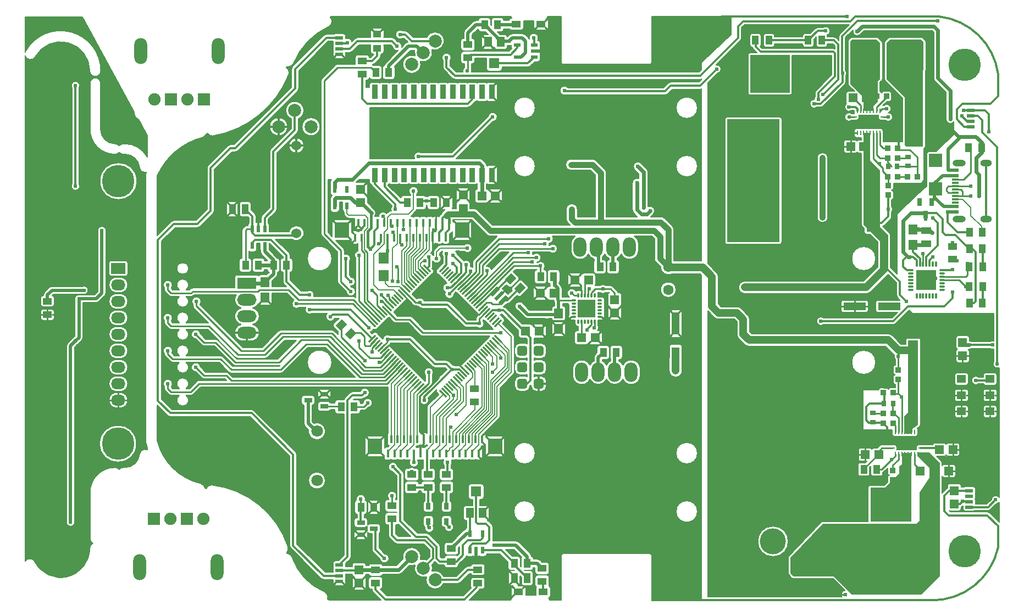
<source format=gtl>
G04 Layer: TopLayer*
G04 EasyEDA Pro v2.2.40.8, 2025-09-21 19:38:57*
G04 Gerber Generator version 0.3*
G04 Scale: 100 percent, Rotated: No, Reflected: No*
G04 Dimensions in millimeters*
G04 Leading zeros omitted, absolute positions, 4 integers and 5 decimals*
G04 Generated by one-click*
%FSLAX45Y45*%
%MOMM*%
%AMOval*1,1,$1,$2,$3*1,1,$1,$4,$5*20,1,$1,$2,$3,$4,$5,0*%
%AMRect*21,1,$1,$2,0,0,$3*%
%AMRoundRect*1,1,$1,$2,$3*1,1,$1,$4,$5*1,1,$1,0-$2,0-$3*1,1,$1,0-$4,0-$5*20,1,$1,$2,$3,$4,$5,0*20,1,$1,$4,$5,0-$2,0-$3,0*20,1,$1,0-$2,0-$3,0-$4,0-$5,0*20,1,$1,0-$4,0-$5,$2,$3,0*4,1,4,$2,$3,$4,$5,0-$2,0-$3,0-$4,0-$5,$2,$3,0*%
%AMPolygonMacro1*4,1,29,-2.485,0.146,-2.485,0.376,-1.62102,0.38001,-1.61799,0.565,-1.52201,0.56599,-1.52102,1.016,1.52599,1.016,1.523,0.57099,1.62099,0.57099,1.62399,0.381,2.485,0.381,2.485,0.14699,1.62099,0.14699,1.62399,-0.13701,2.485,-0.13701,2.485,-0.37099,1.62099,-0.37099,1.62399,-0.56101,1.52599,-0.56101,1.52599,-1.01399,-1.52201,-1.016,-1.52201,-0.567,-1.62,-0.567,-1.61901,-0.37399,-2.48101,-0.37399,-2.47999,-0.143,-1.61799,-0.14399,-1.61901,0.14501,-1.62102,0.143,-2.485,0.146,0*%
%AMPolygonMacro2*4,1,29,2.485,-0.146,2.485,-0.376,1.62102,-0.38001,1.61799,-0.565,1.52201,-0.56599,1.52102,-1.016,-1.52599,-1.016,-1.523,-0.57099,-1.62099,-0.57099,-1.62399,-0.381,-2.485,-0.381,-2.485,-0.14699,-1.62099,-0.14699,-1.62399,0.13701,-2.485,0.13701,-2.485,0.37099,-1.62099,0.37099,-1.62399,0.56101,-1.52599,0.56101,-1.52599,1.01399,1.52201,1.016,1.52201,0.567,1.62,0.567,1.61901,0.37399,2.48101,0.37399,2.47999,0.143,1.61799,0.14399,1.61901,-0.14501,1.62102,-0.143,2.485,-0.146,0*%
%ADD10C,0.2032*%
%ADD11C,0.3*%
%ADD12C,0.254*%
%ADD13C,5.0*%
%ADD14O,2.0X4.0*%
%ADD15C,0.6096*%
%ADD16R,1.13254X1.37701*%
%ADD17R,1.37701X1.13254*%
%ADD18C,1.8*%
%ADD19R,1.2523X0.7*%
%ADD20R,1.25001X0.7*%
%ADD21Oval,0.28001X-0.46669X0.46669X0.46669X-0.46669*%
%ADD22Oval,0.28001X-0.46669X-0.46669X0.46669X0.46669*%
%ADD23Rect,1.6X0.65001X44.97*%
%ADD24Rect,1.6X0.5X44.97*%
%ADD25Rect,1.13254X1.37701X135.0*%
%ADD26R,1.41X1.35001*%
%ADD27R,1.0X1.39954*%
%ADD28R,1.2X0.5*%
%ADD29RoundRect,0.775X-0.3875X-0.3875X-0.3875X0.3875*%
%ADD30R,0.4X1.25001*%
%ADD31R,2.2X2.4*%
%ADD32C,4.0*%
%ADD33R,1.35001X1.41*%
%ADD34O,0.8X0.28001*%
%ADD35O,0.28001X0.8*%
%ADD36R,2.69999X2.69999*%
%ADD37R,1.25001X1.0*%
%ADD38R,0.6X1.1*%
%ADD39R,0.9X2.2*%
%ADD40O,0.28001X0.95001*%
%ADD41O,0.95001X0.28001*%
%ADD42R,3.15001X3.15001*%
%ADD43R,1.3589X1.5*%
%ADD44R,1.4X1.2*%
%ADD45R,1.55001X1.0*%
%ADD46R,1.72799X1.48501*%
%ADD47R,1.635X2.69999*%
%ADD48R,0.24384X0.7*%
%ADD49R,0.7X0.24384*%
%ADD50PolygonMacro1*%
%ADD51C,0.508*%
%ADD52R,1.48501X1.72799*%
%ADD53PolygonMacro2*%
%ADD54R,1.14X0.5*%
%ADD55R,1.14X0.3*%
%ADD56O,2.0X1.0*%
%ADD57O,1.8X1.0*%
%ADD58R,1.9X1.9*%
%ADD59C,1.9*%
%ADD60R,2.4X4.39999*%
%ADD61R,4.39999X2.4*%
%ADD62R,0.9X0.8*%
%ADD63R,0.80648X0.86401*%
%ADD64R,0.8X0.9*%
%ADD65R,0.86401X0.80648*%
%ADD66R,3.49999X1.2*%
%ADD67R,1.2X3.49999*%
%ADD68C,1.6*%
%ADD69R,2.0X2.0*%
%ADD70R,0.75001X1.0*%
%ADD71R,0.7X1.25001*%
%ADD72O,2.0X3.0*%
%ADD73R,3.0X1.8*%
%ADD74O,3.0X1.8*%
%ADD75C,2.0*%
%ADD76R,1.39954X1.0*%
%ADD77R,1.62001X1.78501*%
%ADD78R,2.2X1.7*%
%ADD79O,2.2X1.7*%
%ADD80R,1.0X1.55001*%
%ADD81C,1.524*%
%ADD82R,1.6X1.6*%
%ADD83R,1.1999X1.5*%
%ADD84R,1.1X0.6*%
%ADD85R,1.443X1.1*%
%ADD86C,0.61*%
%ADD87C,0.5*%
%ADD88C,0.2*%
%ADD89C,0.3048*%
%ADD90C,0.2794*%
%ADD91C,0.1778*%
%ADD92C,0.3556*%
%ADD93C,0.4064*%
%ADD94C,0.1524*%
%ADD95C,1.2192*%
%ADD96C,0.9144*%
%ADD97C,0.5588*%
G75*


G04 Copper Start*
G36*
G01X734792Y7176290D02*
G01X750741Y7182202D01*
G01X765316Y7190973D01*
G01X778008Y7202298D01*
G01X788377Y7215782D01*
G01X796062Y7230957D01*
G01X815780Y7236757D01*
G01X827035Y7223959D01*
G01X840491Y7213501D01*
G01X855670Y7205754D01*
G01X872034Y7200992D01*
G01X889000Y7199386D01*
G01X904332Y7200696D01*
G01X981058Y7215933D01*
G01X1056903Y7235083D01*
G01X1131666Y7258095D01*
G01X1205151Y7284909D01*
G01X1277165Y7315455D01*
G01X1347519Y7349651D01*
G01X1416027Y7387409D01*
G01X1482511Y7428628D01*
G01X1546794Y7473201D01*
G01X1608708Y7521011D01*
G01X1668090Y7571931D01*
G01X1724784Y7625827D01*
G01X1778641Y7682559D01*
G01X1829519Y7741977D01*
G01X1877285Y7803924D01*
G01X1921813Y7868239D01*
G01X1962985Y7934751D01*
G01X2000695Y8003286D01*
G01X2034842Y8073664D01*
G01X2065337Y8145700D01*
G01X2070031Y8161955D01*
G01X2071614Y8178800D01*
G01X2069911Y8196263D01*
G01X2064868Y8213069D01*
G01X2056673Y8228584D01*
G01X2045636Y8242224D01*
G01X2032173Y8253476D01*
G01X2038091Y8268272D01*
G01X2047690Y8266709D01*
G01X2057400Y8266186D01*
G01X2075125Y8267941D01*
G01X2092162Y8273136D01*
G01X2107850Y8281570D01*
G01X2121580Y8292916D01*
G01X2132819Y8306734D01*
G01X2141132Y8322487D01*
G01X2165881Y8378524D01*
G01X2193839Y8433032D01*
G01X2224912Y8485826D01*
G01X2258995Y8536728D01*
G01X2295973Y8585568D01*
G01X2335721Y8632180D01*
G01X2378107Y8676409D01*
G01X2422987Y8718104D01*
G01X2470210Y8757126D01*
G01X2519616Y8793343D01*
G01X2571041Y8826633D01*
G01X2624310Y8856885D01*
G01X2679243Y8883995D01*
G01X2694108Y8892596D01*
G01X2707078Y8903852D01*
G01X2717686Y8917357D01*
G01X2725549Y8932625D01*
G01X2730383Y8949104D01*
G01X2732014Y8966200D01*
G01X2730083Y8984784D01*
G01X2724375Y9002574D01*
G01X2715131Y9018810D01*
G01X2702748Y9032801D01*
G01X2717313Y9045905D01*
G01X5486688Y9045905D01*
G01X5499952Y9020018D01*
G01X5498501Y9020018D01*
G01X5486319Y9018139D01*
G01X5475270Y9012674D01*
G01X5466382Y9004134D01*
G01X5460482Y8993311D01*
G01X5458119Y8981214D01*
G01X5378641Y8981214D01*
G01X5378641Y8984251D01*
G01X5376663Y8996739D01*
G01X5370922Y9008005D01*
G01X5361981Y9016946D01*
G01X5350715Y9022686D01*
G01X5338227Y9024664D01*
G01X5224973Y9024664D01*
G01X5212484Y9022686D01*
G01X5201218Y9016946D01*
G01X5192277Y9008005D01*
G01X5186537Y8996739D01*
G01X5184559Y8984251D01*
G01X5184559Y8905516D01*
G01X5178641Y8911434D01*
G01X5178641Y8984251D01*
G01X5176663Y8996739D01*
G01X5170923Y9008005D01*
G01X5161982Y9016946D01*
G01X5150716Y9022686D01*
G01X5138227Y9024664D01*
G01X5024973Y9024664D01*
G01X5012485Y9022686D01*
G01X5001219Y9016946D01*
G01X4992278Y9008005D01*
G01X4986537Y8996739D01*
G01X4984560Y8984251D01*
G01X4984560Y8981214D01*
G01X4953000Y8981214D01*
G01X4940160Y8979949D01*
G01X4927814Y8976204D01*
G01X4916436Y8970122D01*
G01X4906463Y8961937D01*
G01X4779463Y8834937D01*
G01X4771278Y8824964D01*
G01X4765196Y8813586D01*
G01X4761451Y8801240D01*
G01X4760186Y8788400D01*
G01X4760186Y8706041D01*
G01X4757149Y8706041D01*
G01X4744661Y8704063D01*
G01X4733395Y8698322D01*
G01X4724454Y8689381D01*
G01X4718714Y8678115D01*
G01X4716736Y8665627D01*
G01X4716736Y8552373D01*
G01X4718714Y8539884D01*
G01X4724454Y8528618D01*
G01X4733395Y8519677D01*
G01X4744661Y8513937D01*
G01X4757149Y8511959D01*
G01X4894851Y8511959D01*
G01X4907339Y8513937D01*
G01X4918605Y8519677D01*
G01X4927546Y8528618D01*
G01X4933286Y8539884D01*
G01X4935264Y8552373D01*
G01X4935264Y8665627D01*
G01X4933286Y8678115D01*
G01X4927546Y8689381D01*
G01X4918605Y8698322D01*
G01X4907339Y8704063D01*
G01X4894851Y8706041D01*
G01X4891814Y8706041D01*
G01X4891814Y8761139D01*
G01X4980261Y8849586D01*
G01X4984560Y8849586D01*
G01X4984560Y8846549D01*
G01X4986537Y8834061D01*
G01X4992278Y8822795D01*
G01X5001219Y8813854D01*
G01X5012485Y8808114D01*
G01X5024973Y8806136D01*
G01X5097790Y8806136D01*
G01X5139913Y8764012D01*
G01X5072405Y8764012D01*
G01X5059917Y8762034D01*
G01X5048651Y8756294D01*
G01X5039710Y8747353D01*
G01X5033969Y8736087D01*
G01X5031991Y8723598D01*
G01X5031991Y8573599D01*
G01X5033969Y8561110D01*
G01X5039710Y8549844D01*
G01X5048651Y8540903D01*
G01X5059917Y8535163D01*
G01X5072405Y8533185D01*
G01X5192395Y8533185D01*
G01X5203784Y8534823D01*
G01X5214250Y8539604D01*
G01X5222944Y8547141D01*
G01X5229162Y8556822D01*
G01X5232400Y8567864D01*
G01X5235638Y8556822D01*
G01X5241856Y8547141D01*
G01X5250550Y8539604D01*
G01X5261016Y8534823D01*
G01X5272405Y8533185D01*
G01X5392395Y8533185D01*
G01X5404883Y8535163D01*
G01X5416149Y8540903D01*
G01X5425090Y8549844D01*
G01X5430831Y8561110D01*
G01X5432809Y8573599D01*
G01X5432809Y8595586D01*
G01X5434647Y8595586D01*
G01X5448174Y8591676D01*
G01X5462206Y8590516D01*
G01X5476191Y8592153D01*
G01X5489576Y8596521D01*
G01X5489576Y8573996D01*
G01X5490584Y8565027D01*
G01X5493558Y8556505D01*
G01X5498348Y8548855D01*
G01X5456061Y8506567D01*
G01X4867913Y8506567D01*
G01X4860277Y8506041D01*
G01X4757149Y8506041D01*
G01X4744661Y8504063D01*
G01X4733395Y8498323D01*
G01X4724454Y8489382D01*
G01X4718714Y8478116D01*
G01X4716736Y8465627D01*
G01X4716736Y8352373D01*
G01X4718714Y8339885D01*
G01X4724454Y8328619D01*
G01X4733395Y8319678D01*
G01X4744661Y8313937D01*
G01X4757149Y8311960D01*
G01X4772886Y8311960D01*
G01X4772886Y8259352D01*
G01X4761178Y8247347D01*
G01X4752618Y8232928D01*
G01X4747683Y8216902D01*
G01X4746651Y8200165D01*
G01X4749579Y8183654D01*
G01X4649252Y8183654D01*
G01X4551454Y8281452D01*
G01X4551454Y8363484D01*
G01X4559815Y8376937D01*
G01X4564981Y8391909D01*
G01X4566693Y8407655D01*
G01X4564867Y8423389D01*
G01X4559594Y8438324D01*
G01X4551136Y8451716D01*
G01X4539916Y8462895D01*
G01X4526494Y8471305D01*
G01X4511540Y8476525D01*
G01X4495800Y8478294D01*
G01X4480060Y8476525D01*
G01X4465106Y8471305D01*
G01X4451684Y8462895D01*
G01X4440464Y8451716D01*
G01X4432006Y8438324D01*
G01X4426733Y8423389D01*
G01X4424907Y8407655D01*
G01X4426619Y8391909D01*
G01X4431785Y8376937D01*
G01X4440146Y8363484D01*
G01X4440146Y8258400D01*
G01X4442042Y8243995D01*
G01X4447602Y8230573D01*
G01X4456447Y8219046D01*
G01X4586846Y8088647D01*
G01X4598373Y8079802D01*
G01X4611795Y8074242D01*
G01X4626200Y8072346D01*
G01X8407400Y8072346D01*
G01X8415742Y8072975D01*
G01X8423896Y8074847D01*
G01X8423896Y8070802D01*
G01X8384347Y8031254D01*
G01X7950200Y8031254D01*
G01X7935796Y8029358D01*
G01X7922373Y8023798D01*
G01X7910847Y8014953D01*
G01X7838247Y7942354D01*
G01X6368300Y7942354D01*
G01X6357756Y7953467D01*
G01X6345071Y7962055D01*
G01X6330838Y7967718D01*
G01X6315720Y7970191D01*
G01X6300424Y7969359D01*
G01X6285664Y7965261D01*
G01X6272129Y7958087D01*
G01X6260451Y7948174D01*
G01X6251174Y7935983D01*
G01X6244733Y7922085D01*
G01X6241428Y7907127D01*
G01X6241414Y7891808D01*
G01X6244690Y7876844D01*
G01X6251104Y7862933D01*
G01X6260357Y7850725D01*
G01X6272016Y7840789D01*
G01X6285538Y7833590D01*
G01X6300290Y7829463D01*
G01X6315584Y7828602D01*
G01X6330707Y7831046D01*
G01X7861300Y7831046D01*
G01X7875704Y7832942D01*
G01X7889127Y7838502D01*
G01X7900653Y7847347D01*
G01X7973253Y7919946D01*
G01X8407400Y7919946D01*
G01X8415742Y7920575D01*
G01X8423896Y7922447D01*
G01X8423896Y5270274D01*
G01X7998234Y5270274D01*
G01X7998234Y5753100D01*
G01X7996579Y5769904D01*
G01X7991677Y5786062D01*
G01X7983718Y5800953D01*
G01X7973006Y5814006D01*
G01X7858706Y5928306D01*
G01X7845653Y5939018D01*
G01X7830762Y5946977D01*
G01X7814604Y5951879D01*
G01X7797800Y5953534D01*
G01X7641293Y5953534D01*
G01X7682830Y5995070D01*
G01X7693075Y6008041D01*
G01X7700039Y6023031D01*
G01X7703342Y6039226D01*
G01X7702805Y6055747D01*
G01X7698458Y6071693D01*
G01X7690536Y6086200D01*
G01X7679470Y6098478D01*
G01X7665862Y6107860D01*
G01X7650451Y6113836D01*
G01X7634075Y6116081D01*
G01X7617625Y6114473D01*
G01X7601994Y6109099D01*
G01X7601994Y6642100D01*
G01X7600632Y6655931D01*
G01X7596597Y6669230D01*
G01X7590046Y6681487D01*
G01X7581230Y6692230D01*
G01X7539059Y6734400D01*
G01X8030786Y6734400D01*
G01X8032634Y6709746D01*
G01X8038135Y6685643D01*
G01X8047167Y6662630D01*
G01X8059529Y6641219D01*
G01X8074943Y6621890D01*
G01X8093066Y6605074D01*
G01X8113493Y6591147D01*
G01X8135768Y6580421D01*
G01X8159392Y6573133D01*
G01X8183839Y6569449D01*
G01X8208561Y6569449D01*
G01X8233008Y6573133D01*
G01X8256633Y6580421D01*
G01X8278907Y6591147D01*
G01X8299334Y6605074D01*
G01X8317457Y6621890D01*
G01X8332871Y6641219D01*
G01X8345233Y6662630D01*
G01X8354265Y6685643D01*
G01X8359766Y6709746D01*
G01X8361614Y6734400D01*
G01X8359766Y6759054D01*
G01X8354265Y6783157D01*
G01X8345233Y6806170D01*
G01X8332871Y6827581D01*
G01X8317457Y6846910D01*
G01X8299334Y6863726D01*
G01X8278907Y6877653D01*
G01X8256633Y6888380D01*
G01X8233008Y6895667D01*
G01X8208561Y6899351D01*
G01X8183839Y6899351D01*
G01X8159392Y6895667D01*
G01X8135768Y6888380D01*
G01X8113493Y6877653D01*
G01X8093066Y6863726D01*
G01X8074943Y6846910D01*
G01X8059529Y6827581D01*
G01X8047167Y6806170D01*
G01X8038135Y6783157D01*
G01X8032634Y6759054D01*
G01X8030786Y6734400D01*
G01X8030786Y6734400D01*
G01X7539059Y6734400D01*
G01X7492330Y6781130D01*
G01X7479918Y6791028D01*
G01X7465615Y6797916D01*
G01X7450138Y6801448D01*
G01X7434262Y6801448D01*
G01X7418785Y6797916D01*
G01X7404482Y6791028D01*
G01X7392070Y6781130D01*
G01X7382172Y6768718D01*
G01X7375284Y6754415D01*
G01X7371752Y6738938D01*
G01X7371752Y6723062D01*
G01X7375284Y6707585D01*
G01X7382172Y6693282D01*
G01X7392070Y6680870D01*
G01X7460206Y6612735D01*
G01X7460206Y6540899D01*
G01X7445224Y6546128D01*
G01X7429454Y6547894D01*
G01X7413686Y6546108D01*
G01X7398710Y6540859D01*
G01X7385278Y6532411D01*
G01X7374061Y6521186D01*
G01X7365621Y6507748D01*
G01X7360382Y6492769D01*
G01X7358606Y6477000D01*
G01X7358606Y6057900D01*
G01X7359968Y6044069D01*
G01X7364003Y6030770D01*
G01X7370554Y6018513D01*
G01X7379370Y6007770D01*
G01X7433607Y5953534D01*
G01X6956834Y5953534D01*
G01X6956834Y6629400D01*
G01X6955179Y6646204D01*
G01X6950277Y6662362D01*
G01X6942318Y6677253D01*
G01X6931606Y6690306D01*
G01X6804606Y6817306D01*
G01X6791553Y6828018D01*
G01X6776662Y6835977D01*
G01X6760504Y6840879D01*
G01X6743700Y6842534D01*
G01X6413500Y6842534D01*
G01X6395592Y6840652D01*
G01X6378466Y6835087D01*
G01X6362872Y6826084D01*
G01X6349490Y6814035D01*
G01X6338906Y6799467D01*
G01X6331582Y6783017D01*
G01X6327838Y6765403D01*
G01X6327838Y6747397D01*
G01X6331582Y6729783D01*
G01X6338906Y6713333D01*
G01X6349490Y6698765D01*
G01X6362872Y6686716D01*
G01X6378466Y6677713D01*
G01X6395592Y6672148D01*
G01X6413500Y6670266D01*
G01X6708022Y6670266D01*
G01X6784566Y6593722D01*
G01X6784566Y5953534D01*
G01X6512678Y5953534D01*
G01X6512334Y5953878D01*
G01X6512334Y6070600D01*
G01X6510452Y6088508D01*
G01X6504887Y6105634D01*
G01X6495884Y6121228D01*
G01X6483835Y6134610D01*
G01X6469267Y6145194D01*
G01X6452817Y6152518D01*
G01X6435203Y6156262D01*
G01X6417197Y6156262D01*
G01X6399583Y6152518D01*
G01X6383133Y6145194D01*
G01X6368565Y6134610D01*
G01X6356516Y6121228D01*
G01X6347513Y6105634D01*
G01X6341948Y6088508D01*
G01X6340066Y6070600D01*
G01X6340066Y5918200D01*
G01X6341721Y5901396D01*
G01X6346623Y5885238D01*
G01X6354582Y5870347D01*
G01X6365294Y5857294D01*
G01X6396054Y5826534D01*
G01X5204578Y5826534D01*
G01X4975806Y6055306D01*
G01X4962753Y6066018D01*
G01X4947862Y6073977D01*
G01X4931704Y6078879D01*
G01X4914900Y6080534D01*
G01X4860148Y6080534D01*
G01X4860148Y6151324D01*
G01X4858204Y6163706D01*
G01X4852561Y6174897D01*
G01X4843760Y6183821D01*
G01X4852561Y6192744D01*
G01X4858204Y6203935D01*
G01X4860148Y6216317D01*
G01X4860148Y6357318D01*
G01X4858170Y6369806D01*
G01X4852429Y6381072D01*
G01X4843489Y6390013D01*
G01X4832222Y6395754D01*
G01X4819734Y6397732D01*
G01X4684733Y6397732D01*
G01X4672244Y6395754D01*
G01X4660978Y6390013D01*
G01X4652037Y6381072D01*
G01X4646297Y6369806D01*
G01X4644319Y6357318D01*
G01X4644319Y6216317D01*
G01X4646262Y6203935D01*
G01X4651906Y6192744D01*
G01X4660707Y6183821D01*
G01X4651906Y6174897D01*
G01X4646262Y6163706D01*
G01X4644319Y6151324D01*
G01X4644319Y6080534D01*
G01X4584184Y6080534D01*
G01X4589436Y6091409D01*
G01X4591241Y6103349D01*
G01X4591241Y6241051D01*
G01X4589263Y6253539D01*
G01X4583522Y6264805D01*
G01X4574581Y6273746D01*
G01X4563315Y6279486D01*
G01X4550827Y6281464D01*
G01X4437573Y6281464D01*
G01X4425084Y6279486D01*
G01X4413818Y6273746D01*
G01X4404877Y6264805D01*
G01X4399137Y6253539D01*
G01X4397159Y6241051D01*
G01X4397159Y6103349D01*
G01X4399137Y6090861D01*
G01X4404877Y6079595D01*
G01X4413818Y6070654D01*
G01X4425084Y6064914D01*
G01X4437573Y6062936D01*
G01X4469028Y6062936D01*
G01X4460294Y6055306D01*
G01X4434894Y6029906D01*
G01X4425865Y6019281D01*
G01X4418669Y6007339D01*
G01X4413494Y5994393D01*
G01X4393856Y5974754D01*
G01X4385870Y5964787D01*
G01X4380252Y5953318D01*
G01X4372578Y5958153D01*
G01X4364018Y5961156D01*
G01X4355005Y5962174D01*
G01X4315005Y5962174D01*
G01X4303882Y5960613D01*
G01X4293617Y5956050D01*
G01X4285005Y5948839D01*
G01X4276393Y5956050D01*
G01X4266129Y5960613D01*
G01X4255005Y5962174D01*
G01X4215006Y5962174D01*
G01X4203876Y5960611D01*
G01X4193607Y5956044D01*
G01X4184993Y5948825D01*
G01X4176379Y5956044D01*
G01X4166110Y5960611D01*
G01X4154980Y5962174D01*
G01X4114980Y5962174D01*
G01X4103857Y5960613D01*
G01X4093592Y5956050D01*
G01X4084980Y5948839D01*
G01X4076368Y5956050D01*
G01X4066104Y5960613D01*
G01X4054980Y5962174D01*
G01X4014981Y5962174D01*
G01X4003863Y5960615D01*
G01X3993603Y5956057D01*
G01X3984993Y5948853D01*
G01X3976383Y5956057D01*
G01X3966124Y5960615D01*
G01X3955006Y5962174D01*
G01X3949100Y5962174D01*
G01X4022663Y6035737D01*
G01X4029159Y6043761D01*
G01X4033841Y6052962D01*
G01X4036505Y6062936D01*
G01X4144427Y6062936D01*
G01X4156915Y6064914D01*
G01X4168181Y6070654D01*
G01X4177122Y6079595D01*
G01X4182863Y6090861D01*
G01X4184841Y6103349D01*
G01X4184841Y6126974D01*
G01X4197160Y6126974D01*
G01X4197160Y6103349D01*
G01X4199137Y6090861D01*
G01X4204878Y6079595D01*
G01X4213819Y6070654D01*
G01X4225085Y6064914D01*
G01X4237573Y6062936D01*
G01X4350827Y6062936D01*
G01X4363316Y6064914D01*
G01X4374582Y6070654D01*
G01X4383523Y6079595D01*
G01X4389263Y6090861D01*
G01X4391241Y6103349D01*
G01X4391241Y6241051D01*
G01X4389263Y6253539D01*
G01X4383523Y6264805D01*
G01X4374582Y6273746D01*
G01X4363316Y6279486D01*
G01X4350827Y6281464D01*
G01X4237573Y6281464D01*
G01X4225886Y6279738D01*
G01X4215198Y6274705D01*
G01X4206422Y6266796D01*
G01X4191000Y6268494D01*
G01X4175578Y6266796D01*
G01X4166802Y6274705D01*
G01X4156114Y6279738D01*
G01X4144427Y6281464D01*
G01X4037104Y6281464D01*
G01X4037104Y6299058D01*
G01X4047696Y6312073D01*
G01X4054932Y6327213D01*
G01X4058407Y6343630D01*
G01X4057926Y6360403D01*
G01X4053517Y6376594D01*
G01X4045425Y6391295D01*
G01X4034106Y6403682D01*
G01X4020191Y6413061D01*
G01X4004462Y6418908D01*
G01X3987800Y6420894D01*
G01X3971138Y6418908D01*
G01X3955409Y6413061D01*
G01X3941494Y6403682D01*
G01X3930175Y6391295D01*
G01X3922083Y6376594D01*
G01X3917674Y6360403D01*
G01X3917193Y6343630D01*
G01X3920668Y6327213D01*
G01X3927904Y6312073D01*
G01X3938496Y6299058D01*
G01X3938496Y6281464D01*
G01X3831173Y6281464D01*
G01X3819361Y6279700D01*
G01X3808581Y6274559D01*
G01X3799773Y6266493D01*
G01X3793708Y6256204D01*
G01X3790915Y6244592D01*
G01X3598255Y6437251D01*
G01X3598255Y6450016D01*
G01X3608779Y6454583D01*
G01X3617595Y6461924D01*
G01X3626208Y6454709D01*
G01X3636475Y6450144D01*
G01X3647601Y6448582D01*
G01X3737601Y6448582D01*
G01X3748722Y6450143D01*
G01X3758984Y6454702D01*
G01X3767595Y6461910D01*
G01X3776206Y6454702D01*
G01X3786468Y6450143D01*
G01X3797588Y6448582D01*
G01X3887588Y6448582D01*
G01X3898715Y6450144D01*
G01X3908981Y6454709D01*
G01X3917594Y6461924D01*
G01X3926207Y6454709D01*
G01X3936474Y6450144D01*
G01X3947601Y6448582D01*
G01X4037601Y6448582D01*
G01X4048721Y6450143D01*
G01X4058983Y6454702D01*
G01X4067594Y6461910D01*
G01X4076205Y6454702D01*
G01X4086467Y6450143D01*
G01X4097588Y6448582D01*
G01X4187588Y6448582D01*
G01X4198714Y6450144D01*
G01X4208981Y6454709D01*
G01X4217594Y6461924D01*
G01X4226207Y6454709D01*
G01X4236473Y6450144D01*
G01X4247600Y6448582D01*
G01X4337600Y6448582D01*
G01X4348727Y6450144D01*
G01X4358993Y6454709D01*
G01X4367606Y6461924D01*
G01X4376219Y6454709D01*
G01X4386486Y6450144D01*
G01X4397612Y6448582D01*
G01X4487612Y6448582D01*
G01X4498733Y6450143D01*
G01X4508995Y6454702D01*
G01X4517606Y6461910D01*
G01X4526217Y6454702D01*
G01X4536479Y6450143D01*
G01X4547599Y6448582D01*
G01X4637599Y6448582D01*
G01X4648726Y6450144D01*
G01X4658993Y6454709D01*
G01X4667606Y6461924D01*
G01X4676219Y6454709D01*
G01X4686485Y6450144D01*
G01X4697612Y6448582D01*
G01X4787612Y6448582D01*
G01X4798732Y6450143D01*
G01X4808994Y6454702D01*
G01X4817605Y6461910D01*
G01X4826216Y6454702D01*
G01X4836478Y6450143D01*
G01X4847599Y6448582D01*
G01X4937599Y6448582D01*
G01X4948725Y6450144D01*
G01X4958992Y6454709D01*
G01X4967605Y6461924D01*
G01X4971006Y6458575D01*
G01X4971006Y6381714D01*
G01X4970003Y6381714D01*
G01X4957514Y6379736D01*
G01X4946248Y6373996D01*
G01X4937307Y6365055D01*
G01X4931567Y6353789D01*
G01X4929589Y6341301D01*
G01X4929589Y6206300D01*
G01X4931567Y6193811D01*
G01X4937307Y6182545D01*
G01X4946248Y6173604D01*
G01X4957514Y6167864D01*
G01X4970003Y6165886D01*
G01X5111003Y6165886D01*
G01X5123385Y6167829D01*
G01X5134576Y6173473D01*
G01X5143500Y6182274D01*
G01X5152424Y6173473D01*
G01X5163615Y6167829D01*
G01X5175997Y6165886D01*
G01X5316997Y6165886D01*
G01X5329486Y6167864D01*
G01X5340752Y6173604D01*
G01X5349693Y6182545D01*
G01X5355433Y6193811D01*
G01X5357411Y6206300D01*
G01X5357411Y6341301D01*
G01X5355433Y6353789D01*
G01X5349693Y6365055D01*
G01X5340752Y6373996D01*
G01X5329486Y6379736D01*
G01X5316997Y6381714D01*
G01X5175997Y6381714D01*
G01X5163615Y6379771D01*
G01X5152424Y6374127D01*
G01X5143500Y6365326D01*
G01X5135059Y6373775D01*
G01X5124516Y6379388D01*
G01X5112794Y6381675D01*
G01X5112794Y6457388D01*
G01X5117605Y6461910D01*
G01X5126216Y6454702D01*
G01X5136478Y6450143D01*
G01X5147598Y6448582D01*
G01X5237598Y6448582D01*
G01X5250087Y6450560D01*
G01X5261353Y6456301D01*
G01X5270294Y6465242D01*
G01X5276034Y6476508D01*
G01X5278012Y6488996D01*
G01X5278012Y6708996D01*
G01X5276034Y6721485D01*
G01X5270294Y6732751D01*
G01X5268644Y6734400D01*
G01X5532186Y6734400D01*
G01X5534034Y6709746D01*
G01X5539535Y6685643D01*
G01X5548567Y6662630D01*
G01X5560929Y6641219D01*
G01X5576343Y6621890D01*
G01X5594466Y6605074D01*
G01X5614893Y6591147D01*
G01X5637167Y6580421D01*
G01X5660792Y6573133D01*
G01X5685239Y6569449D01*
G01X5709961Y6569449D01*
G01X5734408Y6573133D01*
G01X5758032Y6580421D01*
G01X5780307Y6591147D01*
G01X5800734Y6605074D01*
G01X5818857Y6621890D01*
G01X5834271Y6641219D01*
G01X5846633Y6662630D01*
G01X5855665Y6685643D01*
G01X5861166Y6709746D01*
G01X5863014Y6734400D01*
G01X5861166Y6759054D01*
G01X5855665Y6783157D01*
G01X5846633Y6806170D01*
G01X5834271Y6827581D01*
G01X5818857Y6846910D01*
G01X5800734Y6863726D01*
G01X5780307Y6877653D01*
G01X5758032Y6888380D01*
G01X5734408Y6895667D01*
G01X5709961Y6899351D01*
G01X5685239Y6899351D01*
G01X5660792Y6895667D01*
G01X5637167Y6888380D01*
G01X5614893Y6877653D01*
G01X5594466Y6863726D01*
G01X5576343Y6846910D01*
G01X5560929Y6827581D01*
G01X5548567Y6806170D01*
G01X5539535Y6783157D01*
G01X5534034Y6759054D01*
G01X5532186Y6734400D01*
G01X5532186Y6734400D01*
G01X5268644Y6734400D01*
G01X5261353Y6741692D01*
G01X5250087Y6747432D01*
G01X5237598Y6749410D01*
G01X5147598Y6749410D01*
G01X5136570Y6747876D01*
G01X5126380Y6743392D01*
G01X5117799Y6736296D01*
G01X5117799Y6738695D01*
G01X5116437Y6752525D01*
G01X5112403Y6765825D01*
G01X5105851Y6778081D01*
G01X5097035Y6788824D01*
G01X5053930Y6831930D01*
G01X5043187Y6840746D01*
G01X5030930Y6847297D01*
G01X5017631Y6851332D01*
G01X5003800Y6852694D01*
G01X4645400Y6852694D01*
G01X5215300Y7422594D01*
G01X5230725Y7426194D01*
G01X5244965Y7433128D01*
G01X5257310Y7443051D01*
G01X5267144Y7455468D01*
G01X5273976Y7469758D01*
G01X5277464Y7485207D01*
G01X5277436Y7501046D01*
G01X5273891Y7516484D01*
G01X5267008Y7530749D01*
G01X5257130Y7543130D01*
G01X5244749Y7553008D01*
G01X5230484Y7559891D01*
G01X5215046Y7563436D01*
G01X5199207Y7563464D01*
G01X5183758Y7559976D01*
G01X5169468Y7553144D01*
G01X5157051Y7543310D01*
G01X5147128Y7530965D01*
G01X5140194Y7516725D01*
G01X5136594Y7501300D01*
G01X4574347Y6939054D01*
G01X4107916Y6939054D01*
G01X4094462Y6947416D01*
G01X4079488Y6952581D01*
G01X4063741Y6954293D01*
G01X4048007Y6952466D01*
G01X4033071Y6947191D01*
G01X4019679Y6938732D01*
G01X4008500Y6927510D01*
G01X4000091Y6914086D01*
G01X3994873Y6899130D01*
G01X3993106Y6883389D01*
G01X3994878Y6867648D01*
G01X4000101Y6852694D01*
G01X3318815Y6852694D01*
G01X3318815Y7634400D01*
G01X5532186Y7634400D01*
G01X5534034Y7609746D01*
G01X5539535Y7585643D01*
G01X5548567Y7562630D01*
G01X5560929Y7541219D01*
G01X5576343Y7521890D01*
G01X5594466Y7505074D01*
G01X5614893Y7491147D01*
G01X5637167Y7480421D01*
G01X5660792Y7473133D01*
G01X5685239Y7469449D01*
G01X5709961Y7469449D01*
G01X5734408Y7473133D01*
G01X5758032Y7480421D01*
G01X5780307Y7491147D01*
G01X5800734Y7505074D01*
G01X5818857Y7521890D01*
G01X5834271Y7541219D01*
G01X5846633Y7562630D01*
G01X5855665Y7585643D01*
G01X5861166Y7609746D01*
G01X5863014Y7634400D01*
G01X5863014Y7634400D01*
G01X8030786Y7634400D01*
G01X8032634Y7609746D01*
G01X8038135Y7585643D01*
G01X8047167Y7562630D01*
G01X8059529Y7541219D01*
G01X8074943Y7521890D01*
G01X8093066Y7505074D01*
G01X8113493Y7491147D01*
G01X8135768Y7480421D01*
G01X8159392Y7473133D01*
G01X8183839Y7469449D01*
G01X8208561Y7469449D01*
G01X8233008Y7473133D01*
G01X8256633Y7480421D01*
G01X8278907Y7491147D01*
G01X8299334Y7505074D01*
G01X8317457Y7521890D01*
G01X8332871Y7541219D01*
G01X8345233Y7562630D01*
G01X8354265Y7585643D01*
G01X8359766Y7609746D01*
G01X8361614Y7634400D01*
G01X8359766Y7659054D01*
G01X8354265Y7683157D01*
G01X8345233Y7706170D01*
G01X8332871Y7727581D01*
G01X8317457Y7746910D01*
G01X8299334Y7763726D01*
G01X8278907Y7777653D01*
G01X8256633Y7788380D01*
G01X8233008Y7795667D01*
G01X8208561Y7799351D01*
G01X8183839Y7799351D01*
G01X8159392Y7795667D01*
G01X8135768Y7788380D01*
G01X8113493Y7777653D01*
G01X8093066Y7763726D01*
G01X8074943Y7746910D01*
G01X8059529Y7727581D01*
G01X8047167Y7706170D01*
G01X8038135Y7683157D01*
G01X8032634Y7659054D01*
G01X8030786Y7634400D01*
G01X8030786Y7634400D01*
G01X5863014Y7634400D01*
G01X5861166Y7659054D01*
G01X5855665Y7683157D01*
G01X5846633Y7706170D01*
G01X5834271Y7727581D01*
G01X5818857Y7746910D01*
G01X5800734Y7763726D01*
G01X5780307Y7777653D01*
G01X5758032Y7788380D01*
G01X5734408Y7795667D01*
G01X5709961Y7799351D01*
G01X5685239Y7799351D01*
G01X5660792Y7795667D01*
G01X5637167Y7788380D01*
G01X5614893Y7777653D01*
G01X5594466Y7763726D01*
G01X5576343Y7746910D01*
G01X5560929Y7727581D01*
G01X5548567Y7706170D01*
G01X5539535Y7683157D01*
G01X5534034Y7659054D01*
G01X5532186Y7634400D01*
G01X5532186Y7634400D01*
G01X3318815Y7634400D01*
G01X3318815Y7640546D01*
G01X4826000Y7640546D01*
G01X4840404Y7642442D01*
G01X4853827Y7648002D01*
G01X4865353Y7656847D01*
G01X4931952Y7723446D01*
G01X4936498Y7728590D01*
G01X4937599Y7728590D01*
G01X4948725Y7730152D01*
G01X4958992Y7734717D01*
G01X4967605Y7741932D01*
G01X4976218Y7734717D01*
G01X4986485Y7730152D01*
G01X4997611Y7728590D01*
G01X5087611Y7728590D01*
G01X5098732Y7730150D01*
G01X5108994Y7734710D01*
G01X5117605Y7741918D01*
G01X5126216Y7734710D01*
G01X5136478Y7730150D01*
G01X5147598Y7728590D01*
G01X5237598Y7728590D01*
G01X5250087Y7730568D01*
G01X5261353Y7736308D01*
G01X5270294Y7745249D01*
G01X5276034Y7756515D01*
G01X5278012Y7769004D01*
G01X5278012Y7989004D01*
G01X5276034Y8001492D01*
G01X5270294Y8012758D01*
G01X5261353Y8021699D01*
G01X5250087Y8027440D01*
G01X5237598Y8029418D01*
G01X5147598Y8029418D01*
G01X5136478Y8027857D01*
G01X5126216Y8023298D01*
G01X5117605Y8016090D01*
G01X5108994Y8023298D01*
G01X5098732Y8027857D01*
G01X5087611Y8029418D01*
G01X4997611Y8029418D01*
G01X4986485Y8027856D01*
G01X4976218Y8023291D01*
G01X4967605Y8016076D01*
G01X4958992Y8023291D01*
G01X4948725Y8027856D01*
G01X4937599Y8029418D01*
G01X4847599Y8029418D01*
G01X4836478Y8027857D01*
G01X4826216Y8023298D01*
G01X4817605Y8016090D01*
G01X4808994Y8023298D01*
G01X4798732Y8027857D01*
G01X4787612Y8029418D01*
G01X4697612Y8029418D01*
G01X4686485Y8027856D01*
G01X4676219Y8023291D01*
G01X4667606Y8016076D01*
G01X4658993Y8023291D01*
G01X4648726Y8027856D01*
G01X4637599Y8029418D01*
G01X4547599Y8029418D01*
G01X4536479Y8027857D01*
G01X4526217Y8023298D01*
G01X4517606Y8016090D01*
G01X4508995Y8023298D01*
G01X4498733Y8027857D01*
G01X4487612Y8029418D01*
G01X4397612Y8029418D01*
G01X4386486Y8027856D01*
G01X4376219Y8023291D01*
G01X4367606Y8016076D01*
G01X4358993Y8023291D01*
G01X4348727Y8027856D01*
G01X4337600Y8029418D01*
G01X4247600Y8029418D01*
G01X4236473Y8027856D01*
G01X4226207Y8023291D01*
G01X4217594Y8016076D01*
G01X4208981Y8023291D01*
G01X4198714Y8027856D01*
G01X4187588Y8029418D01*
G01X4097588Y8029418D01*
G01X4086467Y8027857D01*
G01X4076205Y8023298D01*
G01X4067594Y8016090D01*
G01X4058983Y8023298D01*
G01X4048721Y8027857D01*
G01X4037601Y8029418D01*
G01X3947601Y8029418D01*
G01X3936474Y8027856D01*
G01X3926207Y8023291D01*
G01X3917594Y8016076D01*
G01X3908981Y8023291D01*
G01X3898715Y8027856D01*
G01X3887588Y8029418D01*
G01X3797588Y8029418D01*
G01X3786468Y8027857D01*
G01X3776206Y8023298D01*
G01X3767595Y8016090D01*
G01X3758984Y8023298D01*
G01X3748722Y8027857D01*
G01X3737601Y8029418D01*
G01X3647601Y8029418D01*
G01X3636475Y8027856D01*
G01X3626208Y8023291D01*
G01X3617595Y8016076D01*
G01X3608982Y8023291D01*
G01X3598715Y8027856D01*
G01X3587589Y8029418D01*
G01X3497589Y8029418D01*
G01X3486468Y8027857D01*
G01X3476206Y8023298D01*
G01X3467595Y8016090D01*
G01X3458984Y8023298D01*
G01X3448722Y8027857D01*
G01X3437602Y8029418D01*
G01X3347602Y8029418D01*
G01X3335113Y8027440D01*
G01X3323847Y8021699D01*
G01X3314906Y8012758D01*
G01X3309166Y8001492D01*
G01X3307188Y7989004D01*
G01X3307188Y7947914D01*
G01X3256054Y7947914D01*
G01X3256054Y8057960D01*
G01X3269251Y8057960D01*
G01X3281739Y8059937D01*
G01X3293005Y8065678D01*
G01X3301946Y8074619D01*
G01X3307686Y8085885D01*
G01X3309664Y8098373D01*
G01X3309664Y8099024D01*
G01X3313769Y8089409D01*
G01X3320202Y8081168D01*
G01X3328534Y8074854D01*
G01X3338207Y8070888D01*
G01X3348573Y8069536D01*
G01X3461827Y8069536D01*
G01X3474316Y8071514D01*
G01X3485582Y8077254D01*
G01X3494523Y8086195D01*
G01X3500263Y8097461D01*
G01X3502241Y8109949D01*
G01X3502241Y8247651D01*
G01X3500263Y8260139D01*
G01X3494523Y8271405D01*
G01X3485582Y8280346D01*
G01X3474316Y8286086D01*
G01X3461827Y8288064D01*
G01X3371050Y8288064D01*
G01X3366557Y8292557D01*
G01X3357655Y8299721D01*
G01X3369723Y8302519D01*
G01X3380873Y8307916D01*
G01X3390553Y8315647D01*
G01X3468358Y8393452D01*
G01X3477205Y8404979D01*
G01X3482767Y8418404D01*
G01X3484664Y8432810D01*
G01X3484664Y8460984D01*
G01X3491511Y8460984D01*
G01X3503999Y8462962D01*
G01X3515265Y8468702D01*
G01X3524206Y8477643D01*
G01X3529947Y8488909D01*
G01X3531925Y8501398D01*
G01X3531925Y8601398D01*
G01X3531690Y8605746D01*
G01X3634547Y8605746D01*
G01X3663394Y8576900D01*
G01X3667366Y8560452D01*
G01X3675123Y8545414D01*
G01X3686222Y8532642D01*
G01X3700032Y8522865D01*
G01X3715765Y8516638D01*
G01X3732526Y8514318D01*
G01X3749360Y8516035D01*
G01X3558662Y8325337D01*
G01X3549645Y8314087D01*
G01X3543294Y8301143D01*
G01X3539915Y8287126D01*
G01X3529664Y8283368D01*
G01X3520794Y8277003D01*
G01X3513950Y8268496D01*
G01X3509634Y8258468D01*
G01X3508159Y8247651D01*
G01X3508159Y8109949D01*
G01X3510137Y8097461D01*
G01X3515877Y8086195D01*
G01X3524818Y8077254D01*
G01X3536084Y8071514D01*
G01X3548573Y8069536D01*
G01X3661827Y8069536D01*
G01X3674315Y8071514D01*
G01X3685581Y8077254D01*
G01X3694522Y8086195D01*
G01X3700263Y8097461D01*
G01X3702241Y8109949D01*
G01X3702241Y8247651D01*
G01X3701168Y8256897D01*
G01X3698009Y8265654D01*
G01X3692930Y8273455D01*
G01X3938861Y8519386D01*
G01X4004423Y8519386D01*
G01X4000590Y8498609D01*
G01X3999919Y8477492D01*
G01X4002423Y8456513D01*
G01X4008047Y8436148D01*
G01X3985170Y8442242D01*
G01X3961594Y8444405D01*
G01X3937990Y8442577D01*
G01X3915028Y8436810D01*
G01X3893362Y8427266D01*
G01X3873607Y8414219D01*
G01X3856325Y8398037D01*
G01X3842008Y8379183D01*
G01X3831061Y8358190D01*
G01X3823797Y8335657D01*
G01X3820422Y8312224D01*
G01X3821032Y8288557D01*
G01X3825610Y8265329D01*
G01X3834024Y8243200D01*
G01X3846037Y8222800D01*
G01X3861307Y8204707D01*
G01X3879400Y8189437D01*
G01X3899800Y8177424D01*
G01X3921929Y8169010D01*
G01X3945157Y8164432D01*
G01X3968824Y8163822D01*
G01X3992257Y8167197D01*
G01X4014790Y8174461D01*
G01X4035783Y8185408D01*
G01X4054637Y8199725D01*
G01X4070819Y8217007D01*
G01X4083866Y8236762D01*
G01X4093410Y8258428D01*
G01X4099177Y8281390D01*
G01X4101005Y8304994D01*
G01X4098842Y8328570D01*
G01X4092748Y8351447D01*
G01X4114608Y8345538D01*
G01X4137134Y8343219D01*
G01X4159739Y8344552D01*
G01X4181837Y8349501D01*
G01X4202851Y8357938D01*
G01X4222236Y8369643D01*
G01X4239488Y8384312D01*
G01X4254157Y8401564D01*
G01X4265862Y8420949D01*
G01X4274299Y8441963D01*
G01X4279248Y8464061D01*
G01X4280581Y8486666D01*
G01X4278262Y8509192D01*
G01X4272353Y8531052D01*
G01X4294850Y8525027D01*
G01X4318033Y8522802D01*
G01X4341265Y8524441D01*
G01X4363907Y8529897D01*
G01X4385335Y8539020D01*
G01X4404961Y8551560D01*
G01X4422244Y8567172D01*
G01X4436709Y8585425D01*
G01X4447957Y8605819D01*
G01X4455680Y8627791D01*
G01X4459664Y8650737D01*
G01X4459801Y8674027D01*
G01X4456087Y8697019D01*
G01X4448623Y8719080D01*
G01X4437615Y8739604D01*
G01X4423366Y8758027D01*
G01X4406268Y8773840D01*
G01X4386792Y8786611D01*
G01X4365472Y8795985D01*
G01X4342896Y8801707D01*
G01X4319685Y8803619D01*
G01X4296477Y8801668D01*
G01X4273911Y8795907D01*
G01X4252607Y8786495D01*
G01X4233152Y8773692D01*
G01X4216081Y8757849D01*
G01X4201864Y8739402D01*
G01X4190891Y8718859D01*
G01X3983647Y8718859D01*
G01X3900153Y8802353D01*
G01X3888627Y8811198D01*
G01X3875204Y8816758D01*
G01X3860800Y8818654D01*
G01X3825489Y8818654D01*
G01X3812037Y8827015D01*
G01X3797064Y8832181D01*
G01X3781318Y8833893D01*
G01X3765585Y8832067D01*
G01X3750650Y8826794D01*
G01X3737258Y8818336D01*
G01X3726078Y8807116D01*
G01X3717669Y8793694D01*
G01X3712449Y8778740D01*
G01X3710680Y8763000D01*
G01X3712449Y8747260D01*
G01X3717669Y8732306D01*
G01X3726078Y8718884D01*
G01X3737258Y8707664D01*
G01X3750650Y8699206D01*
G01X3765585Y8693933D01*
G01X3781318Y8692107D01*
G01X3797064Y8693819D01*
G01X3812037Y8698985D01*
G01X3825489Y8707346D01*
G01X3837747Y8707346D01*
G01X3895964Y8649130D01*
G01X3884661Y8645248D01*
G01X3874246Y8639386D01*
G01X3865063Y8631737D01*
G01X3802965Y8569640D01*
G01X3804682Y8586474D01*
G01X3802362Y8603235D01*
G01X3796135Y8618968D01*
G01X3786358Y8632778D01*
G01X3773586Y8643877D01*
G01X3758548Y8651634D01*
G01X3742100Y8655606D01*
G01X3696953Y8700753D01*
G01X3685427Y8709598D01*
G01X3672004Y8715158D01*
G01X3657600Y8717054D01*
G01X3531689Y8717054D01*
G01X3531925Y8721413D01*
G01X3531925Y8821412D01*
G01X3529947Y8833901D01*
G01X3524206Y8845167D01*
G01X3515265Y8854108D01*
G01X3503999Y8859848D01*
G01X3491511Y8861826D01*
G01X3366510Y8861826D01*
G01X3354021Y8859848D01*
G01X3342755Y8854108D01*
G01X3333814Y8845167D01*
G01X3328074Y8833901D01*
G01X3326096Y8821412D01*
G01X3326096Y8721413D01*
G01X3326331Y8717054D01*
G01X3124200Y8717054D01*
G01X3109796Y8715158D01*
G01X3096373Y8709598D01*
G01X3084847Y8700753D01*
G01X3040185Y8656091D01*
G01X3034751Y8670002D01*
G01X3026525Y8682466D01*
G01X3015869Y8692929D01*
G01X3003258Y8700929D01*
G01X2989252Y8706109D01*
G01X2974471Y8708241D01*
G01X2959571Y8707228D01*
G01X2945214Y8703117D01*
G01X2945214Y8737695D01*
G01X2943236Y8750184D01*
G01X2937495Y8761450D01*
G01X2928555Y8770391D01*
G01X2917288Y8776131D01*
G01X2904800Y8778109D01*
G01X2784800Y8778109D01*
G01X2775327Y8776983D01*
G01X2766382Y8773668D01*
G01X2758463Y8768349D01*
G01X2647175Y8768349D01*
G01X2632771Y8766453D01*
G01X2619348Y8760893D01*
G01X2607822Y8752049D01*
G01X2124727Y8268953D01*
G01X2115882Y8257427D01*
G01X2110322Y8244004D01*
G01X2108426Y8229600D01*
G01X2108426Y7952933D01*
G01X1221547Y7066054D01*
G01X1168400Y7066054D01*
G01X1153996Y7064158D01*
G01X1140573Y7058598D01*
G01X1129047Y7049753D01*
G01X824247Y6744953D01*
G01X815402Y6733427D01*
G01X809842Y6720004D01*
G01X807946Y6705600D01*
G01X807946Y6068253D01*
G01X637347Y5897654D01*
G01X294640Y5897654D01*
G01X280236Y5895758D01*
G01X266813Y5890198D01*
G01X255287Y5881353D01*
G01X40414Y5666480D01*
G01X40414Y6584907D01*
G01X67808Y6641462D01*
G01X98499Y6696297D01*
G01X132379Y6749221D01*
G01X169330Y6800048D01*
G01X209223Y6848601D01*
G01X251917Y6894710D01*
G01X297264Y6938212D01*
G01X345104Y6978957D01*
G01X395271Y7016800D01*
G01X447588Y7051610D01*
G01X501872Y7083265D01*
G01X557934Y7111654D01*
G01X615576Y7136678D01*
G01X674598Y7158248D01*
G01X734792Y7176290D01*
G37*
G36*
G01X792817Y1761918D02*
G01X775626Y1768451D01*
G01X770888Y1785465D01*
G01X762959Y1801246D01*
G01X752138Y1815204D01*
G01X738829Y1826815D01*
G01X723533Y1835643D01*
G01X706822Y1841358D01*
G01X650882Y1856524D01*
G01X596033Y1875256D01*
G01X542503Y1897476D01*
G01X490513Y1923094D01*
G01X440278Y1952002D01*
G01X392006Y1984081D01*
G01X345897Y2019199D01*
G01X302143Y2057210D01*
G01X260924Y2097955D01*
G01X222410Y2141268D01*
G01X186763Y2186968D01*
G01X154128Y2234866D01*
G01X124642Y2284764D01*
G01X98425Y2336455D01*
G01X75588Y2389725D01*
G01X56224Y2444354D01*
G01X40414Y2500115D01*
G01X40414Y2500115D01*
G01X40414Y3049243D01*
G01X202930Y2886727D01*
G01X214456Y2877882D01*
G01X227879Y2872322D01*
G01X242283Y2870426D01*
G01X1470467Y2870426D01*
G01X2077946Y2262947D01*
G01X2077946Y883920D01*
G01X2079842Y869516D01*
G01X2085402Y856093D01*
G01X2094247Y844567D01*
G01X2563474Y375340D01*
G01X2575000Y366495D01*
G01X2588423Y360936D01*
G01X2602827Y359039D01*
G01X2744619Y359039D01*
G01X2744386Y354705D01*
G01X2744386Y304705D01*
G01X2746364Y292216D01*
G01X2752105Y280950D01*
G01X2761045Y272009D01*
G01X2772312Y266269D01*
G01X2784800Y264291D01*
G01X2904800Y264291D01*
G01X2917288Y266269D01*
G01X2928555Y272009D01*
G01X2937495Y280950D01*
G01X2943236Y292216D01*
G01X2945214Y304705D01*
G01X2945214Y354705D01*
G01X2944206Y363676D01*
G01X2941231Y372199D01*
G01X2944206Y380722D01*
G01X2945214Y389693D01*
G01X2945214Y439693D01*
G01X2944978Y444053D01*
G01X3041686Y444053D01*
G01X3041686Y438897D01*
G01X3043629Y426515D01*
G01X3049273Y415324D01*
G01X3058074Y406400D01*
G01X3049273Y397476D01*
G01X3043629Y386285D01*
G01X3041686Y373903D01*
G01X3041686Y232903D01*
G01X3043664Y220414D01*
G01X3049404Y209148D01*
G01X3058345Y200207D01*
G01X3069611Y194467D01*
G01X3082100Y192489D01*
G01X3217101Y192489D01*
G01X3229589Y194467D01*
G01X3240855Y200207D01*
G01X3249796Y209148D01*
G01X3255536Y220414D01*
G01X3257514Y232903D01*
G01X3257514Y373903D01*
G01X3255571Y386285D01*
G01X3249927Y397476D01*
G01X3241126Y406400D01*
G01X3249575Y414841D01*
G01X3255188Y425384D01*
G01X3257475Y437106D01*
G01X3296372Y437106D01*
G01X3302137Y425905D01*
G01X3311071Y417022D01*
G01X3322306Y411323D01*
G01X3334749Y409359D01*
G01X3472451Y409359D01*
G01X3484894Y411323D01*
G01X3496129Y417022D01*
G01X3505063Y425905D01*
G01X3510828Y437106D01*
G01X3755590Y437106D01*
G01X3769420Y438468D01*
G01X3782720Y442503D01*
G01X3794976Y449054D01*
G01X3805719Y457870D01*
G01X3925021Y577172D01*
G01X3945750Y573378D01*
G01X3966813Y572729D01*
G01X3987736Y575239D01*
G01X4008047Y580852D01*
G01X4002138Y558992D01*
G01X3999819Y536466D01*
G01X4001152Y513861D01*
G01X4006101Y491763D01*
G01X4014538Y470749D01*
G01X4026243Y451364D01*
G01X4040912Y434112D01*
G01X4058164Y419443D01*
G01X4077549Y407738D01*
G01X4098563Y399301D01*
G01X4120661Y394352D01*
G01X4143266Y393019D01*
G01X4165792Y395338D01*
G01X4187652Y401247D01*
G01X4181939Y380423D01*
G01X4179486Y358969D01*
G01X4180352Y337392D01*
G01X4184517Y316204D01*
G01X4191880Y295904D01*
G01X4202270Y276974D01*
G01X4215439Y259860D01*
G01X4231076Y244968D01*
G01X4248812Y232650D01*
G01X4268227Y223197D01*
G01X4288861Y216833D01*
G01X4310228Y213708D01*
G01X4331821Y213896D01*
G01X4353130Y217393D01*
G01X4373650Y224115D01*
G01X4392898Y233905D01*
G01X4410416Y246530D01*
G01X4425792Y261692D01*
G01X4438661Y279032D01*
G01X4448719Y298141D01*
G01X4671795Y298141D01*
G01X4686199Y300037D01*
G01X4699622Y305597D01*
G01X4711148Y314442D01*
G01X4849053Y452346D01*
G01X4869043Y452346D01*
G01X4872870Y442213D01*
G01X4879250Y433460D01*
G01X4887726Y426717D01*
G01X4897689Y422467D01*
G01X4908423Y421015D01*
G01X5048377Y421015D01*
G01X5060866Y422993D01*
G01X5072132Y428734D01*
G01X5081073Y437674D01*
G01X5086813Y448941D01*
G01X5088791Y461429D01*
G01X5088791Y561429D01*
G01X5086813Y573917D01*
G01X5081073Y585184D01*
G01X5072132Y594124D01*
G01X5060866Y599865D01*
G01X5048377Y601843D01*
G01X4908423Y601843D01*
G01X4896359Y600000D01*
G01X4885394Y594640D01*
G01X4876530Y586251D01*
G01X4870575Y575599D01*
G01X4868070Y563654D01*
G01X4826000Y563654D01*
G01X4811596Y561758D01*
G01X4798173Y556198D01*
G01X4786647Y547353D01*
G01X4648742Y409449D01*
G01X4448719Y409449D01*
G01X4437632Y430168D01*
G01X4423245Y448749D01*
G01X4405961Y464670D01*
G01X4386263Y477486D01*
G01X4364705Y486837D01*
G01X4341888Y492461D01*
G01X4318454Y494202D01*
G01X4295057Y492011D01*
G01X4272353Y485948D01*
G01X4277809Y505474D01*
G01X4280396Y525583D01*
G01X4280061Y545855D01*
G01X4276809Y565867D01*
G01X4270709Y585202D01*
G01X4318800Y633294D01*
G01X4354847Y597247D01*
G01X4366373Y588402D01*
G01X4379796Y582843D01*
G01X4394200Y580946D01*
G01X4462736Y580946D01*
G01X4462736Y579973D01*
G01X4464714Y567485D01*
G01X4470454Y556219D01*
G01X4479395Y547278D01*
G01X4490661Y541537D01*
G01X4503149Y539560D01*
G01X4640851Y539560D01*
G01X4653339Y541537D01*
G01X4664605Y547278D01*
G01X4673546Y556219D01*
G01X4679286Y567485D01*
G01X4681264Y579973D01*
G01X4681264Y590694D01*
G01X4689153Y597247D01*
G01X4789153Y697247D01*
G01X4798086Y708927D01*
G01X4803649Y722540D01*
G01X4811112Y718076D01*
G01X4819358Y715312D01*
G01X4828004Y714376D01*
G01X4888004Y714376D01*
G01X4896977Y715385D01*
G01X4905502Y718361D01*
G01X4914027Y715385D01*
G01X4923000Y714376D01*
G01X4983000Y714376D01*
G01X4991973Y715385D01*
G01X5000498Y718361D01*
G01X5009023Y715385D01*
G01X5017996Y714376D01*
G01X5077996Y714376D01*
G01X5090360Y716314D01*
G01X5101538Y721942D01*
G01X5110459Y730719D01*
G01X5116267Y741805D01*
G01X5118405Y754136D01*
G01X5315557Y754136D01*
G01X5441760Y627934D01*
G01X5441760Y540749D01*
G01X5443737Y528261D01*
G01X5449478Y516995D01*
G01X5458419Y508054D01*
G01X5469685Y502314D01*
G01X5482173Y500336D01*
G01X5540758Y500336D01*
G01X5542179Y498914D01*
G01X5488800Y498914D01*
G01X5476312Y496936D01*
G01X5465046Y491196D01*
G01X5456105Y482255D01*
G01X5450364Y470989D01*
G01X5448386Y458500D01*
G01X5448386Y303500D01*
G01X5450364Y291011D01*
G01X5456105Y279745D01*
G01X5465046Y270804D01*
G01X5476312Y265064D01*
G01X5488800Y263086D01*
G01X5518053Y263086D01*
G01X5507264Y257175D01*
G01X5498753Y248291D01*
G01X5493309Y237259D01*
G01X5491437Y225100D01*
G01X5491437Y115100D01*
G01X5492780Y104765D01*
G01X5496722Y95118D01*
G01X5503000Y86799D01*
G01X5511196Y80363D01*
G01X5484006Y41773D01*
G01X4844764Y41658D01*
G01X4997776Y194670D01*
G01X5004155Y202306D01*
G01X5009072Y210957D01*
G01X5048377Y210957D01*
G01X5060866Y212935D01*
G01X5072132Y218676D01*
G01X5081073Y227616D01*
G01X5086813Y238883D01*
G01X5088791Y251371D01*
G01X5088791Y351371D01*
G01X5086813Y363859D01*
G01X5081073Y375126D01*
G01X5072132Y384066D01*
G01X5060866Y389807D01*
G01X5048377Y391785D01*
G01X4908423Y391785D01*
G01X4895934Y389807D01*
G01X4884668Y384066D01*
G01X4875727Y375126D01*
G01X4869987Y363859D01*
G01X4868009Y351371D01*
G01X4868009Y251371D01*
G01X4869728Y239711D01*
G01X4874737Y229043D01*
G01X4752147Y106454D01*
G01X3579053Y106454D01*
G01X3475992Y209515D01*
G01X3487604Y212308D01*
G01X3497893Y218373D01*
G01X3505959Y227181D01*
G01X3511100Y237961D01*
G01X3512864Y249773D01*
G01X3512864Y363027D01*
G01X3510886Y375516D01*
G01X3505146Y386782D01*
G01X3496205Y395723D01*
G01X3484939Y401463D01*
G01X3472451Y403441D01*
G01X3334749Y403441D01*
G01X3322261Y401463D01*
G01X3310995Y395723D01*
G01X3302054Y386782D01*
G01X3296314Y375516D01*
G01X3294336Y363027D01*
G01X3294336Y249773D01*
G01X3296314Y237285D01*
G01X3302054Y226019D01*
G01X3310995Y217078D01*
G01X3322261Y211337D01*
G01X3334749Y209360D01*
G01X3347946Y209360D01*
G01X3347946Y203200D01*
G01X3349842Y188796D01*
G01X3355402Y175373D01*
G01X3364247Y163847D01*
G01X3486682Y41412D01*
G01X2691882Y41268D01*
G01X2663435Y59024D01*
G01X2667235Y73748D01*
G01X2668514Y88900D01*
G01X2666788Y106482D01*
G01X2661676Y123393D01*
G01X2653373Y138986D01*
G01X2642196Y152668D01*
G01X2628572Y163915D01*
G01X2613021Y172298D01*
G01X2560736Y196217D01*
G01X2510115Y223482D01*
G01X2461372Y253978D01*
G01X2414713Y287576D01*
G01X2370335Y324134D01*
G01X2328425Y363498D01*
G01X2289162Y405501D01*
G01X2252710Y449966D01*
G01X2219223Y496705D01*
G01X2188843Y545520D01*
G01X2161699Y596206D01*
G01X2137904Y648549D01*
G01X2117560Y702326D01*
G01X2110621Y717748D01*
G01X2100931Y731608D01*
G01X2088830Y743421D01*
G01X2074741Y752774D01*
G01X2059157Y759339D01*
G01X2042622Y762888D01*
G01X2041395Y765868D01*
G01X2040268Y767905D01*
G01X2034328Y776221D01*
G01X2044791Y789679D01*
G01X2052543Y804861D01*
G01X2057307Y821229D01*
G01X2058914Y838200D01*
G01X2057750Y852661D01*
G01X2054288Y866750D01*
G01X2029729Y934659D01*
G01X2001708Y1001214D01*
G01X1970299Y1066239D01*
G01X1935585Y1129562D01*
G01X1897658Y1191014D01*
G01X1856619Y1250433D01*
G01X1812577Y1307662D01*
G01X1765648Y1362548D01*
G01X1715956Y1414946D01*
G01X1663634Y1464717D01*
G01X1608820Y1511730D01*
G01X1551659Y1555860D01*
G01X1492302Y1596990D01*
G01X1430908Y1635010D01*
G01X1367639Y1669821D01*
G01X1302661Y1701329D01*
G01X1236149Y1729452D01*
G01X1168277Y1754115D01*
G01X1099226Y1775252D01*
G01X1029179Y1792807D01*
G01X958321Y1806735D01*
G01X886840Y1816997D01*
G01X876300Y1817614D01*
G01X858682Y1815881D01*
G01X841739Y1810748D01*
G01X826122Y1802412D01*
G01X812428Y1791193D01*
G01X801183Y1777520D01*
G01X792817Y1761918D01*
G37*
G36*
G01X5873236Y116614D02*
G01X5716564Y116614D01*
G01X5716564Y225100D01*
G01X5714692Y237259D01*
G01X5709248Y248291D01*
G01X5700737Y257175D01*
G01X5689948Y263086D01*
G01X5788800Y263086D01*
G01X5801288Y265064D01*
G01X5812554Y270804D01*
G01X5821495Y279745D01*
G01X5827236Y291011D01*
G01X5829214Y303500D01*
G01X5829214Y458500D01*
G01X5827236Y470989D01*
G01X5821495Y482255D01*
G01X5812554Y491196D01*
G01X5801288Y496936D01*
G01X5788800Y498914D01*
G01X5699592Y498914D01*
G01X5698171Y500336D01*
G01X5795427Y500336D01*
G01X5807915Y502314D01*
G01X5819181Y508054D01*
G01X5828122Y516995D01*
G01X5833863Y528261D01*
G01X5835841Y540749D01*
G01X5835841Y543786D01*
G01X5859736Y543786D01*
G01X5859736Y475173D01*
G01X5861714Y462684D01*
G01X5867454Y451418D01*
G01X5876395Y442477D01*
G01X5887661Y436737D01*
G01X5900149Y434759D01*
G01X6037851Y434759D01*
G01X6050339Y436737D01*
G01X6061605Y442477D01*
G01X6070546Y451418D01*
G01X6076286Y462684D01*
G01X6078264Y475173D01*
G01X6078264Y588427D01*
G01X6076286Y600915D01*
G01X6070546Y612181D01*
G01X6061605Y621122D01*
G01X6050339Y626863D01*
G01X6037851Y628841D01*
G01X5965034Y628841D01*
G01X5937737Y656137D01*
G01X5927764Y664322D01*
G01X5916386Y670404D01*
G01X5904039Y674149D01*
G01X5891200Y675414D01*
G01X5835841Y675414D01*
G01X5835841Y678451D01*
G01X5834384Y689202D01*
G01X5830120Y699179D01*
G01X5823355Y707661D01*
G01X5814578Y714039D01*
G01X5804420Y717851D01*
G01X5801416Y733066D01*
G01X5794935Y747156D01*
G01X5785337Y759338D01*
G01X5609137Y935537D01*
G01X5599164Y943722D01*
G01X5587786Y949804D01*
G01X5575440Y953549D01*
G01X5562600Y954814D01*
G01X5258753Y954814D01*
G01X5243180Y959070D01*
G01X5227048Y959692D01*
G01X5211193Y956648D01*
G01X5211854Y965200D01*
G01X5211854Y1168400D01*
G01X5209958Y1182804D01*
G01X5204398Y1196227D01*
G01X5195553Y1207753D01*
G01X5144753Y1258553D01*
G01X5135860Y1265778D01*
G01X5125676Y1271029D01*
G01X5136872Y1276796D01*
G01X5145750Y1285729D01*
G01X5151446Y1296961D01*
G01X5153409Y1309402D01*
G01X5153409Y1408000D01*
G01X5532186Y1408000D01*
G01X5534034Y1383346D01*
G01X5539535Y1359243D01*
G01X5548567Y1336230D01*
G01X5560929Y1314819D01*
G01X5576343Y1295490D01*
G01X5594466Y1278674D01*
G01X5614893Y1264747D01*
G01X5637167Y1254020D01*
G01X5660792Y1246733D01*
G01X5685239Y1243049D01*
G01X5709961Y1243049D01*
G01X5734408Y1246733D01*
G01X5758032Y1254020D01*
G01X5780307Y1264747D01*
G01X5800734Y1278674D01*
G01X5818857Y1295490D01*
G01X5834271Y1314819D01*
G01X5846633Y1336230D01*
G01X5855665Y1359243D01*
G01X5861166Y1383346D01*
G01X5863014Y1408000D01*
G01X5863014Y1408000D01*
G01X8030786Y1408000D01*
G01X8032634Y1383346D01*
G01X8038135Y1359243D01*
G01X8047167Y1336230D01*
G01X8059529Y1314819D01*
G01X8074943Y1295490D01*
G01X8093066Y1278674D01*
G01X8113493Y1264747D01*
G01X8135768Y1254020D01*
G01X8159392Y1246733D01*
G01X8183839Y1243049D01*
G01X8208561Y1243049D01*
G01X8233008Y1246733D01*
G01X8256633Y1254020D01*
G01X8278907Y1264747D01*
G01X8299334Y1278674D01*
G01X8317457Y1295490D01*
G01X8332871Y1314819D01*
G01X8345233Y1336230D01*
G01X8354265Y1359243D01*
G01X8359766Y1383346D01*
G01X8361614Y1408000D01*
G01X8359766Y1432654D01*
G01X8354265Y1456757D01*
G01X8345233Y1479770D01*
G01X8332871Y1501181D01*
G01X8317457Y1520510D01*
G01X8299334Y1537326D01*
G01X8278907Y1551253D01*
G01X8256633Y1561979D01*
G01X8233008Y1569267D01*
G01X8208561Y1572951D01*
G01X8183839Y1572951D01*
G01X8159392Y1569267D01*
G01X8135768Y1561979D01*
G01X8113493Y1551253D01*
G01X8093066Y1537326D01*
G01X8074943Y1520510D01*
G01X8059529Y1501181D01*
G01X8047167Y1479770D01*
G01X8038135Y1456757D01*
G01X8032634Y1432654D01*
G01X8030786Y1408000D01*
G01X8030786Y1408000D01*
G01X5863014Y1408000D01*
G01X5861166Y1432654D01*
G01X5855665Y1456757D01*
G01X5846633Y1479770D01*
G01X5834271Y1501181D01*
G01X5818857Y1520510D01*
G01X5800734Y1537326D01*
G01X5780307Y1551253D01*
G01X5758032Y1561979D01*
G01X5734408Y1569267D01*
G01X5709961Y1572951D01*
G01X5685239Y1572951D01*
G01X5660792Y1569267D01*
G01X5637167Y1561979D01*
G01X5614893Y1551253D01*
G01X5594466Y1537326D01*
G01X5576343Y1520510D01*
G01X5560929Y1501181D01*
G01X5548567Y1479770D01*
G01X5539535Y1456757D01*
G01X5534034Y1432654D01*
G01X5532186Y1408000D01*
G01X5532186Y1408000D01*
G01X5153409Y1408000D01*
G01X5153409Y1459401D01*
G01X5151431Y1471890D01*
G01X5145690Y1483156D01*
G01X5136749Y1492097D01*
G01X5125483Y1497837D01*
G01X5112995Y1499815D01*
G01X5008654Y1499815D01*
G01X5008654Y1593985D01*
G01X5033000Y1593985D01*
G01X5045488Y1595963D01*
G01X5056755Y1601703D01*
G01X5065695Y1610644D01*
G01X5071436Y1621910D01*
G01X5073414Y1634399D01*
G01X5073414Y1794398D01*
G01X5071436Y1806887D01*
G01X5065695Y1818153D01*
G01X5056755Y1827094D01*
G01X5045488Y1832834D01*
G01X5033000Y1834812D01*
G01X4873000Y1834812D01*
G01X4860512Y1832834D01*
G01X4849245Y1827094D01*
G01X4840305Y1818153D01*
G01X4834564Y1806887D01*
G01X4832586Y1794398D01*
G01X4832586Y1634399D01*
G01X4834564Y1621910D01*
G01X4840305Y1610644D01*
G01X4849245Y1601703D01*
G01X4860512Y1595963D01*
G01X4873000Y1593985D01*
G01X4897346Y1593985D01*
G01X4897346Y1499815D01*
G01X4793005Y1499815D01*
G01X4780517Y1497837D01*
G01X4769251Y1492097D01*
G01X4760310Y1483156D01*
G01X4754569Y1471890D01*
G01X4752591Y1459401D01*
G01X4752591Y1309402D01*
G01X4754569Y1296913D01*
G01X4760310Y1285647D01*
G01X4769251Y1276706D01*
G01X4780517Y1270966D01*
G01X4793005Y1268988D01*
G01X4802350Y1268988D01*
G01X4802350Y1156037D01*
G01X4796096Y1149612D01*
G01X4791412Y1141966D01*
G01X4788530Y1133475D01*
G01X4777617Y1129560D01*
G01X4767561Y1123791D01*
G01X4758673Y1116347D01*
G01X4575966Y933641D01*
G01X4503149Y933641D01*
G01X4490661Y931663D01*
G01X4479395Y925922D01*
G01X4470454Y916981D01*
G01X4464714Y905715D01*
G01X4462736Y893227D01*
G01X4462736Y779973D01*
G01X4464714Y767484D01*
G01X4470454Y756218D01*
G01X4479395Y747277D01*
G01X4490661Y741537D01*
G01X4503149Y739559D01*
G01X4640851Y739559D01*
G01X4653339Y741537D01*
G01X4664605Y747277D01*
G01X4673546Y756218D01*
G01X4679286Y767484D01*
G01X4681264Y779973D01*
G01X4681264Y852789D01*
G01X4694146Y865671D01*
G01X4694146Y759653D01*
G01X4662098Y727605D01*
G01X4651895Y732103D01*
G01X4640851Y733641D01*
G01X4503149Y733641D01*
G01X4490661Y731663D01*
G01X4479395Y725923D01*
G01X4470454Y716982D01*
G01X4464714Y705716D01*
G01X4462736Y693227D01*
G01X4462736Y692254D01*
G01X4417253Y692254D01*
G01X4399054Y710453D01*
G01X4399054Y863600D01*
G01X4397158Y878004D01*
G01X4391598Y891427D01*
G01X4382753Y902953D01*
G01X4230353Y1055353D01*
G01X4218827Y1064198D01*
G01X4205404Y1069758D01*
G01X4191000Y1071654D01*
G01X4048953Y1071654D01*
G01X3916266Y1204341D01*
G01X4138486Y1204341D01*
G01X4139919Y1193672D01*
G01X4144119Y1183759D01*
G01X4150786Y1175307D01*
G01X4159449Y1168916D01*
G01X4158300Y1152048D01*
G01X4161178Y1135387D01*
G01X4167919Y1119883D01*
G01X4178140Y1106415D01*
G01X4191259Y1095750D01*
G01X4206530Y1088495D01*
G01X4223085Y1085062D01*
G01X4239982Y1085646D01*
G01X4239982Y1085646D01*
G01X4256260Y1090215D01*
G01X4270993Y1098508D01*
G01X4283344Y1110054D01*
G01X4292610Y1124196D01*
G01X4298263Y1140130D01*
G01X4299983Y1156949D01*
G01X4297671Y1173697D01*
G01X4291460Y1189422D01*
G01X4293594Y1196746D01*
G01X4294315Y1204341D01*
G01X4417886Y1204341D01*
G01X4419863Y1191852D01*
G01X4425604Y1180586D01*
G01X4434545Y1171645D01*
G01X4445811Y1165905D01*
G01X4458299Y1163927D01*
G01X4459666Y1163927D01*
G01X4463494Y1160100D01*
G01X4463494Y1160100D01*
G01X4467053Y1144791D01*
G01X4473897Y1130643D01*
G01X4483690Y1118351D01*
G01X4495952Y1108518D01*
G01X4510078Y1101628D01*
G01X4525375Y1098021D01*
G01X4541091Y1097872D01*
G01X4556454Y1101189D01*
G01X4570708Y1107810D01*
G01X4583153Y1117409D01*
G01X4593177Y1129514D01*
G01X4600288Y1143530D01*
G01X4604137Y1158768D01*
G01X4604533Y1174480D01*
G01X4601457Y1189893D01*
G01X4595062Y1204250D01*
G01X4585660Y1216844D01*
G01X4573715Y1227058D01*
G01X4573715Y1304341D01*
G01X4571737Y1316829D01*
G01X4565996Y1328096D01*
G01X4557055Y1337036D01*
G01X4545789Y1342777D01*
G01X4533301Y1344755D01*
G01X4458299Y1344755D01*
G01X4445811Y1342777D01*
G01X4434545Y1337036D01*
G01X4425604Y1328096D01*
G01X4419863Y1316829D01*
G01X4417886Y1304341D01*
G01X4417886Y1204341D01*
G01X4294315Y1204341D01*
G01X4294315Y1304341D01*
G01X4292337Y1316829D01*
G01X4286596Y1328096D01*
G01X4277655Y1337036D01*
G01X4266389Y1342777D01*
G01X4253901Y1344755D01*
G01X4178899Y1344755D01*
G01X4166411Y1342777D01*
G01X4155145Y1337036D01*
G01X4146204Y1328096D01*
G01X4140463Y1316829D01*
G01X4138486Y1304341D01*
G01X4138486Y1204341D01*
G01X3916266Y1204341D01*
G01X3840254Y1280353D01*
G01X3840254Y1836227D01*
G01X3853136Y1836227D01*
G01X3853136Y1722973D01*
G01X3855114Y1710485D01*
G01X3860854Y1699219D01*
G01X3869795Y1690278D01*
G01X3881061Y1684537D01*
G01X3893549Y1682560D01*
G01X4031251Y1682560D01*
G01X4043739Y1684537D01*
G01X4055005Y1690278D01*
G01X4063946Y1699219D01*
G01X4069686Y1710485D01*
G01X4071664Y1722973D01*
G01X4071664Y1723946D01*
G01X4102056Y1723946D01*
G01X4102056Y1722973D01*
G01X4104034Y1710485D01*
G01X4109774Y1699219D01*
G01X4118715Y1690278D01*
G01X4129981Y1684537D01*
G01X4142469Y1682560D01*
G01X4160746Y1682560D01*
G01X4160746Y1574966D01*
G01X4160746Y1574966D01*
G01X4151587Y1568646D01*
G01X4144498Y1560068D01*
G01X4140018Y1549881D01*
G01X4138486Y1538859D01*
G01X4138486Y1438859D01*
G01X4140463Y1426371D01*
G01X4146204Y1415104D01*
G01X4155145Y1406164D01*
G01X4166411Y1400423D01*
G01X4178899Y1398445D01*
G01X4253901Y1398445D01*
G01X4266389Y1400423D01*
G01X4277655Y1406164D01*
G01X4286596Y1415104D01*
G01X4292337Y1426371D01*
G01X4294315Y1438859D01*
G01X4294315Y1538859D01*
G01X4292782Y1549881D01*
G01X4288302Y1560068D01*
G01X4281213Y1568646D01*
G01X4272054Y1574966D01*
G01X4272054Y1682560D01*
G01X4280171Y1682560D01*
G01X4292659Y1684537D01*
G01X4303925Y1690278D01*
G01X4312866Y1699219D01*
G01X4318606Y1710485D01*
G01X4320584Y1722973D01*
G01X4320584Y1836227D01*
G01X4386536Y1836227D01*
G01X4386536Y1722973D01*
G01X4388514Y1710485D01*
G01X4394254Y1699219D01*
G01X4403195Y1690278D01*
G01X4414461Y1684537D01*
G01X4426949Y1682560D01*
G01X4440146Y1682560D01*
G01X4440146Y1574966D01*
G01X4430987Y1568646D01*
G01X4423898Y1560068D01*
G01X4419418Y1549881D01*
G01X4417886Y1538859D01*
G01X4417886Y1438859D01*
G01X4419863Y1426371D01*
G01X4425604Y1415104D01*
G01X4434545Y1406164D01*
G01X4445811Y1400423D01*
G01X4458299Y1398445D01*
G01X4533301Y1398445D01*
G01X4545789Y1400423D01*
G01X4557055Y1406164D01*
G01X4565996Y1415104D01*
G01X4571737Y1426371D01*
G01X4573715Y1438859D01*
G01X4573715Y1538859D01*
G01X4572182Y1549881D01*
G01X4567702Y1560068D01*
G01X4560613Y1568646D01*
G01X4551454Y1574966D01*
G01X4551454Y1682560D01*
G01X4564651Y1682560D01*
G01X4564651Y1682560D01*
G01X4577139Y1684537D01*
G01X4588405Y1690278D01*
G01X4597346Y1699219D01*
G01X4603086Y1710485D01*
G01X4605064Y1722973D01*
G01X4605064Y1836227D01*
G01X4603086Y1848716D01*
G01X4597346Y1859982D01*
G01X4588405Y1868923D01*
G01X4577139Y1874663D01*
G01X4564651Y1876641D01*
G01X4426949Y1876641D01*
G01X4414461Y1874663D01*
G01X4403195Y1868923D01*
G01X4394254Y1859982D01*
G01X4388514Y1848716D01*
G01X4386536Y1836227D01*
G01X4320584Y1836227D01*
G01X4318606Y1848716D01*
G01X4312866Y1859982D01*
G01X4303925Y1868923D01*
G01X4292659Y1874663D01*
G01X4280171Y1876641D01*
G01X4142469Y1876641D01*
G01X4129981Y1874663D01*
G01X4118715Y1868923D01*
G01X4109774Y1859982D01*
G01X4104034Y1848716D01*
G01X4102056Y1836227D01*
G01X4102056Y1835254D01*
G01X4071664Y1835254D01*
G01X4071664Y1836227D01*
G01X4069686Y1848716D01*
G01X4063946Y1859982D01*
G01X4055005Y1868923D01*
G01X4043739Y1874663D01*
G01X4031251Y1876641D01*
G01X3893549Y1876641D01*
G01X3881061Y1874663D01*
G01X3869795Y1868923D01*
G01X3860854Y1859982D01*
G01X3855114Y1848716D01*
G01X3853136Y1836227D01*
G01X3840254Y1836227D01*
G01X3840254Y1981200D01*
G01X3838358Y1995604D01*
G01X3832798Y2009027D01*
G01X3823953Y2020553D01*
G01X3808280Y2036227D01*
G01X3853136Y2036227D01*
G01X3853136Y1922973D01*
G01X3855114Y1910484D01*
G01X3860854Y1899218D01*
G01X3869795Y1890277D01*
G01X3881061Y1884537D01*
G01X3893549Y1882559D01*
G01X4031251Y1882559D01*
G01X4043739Y1884537D01*
G01X4055005Y1890277D01*
G01X4063946Y1899218D01*
G01X4069686Y1910484D01*
G01X4071664Y1922973D01*
G01X4071664Y2036227D01*
G01X4069686Y2048715D01*
G01X4063946Y2059981D01*
G01X4055005Y2068922D01*
G01X4043739Y2074663D01*
G01X4031251Y2076641D01*
G01X4004090Y2076641D01*
G01X3991250Y2084058D01*
G01X3977147Y2088643D01*
G01X3962400Y2090194D01*
G01X3947653Y2088643D01*
G01X3933550Y2084058D01*
G01X3920710Y2076641D01*
G01X3893549Y2076641D01*
G01X3893549Y2076641D01*
G01X3881061Y2074663D01*
G01X3869795Y2068922D01*
G01X3860854Y2059981D01*
G01X3855114Y2048715D01*
G01X3853136Y2036227D01*
G01X3808280Y2036227D01*
G01X3740706Y2103800D01*
G01X3737106Y2119225D01*
G01X3730172Y2133465D01*
G01X3720249Y2145810D01*
G01X3707832Y2155644D01*
G01X3693542Y2162476D01*
G01X3678093Y2165964D01*
G01X3662254Y2165936D01*
G01X3646816Y2162391D01*
G01X3632551Y2155508D01*
G01X3620170Y2145630D01*
G01X3610292Y2133249D01*
G01X3603409Y2118984D01*
G01X3599864Y2103546D01*
G01X3599836Y2087707D01*
G01X3603324Y2072258D01*
G01X3610156Y2057968D01*
G01X3619990Y2045551D01*
G01X3632335Y2035628D01*
G01X3646575Y2028694D01*
G01X3662000Y2025094D01*
G01X3728946Y1958147D01*
G01X3728946Y1593963D01*
G01X3726451Y1594041D01*
G01X3710714Y1594041D01*
G01X3710714Y1604044D01*
G01X3720002Y1617357D01*
G01X3726019Y1632433D01*
G01X3728449Y1648483D01*
G01X3727165Y1664664D01*
G01X3722233Y1680130D01*
G01X3713913Y1694068D01*
G01X3702640Y1705748D01*
G01X3689006Y1714558D01*
G01X3673726Y1720036D01*
G01X3657600Y1721894D01*
G01X3641474Y1720036D01*
G01X3626194Y1714558D01*
G01X3612560Y1705748D01*
G01X3601287Y1694068D01*
G01X3592967Y1680130D01*
G01X3588035Y1664664D01*
G01X3586751Y1648483D01*
G01X3589181Y1632433D01*
G01X3595198Y1617357D01*
G01X3604486Y1604044D01*
G01X3604486Y1594041D01*
G01X3588749Y1594041D01*
G01X3576261Y1592063D01*
G01X3564995Y1586322D01*
G01X3556054Y1577381D01*
G01X3550314Y1566115D01*
G01X3548336Y1553627D01*
G01X3548336Y1440373D01*
G01X3550314Y1427884D01*
G01X3556054Y1416618D01*
G01X3564995Y1407677D01*
G01X3576261Y1401937D01*
G01X3588749Y1399959D01*
G01X3726451Y1399959D01*
G01X3728946Y1400036D01*
G01X3728946Y1393964D01*
G01X3726451Y1394041D01*
G01X3588749Y1394041D01*
G01X3576261Y1392063D01*
G01X3564995Y1386323D01*
G01X3556054Y1377382D01*
G01X3550314Y1366116D01*
G01X3548336Y1353627D01*
G01X3548336Y1240373D01*
G01X3550314Y1227885D01*
G01X3556054Y1216619D01*
G01X3564995Y1207678D01*
G01X3576261Y1201937D01*
G01X3588749Y1199960D01*
G01X3601946Y1199960D01*
G01X3601946Y1041400D01*
G01X3603842Y1026996D01*
G01X3609402Y1013573D01*
G01X3618247Y1002047D01*
G01X3694447Y925847D01*
G01X3705973Y917002D01*
G01X3719396Y911442D01*
G01X3733800Y909546D01*
G01X4142547Y909546D01*
G01X4236946Y815147D01*
G01X4236946Y708853D01*
G01X4192002Y663909D01*
G01X4172667Y670009D01*
G01X4152655Y673261D01*
G01X4132383Y673596D01*
G01X4112274Y671009D01*
G01X4092748Y665553D01*
G01X4098874Y688610D01*
G01X4101007Y712372D01*
G01X4099088Y736152D01*
G01X4093170Y759264D01*
G01X4083425Y781040D01*
G01X4070135Y800852D01*
G01X4053682Y818129D01*
G01X4034541Y832370D01*
G01X4013266Y843166D01*
G01X3990471Y850204D01*
G01X3966813Y853281D01*
G01X3942975Y852309D01*
G01X3919646Y847316D01*
G01X3897500Y838445D01*
G01X3877174Y825952D01*
G01X3859257Y810200D01*
G01X3844266Y791641D01*
G01X3832632Y770812D01*
G01X3824693Y748315D01*
G01X3820677Y724798D01*
G01X3820700Y700940D01*
G01X3824762Y677431D01*
G01X3726224Y578894D01*
G01X3509619Y578894D01*
G01X3503483Y588917D01*
G01X3494722Y596750D01*
G01X3484078Y601732D01*
G01X3472451Y603441D01*
G01X3334749Y603441D01*
G01X3323122Y601732D01*
G01X3312478Y596750D01*
G01X3303717Y588917D01*
G01X3297581Y578894D01*
G01X3257514Y578894D01*
G01X3257514Y579897D01*
G01X3255536Y592386D01*
G01X3249796Y603652D01*
G01X3240855Y612593D01*
G01X3229589Y618333D01*
G01X3217101Y620311D01*
G01X3082100Y620311D01*
G01X3069611Y618333D01*
G01X3058345Y612593D01*
G01X3049404Y603652D01*
G01X3043664Y592386D01*
G01X3041686Y579897D01*
G01X3041686Y555361D01*
G01X2944981Y555361D01*
G01X2945214Y559695D01*
G01X2945214Y606403D01*
G01X3011153Y672342D01*
G01X3019998Y683868D01*
G01X3025558Y697291D01*
G01X3027454Y711695D01*
G01X3027454Y1272996D01*
G01X3073686Y1272996D01*
G01X3073686Y1202996D01*
G01X3075664Y1190507D01*
G01X3081404Y1179241D01*
G01X3090345Y1170301D01*
G01X3101611Y1164560D01*
G01X3114100Y1162582D01*
G01X3239101Y1162582D01*
G01X3249483Y1163938D01*
G01X3259168Y1167916D01*
G01X3267506Y1174249D01*
G01X3273938Y1182510D01*
G01X3273685Y1178000D01*
G01X3273685Y1108000D01*
G01X3273938Y1103490D01*
G01X3267506Y1111751D01*
G01X3259168Y1118084D01*
G01X3249483Y1122062D01*
G01X3239101Y1123418D01*
G01X3114100Y1123418D01*
G01X3101611Y1121440D01*
G01X3090345Y1115699D01*
G01X3081404Y1106759D01*
G01X3075664Y1095493D01*
G01X3073686Y1083004D01*
G01X3073686Y1013004D01*
G01X3075664Y1000515D01*
G01X3081404Y989249D01*
G01X3090345Y980309D01*
G01X3101611Y974568D01*
G01X3114100Y972590D01*
G01X3239101Y972590D01*
G01X3251589Y974568D01*
G01X3262855Y980309D01*
G01X3271796Y989249D01*
G01X3277537Y1000515D01*
G01X3279515Y1013004D01*
G01X3279515Y1083004D01*
G01X3279262Y1087514D01*
G01X3285694Y1079253D01*
G01X3294032Y1072920D01*
G01X3303717Y1068942D01*
G01X3314099Y1067586D01*
G01X3314099Y1067586D01*
G01X3347946Y1067586D01*
G01X3347946Y822060D01*
G01X3349842Y807656D01*
G01X3355402Y794233D01*
G01X3364247Y782707D01*
G01X3469453Y677500D01*
G01X3473053Y662075D01*
G01X3479988Y647835D01*
G01X3489911Y635490D01*
G01X3502328Y625656D01*
G01X3516617Y618824D01*
G01X3532067Y615336D01*
G01X3547906Y615364D01*
G01X3563343Y618909D01*
G01X3577609Y625792D01*
G01X3589989Y635670D01*
G01X3599868Y648051D01*
G01X3606751Y662316D01*
G01X3610296Y677754D01*
G01X3610324Y693593D01*
G01X3606835Y709042D01*
G01X3600004Y723332D01*
G01X3590170Y735749D01*
G01X3577825Y745672D01*
G01X3563584Y752606D01*
G01X3548160Y756206D01*
G01X3459254Y845112D01*
G01X3459254Y1072970D01*
G01X3467645Y1079390D01*
G01X3474084Y1087766D01*
G01X3478133Y1097525D01*
G01X3479514Y1108000D01*
G01X3479514Y1178000D01*
G01X3477536Y1190489D01*
G01X3471796Y1201755D01*
G01X3462855Y1210695D01*
G01X3451589Y1216436D01*
G01X3439100Y1218414D01*
G01X3314099Y1218414D01*
G01X3303717Y1217058D01*
G01X3294032Y1213080D01*
G01X3285694Y1206747D01*
G01X3279262Y1198486D01*
G01X3279515Y1202996D01*
G01X3279515Y1272996D01*
G01X3277537Y1285485D01*
G01X3271796Y1296751D01*
G01X3262855Y1305691D01*
G01X3251589Y1311432D01*
G01X3239101Y1313410D01*
G01X3230654Y1313410D01*
G01X3230654Y1363936D01*
G01X3233227Y1363936D01*
G01X3245716Y1365914D01*
G01X3256982Y1371654D01*
G01X3265923Y1380595D01*
G01X3271663Y1391861D01*
G01X3273641Y1404349D01*
G01X3279559Y1404349D01*
G01X3281537Y1391861D01*
G01X3287277Y1380595D01*
G01X3296218Y1371654D01*
G01X3307484Y1365914D01*
G01X3319973Y1363936D01*
G01X3433227Y1363936D01*
G01X3445715Y1365914D01*
G01X3456981Y1371654D01*
G01X3465922Y1380595D01*
G01X3471663Y1391861D01*
G01X3473641Y1404349D01*
G01X3473641Y1542051D01*
G01X3471663Y1554539D01*
G01X3465922Y1565805D01*
G01X3456981Y1574746D01*
G01X3445715Y1580486D01*
G01X3433227Y1582464D01*
G01X3319973Y1582464D01*
G01X3307484Y1580486D01*
G01X3296218Y1574746D01*
G01X3287277Y1565805D01*
G01X3281537Y1554539D01*
G01X3279559Y1542051D01*
G01X3279559Y1404349D01*
G01X3279559Y1404349D01*
G01X3273641Y1404349D01*
G01X3273641Y1542051D01*
G01X3272243Y1552588D01*
G01X3268146Y1562397D01*
G01X3261633Y1570798D01*
G01X3253154Y1577210D01*
G01X3243298Y1581190D01*
G01X3245836Y1597338D01*
G01X3244609Y1613638D01*
G01X3239680Y1629224D01*
G01X3231313Y1643267D01*
G01X3219952Y1655020D01*
G01X3206202Y1663859D01*
G01X3190792Y1669313D01*
G01X3174542Y1671092D01*
G01X3158318Y1669103D01*
G01X3142979Y1663451D01*
G01X3129344Y1654435D01*
G01X3118135Y1642536D01*
G01X3109950Y1628387D01*
G01X3105224Y1612739D01*
G01X3104207Y1596424D01*
G01X3106953Y1580310D01*
G01X3095880Y1574497D01*
G01X3087114Y1565578D01*
G01X3081494Y1554406D01*
G01X3079560Y1542051D01*
G01X3079560Y1404349D01*
G01X3081499Y1391980D01*
G01X3087131Y1380798D01*
G01X3095915Y1371877D01*
G01X3107008Y1366072D01*
G01X3119346Y1363940D01*
G01X3119346Y1313410D01*
G01X3114100Y1313410D01*
G01X3101611Y1311432D01*
G01X3090345Y1305691D01*
G01X3081404Y1296751D01*
G01X3075664Y1285485D01*
G01X3073686Y1272996D01*
G01X3027454Y1272996D01*
G01X3027454Y2913336D01*
G01X3128427Y2913336D01*
G01X3140915Y2915314D01*
G01X3152181Y2921054D01*
G01X3161122Y2929995D01*
G01X3166863Y2941261D01*
G01X3168841Y2953749D01*
G01X3168841Y2967886D01*
G01X3219545Y2967886D01*
G01X3233292Y2969696D01*
G01X3246102Y2975002D01*
G01X3257102Y2983443D01*
G01X3286979Y3013319D01*
G01X3302961Y3016165D01*
G01X3317876Y3022571D01*
G01X3330943Y3032201D01*
G01X3341477Y3044552D01*
G01X3348925Y3058975D01*
G01X3352897Y3074714D01*
G01X3353186Y3090944D01*
G01X3349775Y3106814D01*
G01X3342843Y3121492D01*
G01X3332754Y3134209D01*
G01X3320038Y3144298D01*
G01X3305359Y3151229D01*
G01X3289489Y3154640D01*
G01X3273259Y3154352D01*
G01X3257520Y3150380D01*
G01X3243097Y3142931D01*
G01X3230747Y3132397D01*
G01X3221116Y3119330D01*
G01X3214710Y3104415D01*
G01X3211865Y3088434D01*
G01X3197545Y3074114D01*
G01X3168841Y3074114D01*
G01X3168841Y3091451D01*
G01X3166863Y3103939D01*
G01X3161122Y3115205D01*
G01X3152181Y3124146D01*
G01X3140915Y3129886D01*
G01X3128427Y3131864D01*
G01X3058171Y3131864D01*
G01X3071053Y3144746D01*
G01X3195745Y3144746D01*
G01X3210150Y3146642D01*
G01X3223572Y3152202D01*
G01X3235099Y3161047D01*
G01X3244260Y3170208D01*
G01X3259343Y3173688D01*
G01X3273311Y3180358D01*
G01X3285498Y3189901D01*
G01X3295324Y3201861D01*
G01X3302320Y3215669D01*
G01X3306152Y3230666D01*
G01X3306639Y3246137D01*
G01X3303755Y3261345D01*
G01X3297640Y3275565D01*
G01X3288584Y3288118D01*
G01X3277020Y3298407D01*
G01X3263498Y3305941D01*
G01X3248664Y3310361D01*
G01X3233224Y3311456D01*
G01X3217914Y3309173D01*
G01X3203465Y3303623D01*
G01X3190564Y3295068D01*
G01X3179828Y3283918D01*
G01X3171768Y3270703D01*
G01X3166768Y3256054D01*
G01X3048000Y3256054D01*
G01X3033596Y3254158D01*
G01X3020173Y3248598D01*
G01X3008647Y3239753D01*
G01X2932447Y3163553D01*
G01X2924934Y3154216D01*
G01X2919595Y3143488D01*
G01X2916676Y3131864D01*
G01X2815173Y3131864D01*
G01X2802685Y3129886D01*
G01X2791419Y3124146D01*
G01X2782478Y3115205D01*
G01X2776737Y3103939D01*
G01X2774760Y3091451D01*
G01X2774760Y3082318D01*
G01X2712791Y3082318D01*
G01X2706473Y3091493D01*
G01X2697891Y3098594D01*
G01X2687696Y3103083D01*
G01X2676663Y3104618D01*
G01X2551662Y3104618D01*
G01X2539174Y3102640D01*
G01X2527908Y3096899D01*
G01X2518967Y3087959D01*
G01X2513226Y3076693D01*
G01X2511248Y3064204D01*
G01X2511248Y2994204D01*
G01X2513226Y2981715D01*
G01X2518967Y2970449D01*
G01X2527908Y2961509D01*
G01X2539174Y2955768D01*
G01X2551662Y2953790D01*
G01X2676663Y2953790D01*
G01X2687696Y2955325D01*
G01X2697891Y2959814D01*
G01X2706473Y2966915D01*
G01X2712791Y2976090D01*
G01X2774760Y2976090D01*
G01X2774760Y2953749D01*
G01X2776737Y2941261D01*
G01X2782478Y2929995D01*
G01X2791419Y2921054D01*
G01X2802685Y2915314D01*
G01X2815173Y2913336D01*
G01X2916146Y2913336D01*
G01X2916146Y734748D01*
G01X2831507Y650109D01*
G01X2784800Y650109D01*
G01X2772312Y648131D01*
G01X2761045Y642391D01*
G01X2752105Y633450D01*
G01X2746364Y622184D01*
G01X2744386Y609695D01*
G01X2744386Y559695D01*
G01X2745394Y550724D01*
G01X2748369Y542201D01*
G01X2745394Y533678D01*
G01X2744386Y524707D01*
G01X2744386Y474707D01*
G01X2744622Y470347D01*
G01X2625880Y470347D01*
G01X2189254Y906973D01*
G01X2189254Y1885683D01*
G01X2368946Y1885683D01*
G01X2370928Y1863037D01*
G01X2376811Y1841079D01*
G01X2386418Y1820476D01*
G01X2399457Y1801855D01*
G01X2415532Y1785781D01*
G01X2434153Y1772742D01*
G01X2454756Y1763134D01*
G01X2476714Y1757251D01*
G01X2499360Y1755270D01*
G01X2499360Y1755270D01*
G01X2522006Y1757251D01*
G01X2543964Y1763134D01*
G01X2564567Y1772742D01*
G01X2583188Y1785781D01*
G01X2599263Y1801855D01*
G01X2612302Y1820476D01*
G01X2621909Y1841079D01*
G01X2627792Y1863037D01*
G01X2629774Y1885683D01*
G01X2627792Y1908329D01*
G01X2621909Y1930287D01*
G01X2612302Y1950890D01*
G01X2599263Y1969512D01*
G01X2583188Y1985586D01*
G01X2564567Y1998625D01*
G01X2543964Y2008232D01*
G01X2522006Y2014116D01*
G01X2499360Y2016097D01*
G01X2476714Y2014116D01*
G01X2454756Y2008232D01*
G01X2434153Y1998625D01*
G01X2415532Y1985586D01*
G01X2399457Y1969512D01*
G01X2386418Y1950890D01*
G01X2376811Y1930287D01*
G01X2370928Y1908329D01*
G01X2368946Y1885683D01*
G01X2189254Y1885683D01*
G01X2189254Y2286000D01*
G01X2187358Y2300404D01*
G01X2181798Y2313827D01*
G01X2172953Y2325353D01*
G01X1532873Y2965433D01*
G01X1521347Y2974278D01*
G01X1507924Y2979838D01*
G01X1493520Y2981734D01*
G01X265336Y2981734D01*
G01X106454Y3140616D01*
G01X106454Y5156200D01*
G01X340586Y5156200D01*
G01X342579Y5137236D01*
G01X348472Y5119100D01*
G01X358006Y5102586D01*
G01X370766Y5088415D01*
G01X386193Y5077206D01*
G01X403613Y5069450D01*
G01X422266Y5065486D01*
G01X441334Y5065486D01*
G01X459987Y5069450D01*
G01X477407Y5077206D01*
G01X492834Y5088415D01*
G01X505594Y5102586D01*
G01X515128Y5119100D01*
G01X521021Y5137236D01*
G01X523014Y5156200D01*
G01X521021Y5175164D01*
G01X515128Y5193300D01*
G01X505594Y5209814D01*
G01X492834Y5223985D01*
G01X477407Y5235194D01*
G01X459987Y5242950D01*
G01X441334Y5246914D01*
G01X422266Y5246914D01*
G01X403613Y5242950D01*
G01X386193Y5235194D01*
G01X370766Y5223985D01*
G01X358006Y5209814D01*
G01X348472Y5193300D01*
G01X342579Y5175164D01*
G01X340586Y5156200D01*
G01X340586Y5156200D01*
G01X106454Y5156200D01*
G01X106454Y5575107D01*
G01X317693Y5786346D01*
G01X660400Y5786346D01*
G01X674804Y5788242D01*
G01X688227Y5793802D01*
G01X699753Y5802647D01*
G01X890206Y5993100D01*
G01X1104986Y5993100D01*
G01X1104986Y5993100D01*
G01X1106964Y5980611D01*
G01X1112705Y5969345D01*
G01X1121646Y5960404D01*
G01X1132912Y5954664D01*
G01X1145400Y5952686D01*
G01X1245400Y5952686D01*
G01X1257889Y5954664D01*
G01X1269155Y5960404D01*
G01X1278096Y5969345D01*
G01X1283836Y5980611D01*
G01X1285814Y5993100D01*
G01X1285814Y6148100D01*
G01X1283836Y6160589D01*
G01X1278096Y6171855D01*
G01X1269155Y6180796D01*
G01X1257889Y6186536D01*
G01X1245400Y6188514D01*
G01X1145400Y6188514D01*
G01X1132912Y6186536D01*
G01X1121646Y6180796D01*
G01X1112705Y6171855D01*
G01X1106964Y6160589D01*
G01X1104986Y6148100D01*
G01X1104986Y5993100D01*
G01X890206Y5993100D01*
G01X902953Y6005847D01*
G01X911798Y6017373D01*
G01X917358Y6030796D01*
G01X919254Y6045200D01*
G01X919254Y6682547D01*
G01X1191453Y6954746D01*
G01X1244600Y6954746D01*
G01X1259004Y6956642D01*
G01X1272427Y6962202D01*
G01X1283953Y6971047D01*
G01X1655508Y7342602D01*
G01X1768587Y7342602D01*
G01X1770502Y7319490D01*
G01X1776195Y7297009D01*
G01X1785510Y7275772D01*
G01X1798194Y7256357D01*
G01X1813901Y7239296D01*
G01X1832201Y7225052D01*
G01X1852597Y7214014D01*
G01X1874531Y7206484D01*
G01X1897405Y7202667D01*
G01X1920596Y7202667D01*
G01X1943470Y7206484D01*
G01X1965404Y7214014D01*
G01X1985800Y7225052D01*
G01X2004100Y7239296D01*
G01X2019807Y7256357D01*
G01X2032491Y7275772D01*
G01X2041806Y7297009D01*
G01X2047499Y7319490D01*
G01X2049414Y7342602D01*
G01X2049414Y7342602D01*
G01X2047499Y7365713D01*
G01X2041806Y7388194D01*
G01X2032491Y7409431D01*
G01X2019807Y7428846D01*
G01X2004100Y7445907D01*
G01X1985800Y7460151D01*
G01X1965404Y7471189D01*
G01X1943470Y7478719D01*
G01X1920596Y7482536D01*
G01X1897405Y7482536D01*
G01X1874531Y7478719D01*
G01X1852597Y7471189D01*
G01X1832201Y7460151D01*
G01X1813901Y7445907D01*
G01X1798194Y7428846D01*
G01X1785510Y7409431D01*
G01X1776195Y7388194D01*
G01X1770502Y7365713D01*
G01X1768587Y7342602D01*
G01X1655508Y7342602D01*
G01X2203433Y7890527D01*
G01X2212278Y7902053D01*
G01X2217838Y7915476D01*
G01X2219734Y7929880D01*
G01X2219734Y8206547D01*
G01X2670228Y8657041D01*
G01X2744619Y8657041D01*
G01X2744386Y8652707D01*
G01X2744386Y8602707D01*
G01X2745396Y8593729D01*
G01X2748375Y8585200D01*
G01X2745396Y8576671D01*
G01X2744386Y8567693D01*
G01X2744386Y8517693D01*
G01X2745394Y8508722D01*
G01X2748369Y8500199D01*
G01X2745394Y8491676D01*
G01X2744386Y8482705D01*
G01X2744386Y8432705D01*
G01X2746364Y8420216D01*
G01X2752105Y8408950D01*
G01X2761045Y8400009D01*
G01X2772312Y8394269D01*
G01X2784800Y8392291D01*
G01X2904800Y8392291D01*
G01X2917288Y8394269D01*
G01X2928555Y8400009D01*
G01X2937495Y8408950D01*
G01X2943236Y8420216D01*
G01X2945214Y8432705D01*
G01X2945214Y8482705D01*
G01X2944981Y8487039D01*
G01X3005493Y8487039D01*
G01X3019897Y8488936D01*
G01X3033320Y8494495D01*
G01X3044846Y8503340D01*
G01X3147253Y8605746D01*
G01X3326330Y8605746D01*
G01X3326096Y8601398D01*
G01X3326096Y8501398D01*
G01X3328074Y8488909D01*
G01X3333814Y8477643D01*
G01X3342755Y8468702D01*
G01X3354021Y8462962D01*
G01X3366510Y8460984D01*
G01X3373356Y8460984D01*
G01X3373356Y8455863D01*
G01X3328147Y8410654D01*
G01X3309664Y8410654D01*
G01X3309664Y8411627D01*
G01X3307686Y8424115D01*
G01X3301946Y8435381D01*
G01X3293005Y8444322D01*
G01X3281739Y8450063D01*
G01X3269251Y8452041D01*
G01X3131549Y8452041D01*
G01X3119061Y8450063D01*
G01X3107795Y8444322D01*
G01X3098854Y8435381D01*
G01X3093114Y8424115D01*
G01X3091136Y8411627D01*
G01X3091136Y8308114D01*
G01X2819400Y8308114D01*
G01X2805653Y8306304D01*
G01X2792843Y8300998D01*
G01X2781843Y8292557D01*
G01X2578643Y8089357D01*
G01X2570202Y8078357D01*
G01X2564896Y8065547D01*
G01X2563086Y8051800D01*
G01X2563086Y5689600D01*
G01X2564896Y5675853D01*
G01X2570202Y5663043D01*
G01X2578643Y5652043D01*
G01X2817086Y5413599D01*
G01X2817086Y4953000D01*
G01X2818896Y4939253D01*
G01X2824202Y4926443D01*
G01X2832643Y4915443D01*
G01X2951840Y4796246D01*
G01X2954685Y4780264D01*
G01X2961091Y4765349D01*
G01X2970722Y4752282D01*
G01X2983072Y4741748D01*
G01X2997495Y4734300D01*
G01X3013234Y4730327D01*
G01X3029464Y4730039D01*
G01X3045335Y4733450D01*
G01X3060013Y4740382D01*
G01X3072730Y4750470D01*
G01X3082818Y4763187D01*
G01X3089750Y4777865D01*
G01X3093161Y4793736D01*
G01X3092873Y4809966D01*
G01X3088900Y4825705D01*
G01X3081452Y4840128D01*
G01X3070918Y4852478D01*
G01X3057851Y4862109D01*
G01X3042936Y4868515D01*
G01X3026954Y4871360D01*
G01X3015890Y4882424D01*
G01X3031650Y4882686D01*
G01X3046962Y4886423D01*
G01X3061070Y4893452D01*
G01X3073276Y4903423D01*
G01X3082978Y4915845D01*
G01X3089695Y4930104D01*
G01X3093096Y4945495D01*
G01X3093012Y4961256D01*
G01X3089447Y4976609D01*
G01X3082579Y4990796D01*
G01X3072745Y5003114D01*
G01X3060433Y5012955D01*
G01X3046251Y5019832D01*
G01X3030900Y5023406D01*
G01X3002054Y5052253D01*
G01X3002054Y5264684D01*
G01X3010117Y5277519D01*
G01X3015268Y5291774D01*
G01X3017271Y5306798D01*
G01X3016034Y5321905D01*
G01X3011614Y5336404D01*
G01X3004213Y5349631D01*
G01X2994170Y5360983D01*
G01X2981942Y5369941D01*
G01X2968090Y5376094D01*
G01X2953247Y5379163D01*
G01X2938091Y5379005D01*
G01X2923314Y5375630D01*
G01X2923314Y5435600D01*
G01X2921504Y5449347D01*
G01X2916198Y5462157D01*
G01X2907757Y5473157D01*
G01X2794565Y5586349D01*
G01X2994995Y5586349D01*
G01X3005922Y5587854D01*
G01X3016035Y5592258D01*
G01X3024581Y5599232D01*
G01X3024581Y5571740D01*
G01X3026559Y5559252D01*
G01X3032300Y5547985D01*
G01X3041240Y5539045D01*
G01X3052507Y5533304D01*
G01X3064995Y5531326D01*
G01X3104995Y5531326D01*
G01X3114704Y5532510D01*
G01X3123845Y5535991D01*
G01X3131881Y5541567D01*
G01X3131881Y5438755D01*
G01X3132919Y5428304D01*
G01X3117740Y5422732D01*
G01X3104218Y5413865D01*
G01X3093057Y5402165D01*
G01X3084838Y5388240D01*
G01X3079987Y5372815D01*
G01X3078758Y5356693D01*
G01X3081214Y5340711D01*
G01X3087228Y5325701D01*
G01X3096486Y5312444D01*
G01X3096486Y4709830D01*
G01X3095159Y4711157D01*
G01X3084159Y4719598D01*
G01X3071349Y4724904D01*
G01X3057602Y4726714D01*
G01X2454630Y4726714D01*
G01X2458005Y4741491D01*
G01X2458163Y4756647D01*
G01X2455094Y4771490D01*
G01X2448941Y4785342D01*
G01X2439983Y4797570D01*
G01X2428631Y4807613D01*
G01X2415404Y4815014D01*
G01X2400905Y4819434D01*
G01X2385798Y4820671D01*
G01X2370774Y4818668D01*
G01X2356519Y4813517D01*
G01X2343684Y4805454D01*
G01X2258253Y4805454D01*
G01X2087654Y4976053D01*
G01X2087654Y5097740D01*
G01X2099992Y5099872D01*
G01X2111085Y5105677D01*
G01X2119869Y5114598D01*
G01X2125501Y5125780D01*
G01X2127441Y5138149D01*
G01X2127441Y5275851D01*
G01X2125501Y5288220D01*
G01X2119869Y5299402D01*
G01X2111085Y5308323D01*
G01X2110747Y5308500D01*
G01X2349586Y5308500D01*
G01X2351524Y5281401D01*
G01X2357299Y5254854D01*
G01X2366793Y5229399D01*
G01X2379814Y5205554D01*
G01X2396095Y5183805D01*
G01X2415305Y5164595D01*
G01X2437054Y5148314D01*
G01X2460899Y5135293D01*
G01X2486354Y5125799D01*
G01X2512901Y5120024D01*
G01X2540000Y5118086D01*
G01X2567099Y5120024D01*
G01X2593646Y5125799D01*
G01X2619101Y5135293D01*
G01X2642946Y5148314D01*
G01X2664695Y5164595D01*
G01X2683905Y5183805D01*
G01X2700186Y5205554D01*
G01X2713207Y5229399D01*
G01X2722701Y5254854D01*
G01X2728476Y5281401D01*
G01X2730414Y5308500D01*
G01X2728476Y5335599D01*
G01X2722701Y5362146D01*
G01X2713207Y5387601D01*
G01X2700186Y5411445D01*
G01X2683905Y5433195D01*
G01X2664695Y5452405D01*
G01X2642946Y5468686D01*
G01X2619101Y5481706D01*
G01X2593646Y5491201D01*
G01X2567099Y5496976D01*
G01X2540000Y5498914D01*
G01X2512901Y5496976D01*
G01X2486354Y5491201D01*
G01X2460899Y5481706D01*
G01X2437054Y5468686D01*
G01X2415305Y5452405D01*
G01X2396095Y5433195D01*
G01X2379814Y5411445D01*
G01X2366793Y5387601D01*
G01X2357299Y5362146D01*
G01X2351524Y5335599D01*
G01X2349586Y5308500D01*
G01X2349586Y5308500D01*
G01X2110747Y5308500D01*
G01X2099992Y5314128D01*
G01X2087654Y5316260D01*
G01X2087654Y5359400D01*
G01X2085758Y5373804D01*
G01X2080198Y5387227D01*
G01X2071353Y5398753D01*
G01X1861560Y5608546D01*
G01X2112549Y5608546D01*
G01X2130776Y5596842D01*
G01X2150853Y5588711D01*
G01X2172088Y5584433D01*
G01X2193747Y5584156D01*
G01X2215085Y5587890D01*
G01X2235363Y5595506D01*
G01X2253883Y5606742D01*
G01X2270005Y5621208D01*
G01X2283174Y5638407D01*
G01X2292935Y5657744D01*
G01X2298950Y5678554D01*
G01X2301014Y5700117D01*
G01X2299053Y5721689D01*
G01X2293137Y5742527D01*
G01X2283469Y5761911D01*
G01X2270382Y5779172D01*
G01X2254329Y5793716D01*
G01X2235863Y5805039D01*
G01X2215621Y5812752D01*
G01X2194302Y5816588D01*
G01X2172642Y5816415D01*
G01X2151387Y5812238D01*
G01X2131271Y5804203D01*
G01X2112988Y5792586D01*
G01X2097170Y5777788D01*
G01X2084361Y5760320D01*
G01X2075004Y5740784D01*
G01X2069421Y5719854D01*
G01X1765610Y5719854D01*
G01X1765610Y5823810D01*
G01X1763872Y5835535D01*
G01X1758806Y5846251D01*
G01X1750850Y5855037D01*
G01X1750850Y5913943D01*
G01X1868153Y6031247D01*
G01X1876998Y6042773D01*
G01X1882558Y6056196D01*
G01X1884454Y6070600D01*
G01X1884454Y6936547D01*
G01X2009071Y7061165D01*
G01X2068284Y7061165D01*
G01X2068284Y7039645D01*
G01X2072238Y7018492D01*
G01X2080011Y6998426D01*
G01X2091340Y6980129D01*
G01X2105838Y6964226D01*
G01X2123011Y6951258D01*
G01X2142274Y6941666D01*
G01X2162972Y6935777D01*
G01X2184400Y6933791D01*
G01X2205828Y6935777D01*
G01X2226526Y6941666D01*
G01X2245789Y6951258D01*
G01X2262962Y6964226D01*
G01X2277460Y6980129D01*
G01X2288789Y6998426D01*
G01X2296562Y7018492D01*
G01X2300516Y7039645D01*
G01X2300516Y7061165D01*
G01X2296562Y7082318D01*
G01X2288789Y7102384D01*
G01X2277460Y7120681D01*
G01X2262962Y7136584D01*
G01X2245789Y7149552D01*
G01X2226526Y7159144D01*
G01X2205828Y7165033D01*
G01X2184400Y7167019D01*
G01X2184400Y7167019D01*
G01X2162972Y7165033D01*
G01X2142274Y7159144D01*
G01X2123011Y7149552D01*
G01X2105838Y7136584D01*
G01X2091340Y7120681D01*
G01X2080011Y7102384D01*
G01X2072238Y7082318D01*
G01X2068284Y7061165D01*
G01X2009071Y7061165D01*
G01X2198353Y7250447D01*
G01X2207198Y7261973D01*
G01X2212758Y7275396D01*
G01X2214654Y7289800D01*
G01X2214654Y7342602D01*
G01X2268586Y7342602D01*
G01X2270501Y7319490D01*
G01X2276194Y7297009D01*
G01X2285509Y7275772D01*
G01X2298193Y7256357D01*
G01X2313900Y7239296D01*
G01X2332200Y7225052D01*
G01X2352596Y7214014D01*
G01X2374530Y7206484D01*
G01X2397404Y7202667D01*
G01X2420595Y7202667D01*
G01X2443469Y7206484D01*
G01X2465403Y7214014D01*
G01X2485799Y7225052D01*
G01X2504099Y7239296D01*
G01X2519806Y7256357D01*
G01X2532490Y7275772D01*
G01X2541805Y7297009D01*
G01X2547498Y7319490D01*
G01X2549413Y7342602D01*
G01X2549413Y7342602D01*
G01X2547498Y7365713D01*
G01X2541805Y7388194D01*
G01X2532490Y7409431D01*
G01X2519806Y7428846D01*
G01X2504099Y7445907D01*
G01X2485799Y7460151D01*
G01X2465403Y7471189D01*
G01X2443469Y7478719D01*
G01X2420595Y7482536D01*
G01X2397404Y7482536D01*
G01X2374530Y7478719D01*
G01X2352596Y7471189D01*
G01X2332200Y7460151D01*
G01X2313900Y7445907D01*
G01X2298193Y7428846D01*
G01X2285509Y7409431D01*
G01X2276194Y7388194D01*
G01X2270501Y7365713D01*
G01X2268586Y7342602D01*
G01X2214654Y7342602D01*
G01X2214654Y7463687D01*
G01X2234579Y7474263D01*
G01X2252554Y7487893D01*
G01X2268114Y7504225D01*
G01X2280858Y7522839D01*
G01X2290456Y7543252D01*
G01X2296662Y7564940D01*
G01X2299315Y7587341D01*
G01X2298347Y7609878D01*
G01X2293782Y7631970D01*
G01X2285738Y7653045D01*
G01X2274424Y7672560D01*
G01X2260130Y7690011D01*
G01X2243226Y7704949D01*
G01X2224149Y7716986D01*
G01X2203390Y7725814D01*
G01X2181485Y7731203D01*
G01X2159000Y7733015D01*
G01X2136515Y7731203D01*
G01X2114610Y7725814D01*
G01X2093851Y7716986D01*
G01X2074774Y7704949D01*
G01X2057870Y7690011D01*
G01X2043576Y7672560D01*
G01X2032262Y7653045D01*
G01X2024218Y7631970D01*
G01X2019653Y7609878D01*
G01X2018685Y7587341D01*
G01X2021338Y7564940D01*
G01X2027544Y7543252D01*
G01X2037142Y7522839D01*
G01X2049886Y7504225D01*
G01X2065446Y7487893D01*
G01X2083421Y7474263D01*
G01X2103346Y7463687D01*
G01X2103346Y7312853D01*
G01X1789447Y6998953D01*
G01X1780602Y6987427D01*
G01X1775042Y6974004D01*
G01X1773146Y6959600D01*
G01X1773146Y6093653D01*
G01X1655843Y5976349D01*
G01X1646998Y5964823D01*
G01X1641438Y5951400D01*
G01X1639542Y5936996D01*
G01X1639542Y5863129D01*
G01X1630200Y5864224D01*
G01X1570200Y5864224D01*
G01X1560858Y5863129D01*
G01X1560858Y5960796D01*
G01X1558962Y5975200D01*
G01X1553402Y5988623D01*
G01X1544557Y6000149D01*
G01X1485814Y6058893D01*
G01X1485814Y6148100D01*
G01X1483836Y6160589D01*
G01X1478095Y6171855D01*
G01X1469154Y6180796D01*
G01X1457888Y6186536D01*
G01X1445400Y6188514D01*
G01X1345400Y6188514D01*
G01X1332911Y6186536D01*
G01X1321645Y6180796D01*
G01X1312704Y6171855D01*
G01X1306964Y6160589D01*
G01X1304986Y6148100D01*
G01X1304986Y5993100D01*
G01X1306964Y5980611D01*
G01X1312704Y5969345D01*
G01X1321645Y5960404D01*
G01X1332911Y5954664D01*
G01X1345400Y5952686D01*
G01X1434608Y5952686D01*
G01X1449550Y5937743D01*
G01X1449550Y5855037D01*
G01X1441594Y5846251D01*
G01X1436528Y5835535D01*
G01X1434790Y5823810D01*
G01X1434790Y5818914D01*
G01X1422400Y5818914D01*
G01X1408653Y5817104D01*
G01X1395843Y5811798D01*
G01X1384843Y5803357D01*
G01X1361043Y5779557D01*
G01X1352602Y5768557D01*
G01X1347296Y5755747D01*
G01X1345486Y5742000D01*
G01X1345486Y5316264D01*
G01X1341973Y5316264D01*
G01X1329485Y5314286D01*
G01X1318219Y5308546D01*
G01X1309278Y5299605D01*
G01X1303537Y5288339D01*
G01X1301560Y5275851D01*
G01X1301560Y5138149D01*
G01X1303537Y5125661D01*
G01X1309278Y5114395D01*
G01X1318219Y5105454D01*
G01X1329485Y5099714D01*
G01X1341973Y5097736D01*
G01X1455227Y5097736D01*
G01X1467716Y5099714D01*
G01X1478982Y5105454D01*
G01X1487923Y5114395D01*
G01X1493663Y5125661D01*
G01X1495641Y5138149D01*
G01X1495641Y5275851D01*
G01X1493663Y5288339D01*
G01X1487923Y5299605D01*
G01X1478982Y5308546D01*
G01X1467716Y5314286D01*
G01X1455227Y5316264D01*
G01X1451714Y5316264D01*
G01X1451714Y5420904D01*
G01X1462871Y5415304D01*
G01X1475204Y5413376D01*
G01X1535204Y5413376D01*
G01X1547693Y5415354D01*
G01X1558959Y5421095D01*
G01X1567900Y5430035D01*
G01X1573640Y5441302D01*
G01X1575618Y5453790D01*
G01X1575618Y5542466D01*
G01X1624782Y5542466D01*
G01X1624782Y5453790D01*
G01X1625949Y5444149D01*
G01X1629382Y5435065D01*
G01X1629382Y5416804D01*
G01X1630647Y5403964D01*
G01X1634392Y5391618D01*
G01X1640474Y5380240D01*
G01X1648659Y5370267D01*
G01X1734319Y5284606D01*
G01X1733360Y5275851D01*
G01X1733360Y5275354D01*
G01X1695641Y5275354D01*
G01X1695641Y5275851D01*
G01X1693663Y5288339D01*
G01X1687922Y5299605D01*
G01X1678981Y5308546D01*
G01X1667715Y5314286D01*
G01X1655227Y5316264D01*
G01X1541973Y5316264D01*
G01X1529484Y5314286D01*
G01X1518218Y5308546D01*
G01X1509277Y5299605D01*
G01X1503537Y5288339D01*
G01X1501559Y5275851D01*
G01X1501559Y5138149D01*
G01X1503537Y5125661D01*
G01X1509277Y5114395D01*
G01X1518218Y5105454D01*
G01X1529484Y5099714D01*
G01X1541973Y5097736D01*
G01X1655227Y5097736D01*
G01X1667715Y5099714D01*
G01X1678981Y5105454D01*
G01X1687922Y5114395D01*
G01X1693663Y5125661D01*
G01X1695641Y5138149D01*
G01X1695641Y5138646D01*
G01X1733360Y5138646D01*
G01X1733360Y5138149D01*
G01X1734676Y5127919D01*
G01X1738539Y5118355D01*
G01X1744697Y5110080D01*
G01X1752750Y5103634D01*
G01X1762172Y5099437D01*
G01X1724139Y5061403D01*
G01X1633855Y5061403D01*
G01X1621646Y5059515D01*
G01X1610578Y5054026D01*
G01X1601685Y5045451D01*
G01X1593189Y5052256D01*
G01X1583186Y5056547D01*
G01X1572400Y5058013D01*
G01X1272400Y5058013D01*
G01X1259911Y5056035D01*
G01X1248645Y5050295D01*
G01X1239704Y5041354D01*
G01X1233964Y5030088D01*
G01X1231986Y5017599D01*
G01X1231986Y4855473D01*
G01X585959Y4855473D01*
G01X572212Y4853663D01*
G01X559402Y4848357D01*
G01X548402Y4839916D01*
G01X536799Y4828314D01*
G01X485287Y4828314D01*
G01X499489Y4841059D01*
G01X510728Y4856479D01*
G01X518513Y4873901D01*
G01X522503Y4892561D01*
G01X522524Y4911643D01*
G01X518574Y4930312D01*
G01X510826Y4947750D01*
G01X499620Y4963195D01*
G01X485446Y4975970D01*
G01X468924Y4985517D01*
G01X450777Y4991418D01*
G01X431800Y4993414D01*
G01X412823Y4991418D01*
G01X394676Y4985517D01*
G01X378154Y4975970D01*
G01X363980Y4963195D01*
G01X352774Y4947750D01*
G01X345026Y4930312D01*
G01X341076Y4911643D01*
G01X341097Y4892561D01*
G01X345087Y4873901D01*
G01X352872Y4856479D01*
G01X364111Y4841059D01*
G01X378313Y4828314D01*
G01X276001Y4828314D01*
G01X256314Y4848001D01*
G01X256314Y4855244D01*
G01X265602Y4868557D01*
G01X271619Y4883633D01*
G01X274049Y4899683D01*
G01X272765Y4915864D01*
G01X267833Y4931330D01*
G01X259513Y4945268D01*
G01X248240Y4956948D01*
G01X234606Y4965758D01*
G01X219326Y4971236D01*
G01X203200Y4973094D01*
G01X187074Y4971236D01*
G01X171794Y4965758D01*
G01X158160Y4956948D01*
G01X146887Y4945268D01*
G01X138567Y4931330D01*
G01X133635Y4915864D01*
G01X132351Y4899683D01*
G01X134781Y4883633D01*
G01X140798Y4868557D01*
G01X150086Y4855244D01*
G01X150086Y4826000D01*
G01X151896Y4812253D01*
G01X157202Y4799443D01*
G01X165643Y4788443D01*
G01X216443Y4737643D01*
G01X227443Y4729202D01*
G01X240253Y4723896D01*
G01X254000Y4722086D01*
G01X378313Y4722086D01*
G01X364111Y4709341D01*
G01X352872Y4693921D01*
G01X345087Y4676499D01*
G01X341097Y4657839D01*
G01X341076Y4638757D01*
G01X345026Y4620088D01*
G01X352774Y4602650D01*
G01X363980Y4587205D01*
G01X378154Y4574430D01*
G01X394676Y4564883D01*
G01X412823Y4558982D01*
G01X431800Y4556986D01*
G01X450777Y4558982D01*
G01X468924Y4564883D01*
G01X485446Y4574430D01*
G01X499620Y4587205D01*
G01X510826Y4602650D01*
G01X518574Y4620088D01*
G01X522524Y4638757D01*
G01X522503Y4657839D01*
G01X518513Y4676499D01*
G01X510728Y4693921D01*
G01X499489Y4709341D01*
G01X485287Y4722086D01*
G01X558800Y4722086D01*
G01X572547Y4723896D01*
G01X585357Y4729202D01*
G01X596357Y4737643D01*
G01X607960Y4749245D01*
G01X1256167Y4749245D01*
G01X1245279Y4730962D01*
G01X1237509Y4711151D01*
G01X1233065Y4690340D01*
G01X1232064Y4669083D01*
G01X1234534Y4647947D01*
G01X1240408Y4627494D01*
G01X1249530Y4608268D01*
G01X1261658Y4590782D01*
G01X1276467Y4575501D01*
G01X1293565Y4562832D01*
G01X1312495Y4553112D01*
G01X1332755Y4546600D01*
G01X1311974Y4539871D01*
G01X1292608Y4529768D01*
G01X1275200Y4516575D01*
G01X1260238Y4500661D01*
G01X1248142Y4482473D01*
G01X1239252Y4462522D01*
G01X1233815Y4441366D01*
G01X1231986Y4419600D01*
G01X1233815Y4397834D01*
G01X1239252Y4376679D01*
G01X1248142Y4356727D01*
G01X1260238Y4338540D01*
G01X1275200Y4322626D01*
G01X1292608Y4309433D01*
G01X1311974Y4299330D01*
G01X1332755Y4292601D01*
G01X1311539Y4285688D01*
G01X1291811Y4275259D01*
G01X1274151Y4261621D01*
G01X1259074Y4245171D01*
G01X1247021Y4226392D01*
G01X1238347Y4205833D01*
G01X1233304Y4184097D01*
G01X1232041Y4161819D01*
G01X1234594Y4139651D01*
G01X1240888Y4118243D01*
G01X1250740Y4098222D01*
G01X1263861Y4080173D01*
G01X1279866Y4064626D01*
G01X1298288Y4052034D01*
G01X1318587Y4042767D01*
G01X1340168Y4037096D01*
G01X1362400Y4035187D01*
G01X1482400Y4035187D01*
G01X1504632Y4037096D01*
G01X1526213Y4042767D01*
G01X1546512Y4052034D01*
G01X1564934Y4064626D01*
G01X1580939Y4080173D01*
G01X1594060Y4098222D01*
G01X1603912Y4118243D01*
G01X1610206Y4139651D01*
G01X1612759Y4161819D01*
G01X1611496Y4184097D01*
G01X1606453Y4205833D01*
G01X1597779Y4226392D01*
G01X1585726Y4245171D01*
G01X1570649Y4261621D01*
G01X1552989Y4275259D01*
G01X1533261Y4285688D01*
G01X1512045Y4292601D01*
G01X1532826Y4299330D01*
G01X1552192Y4309433D01*
G01X1569600Y4322626D01*
G01X1584562Y4338540D01*
G01X1596658Y4356727D01*
G01X1605548Y4376679D01*
G01X1610985Y4397834D01*
G01X1612814Y4419600D01*
G01X1610985Y4441366D01*
G01X1605548Y4462522D01*
G01X1596658Y4482473D01*
G01X1584562Y4500661D01*
G01X1569600Y4516575D01*
G01X1552192Y4529768D01*
G01X1532826Y4539871D01*
G01X1512045Y4546600D01*
G01X1533260Y4553512D01*
G01X1552986Y4563940D01*
G01X1570646Y4577577D01*
G01X1585723Y4594025D01*
G01X1597775Y4612802D01*
G01X1604099Y4603664D01*
G01X1612672Y4596593D01*
G01X1622847Y4592125D01*
G01X1633855Y4590597D01*
G01X1769745Y4590597D01*
G01X1782234Y4592575D01*
G01X1793500Y4598315D01*
G01X1802441Y4607256D01*
G01X1808181Y4618522D01*
G01X1810159Y4631011D01*
G01X1810159Y4772886D01*
G01X2039442Y4772886D01*
G01X2143983Y4668345D01*
G01X2131637Y4657450D01*
G01X2122137Y4644002D01*
G01X2115996Y4628725D01*
G01X2113545Y4612443D01*
G01X2114915Y4596034D01*
G01X2120034Y4580385D01*
G01X2128625Y4566338D01*
G01X2140224Y4554652D01*
G01X2154206Y4545957D01*
G01X2169817Y4540722D01*
G01X2186215Y4539229D01*
G01X2202515Y4541559D01*
G01X2217837Y4547587D01*
G01X2231356Y4556986D01*
G01X2326401Y4556986D01*
G01X2319840Y4542047D01*
G01X2316869Y4526003D01*
G01X2317644Y4509705D01*
G01X2322125Y4494016D01*
G01X2330074Y4479767D01*
G01X2341070Y4467712D01*
G01X2354531Y4458491D01*
G01X2369744Y4452592D01*
G01X2385903Y4450326D01*
G01X2402151Y4451815D01*
G01X2417629Y4456980D01*
G01X2431516Y4465546D01*
G01X2658423Y4465546D01*
G01X2648323Y4453346D01*
G01X2641184Y4439208D01*
G01X2637361Y4423838D01*
G01X2637046Y4408003D01*
G01X2640255Y4392493D01*
G01X2646827Y4378082D01*
G01X2656434Y4365490D01*
G01X2668597Y4355346D01*
G01X2682709Y4348154D01*
G01X2698065Y4344276D01*
G01X2713899Y4343903D01*
G01X2729420Y4347055D01*
G01X2743855Y4353574D01*
G01X2756482Y4363135D01*
G01X2766671Y4375261D01*
G01X2773914Y4389346D01*
G01X2840689Y4389346D01*
G01X2758387Y4307044D01*
G01X2750955Y4296815D01*
G01X2747047Y4284789D01*
G01X2747047Y4272145D01*
G01X2750955Y4260119D01*
G01X2758387Y4249890D01*
G01X2822576Y4185701D01*
G01X2822576Y4135939D01*
G01X2767737Y4190777D01*
G01X2756737Y4199218D01*
G01X2743927Y4204524D01*
G01X2730180Y4206334D01*
G01X1943420Y4206334D01*
G01X1929673Y4204524D01*
G01X1916863Y4199218D01*
G01X1905863Y4190777D01*
G01X1654399Y3939314D01*
G01X1355950Y3939314D01*
G01X696882Y4598382D01*
G01X696882Y4601244D01*
G01X706171Y4614557D01*
G01X712187Y4629633D01*
G01X714617Y4645683D01*
G01X713333Y4661864D01*
G01X708401Y4677330D01*
G01X700081Y4691268D01*
G01X688808Y4702948D01*
G01X675174Y4711758D01*
G01X659894Y4717236D01*
G01X643768Y4719094D01*
G01X627642Y4717236D01*
G01X612362Y4711758D01*
G01X598728Y4702948D01*
G01X587455Y4691268D01*
G01X579135Y4677330D01*
G01X574203Y4661864D01*
G01X572919Y4645683D01*
G01X575349Y4629633D01*
G01X581366Y4614557D01*
G01X590654Y4601244D01*
G01X590654Y4576382D01*
G01X592464Y4562635D01*
G01X597770Y4549825D01*
G01X606211Y4538825D01*
G01X824721Y4320314D01*
G01X485287Y4320314D01*
G01X499489Y4333059D01*
G01X510728Y4348479D01*
G01X518513Y4365901D01*
G01X522503Y4384561D01*
G01X522524Y4403643D01*
G01X518574Y4422312D01*
G01X510826Y4439750D01*
G01X499620Y4455195D01*
G01X485446Y4467970D01*
G01X468924Y4477517D01*
G01X450777Y4483418D01*
G01X431800Y4485414D01*
G01X412823Y4483418D01*
G01X394676Y4477517D01*
G01X378154Y4467970D01*
G01X363980Y4455195D01*
G01X352774Y4439750D01*
G01X345026Y4422312D01*
G01X341076Y4403643D01*
G01X341097Y4384561D01*
G01X345087Y4365901D01*
G01X352872Y4348479D01*
G01X364111Y4333059D01*
G01X378313Y4320314D01*
G01X276001Y4320314D01*
G01X256314Y4340001D01*
G01X256314Y4347244D01*
G01X265602Y4360557D01*
G01X271619Y4375633D01*
G01X274049Y4391683D01*
G01X272765Y4407864D01*
G01X267833Y4423330D01*
G01X259513Y4437268D01*
G01X248240Y4448948D01*
G01X234606Y4457758D01*
G01X219326Y4463236D01*
G01X203200Y4465094D01*
G01X187074Y4463236D01*
G01X171794Y4457758D01*
G01X158160Y4448948D01*
G01X146887Y4437268D01*
G01X138567Y4423330D01*
G01X133635Y4407864D01*
G01X132351Y4391683D01*
G01X134781Y4375633D01*
G01X140798Y4360557D01*
G01X150086Y4347244D01*
G01X150086Y4318000D01*
G01X151896Y4304253D01*
G01X157202Y4291443D01*
G01X165643Y4280443D01*
G01X216443Y4229643D01*
G01X227443Y4221202D01*
G01X240253Y4215896D01*
G01X254000Y4214086D01*
G01X378313Y4214086D01*
G01X364111Y4201341D01*
G01X352872Y4185921D01*
G01X345087Y4168499D01*
G01X341097Y4149839D01*
G01X341076Y4130757D01*
G01X345026Y4112088D01*
G01X352774Y4094650D01*
G01X363980Y4079205D01*
G01X378154Y4066430D01*
G01X394676Y4056883D01*
G01X412823Y4050982D01*
G01X431800Y4048986D01*
G01X450777Y4050982D01*
G01X468924Y4056883D01*
G01X485446Y4066430D01*
G01X499620Y4079205D01*
G01X510826Y4094650D01*
G01X518574Y4112088D01*
G01X522524Y4130757D01*
G01X522503Y4149839D01*
G01X518513Y4168499D01*
G01X510728Y4185921D01*
G01X499489Y4201341D01*
G01X485287Y4214086D01*
G01X816199Y4214086D01*
G01X1245143Y3785143D01*
G01X1256143Y3776702D01*
G01X1268953Y3771396D01*
G01X1282700Y3769586D01*
G01X1701800Y3769586D01*
G01X1715547Y3771396D01*
G01X1728357Y3776702D01*
G01X1739357Y3785143D01*
G01X2003201Y4048986D01*
G01X2183172Y4048986D01*
G01X1895699Y3761514D01*
G01X1266601Y3761514D01*
G01X977357Y4050757D01*
G01X966357Y4059198D01*
G01X953547Y4064504D01*
G01X939800Y4066314D01*
G01X784001Y4066314D01*
G01X705760Y4144554D01*
G01X702915Y4160536D01*
G01X696509Y4175451D01*
G01X686878Y4188518D01*
G01X674528Y4199052D01*
G01X660105Y4206500D01*
G01X644366Y4210473D01*
G01X628136Y4210761D01*
G01X612265Y4207350D01*
G01X597587Y4200418D01*
G01X584870Y4190330D01*
G01X574782Y4177613D01*
G01X567850Y4162935D01*
G01X564439Y4147064D01*
G01X564727Y4130834D01*
G01X568700Y4115095D01*
G01X576148Y4100672D01*
G01X586682Y4088322D01*
G01X599749Y4078691D01*
G01X614664Y4072285D01*
G01X630646Y4069440D01*
G01X724443Y3975643D01*
G01X735443Y3967202D01*
G01X748253Y3961896D01*
G01X762000Y3960086D01*
G01X917799Y3960086D01*
G01X1207043Y3670843D01*
G01X1218043Y3662402D01*
G01X1230853Y3657096D01*
G01X1244600Y3655286D01*
G01X1917700Y3655286D01*
G01X1930817Y3656931D01*
G01X1921099Y3647214D01*
G01X1203101Y3647214D01*
G01X1053557Y3796757D01*
G01X1042557Y3805198D01*
G01X1029747Y3810504D01*
G01X1016000Y3812314D01*
G01X485287Y3812314D01*
G01X499489Y3825059D01*
G01X510728Y3840479D01*
G01X518513Y3857901D01*
G01X522503Y3876561D01*
G01X522524Y3895643D01*
G01X518574Y3914312D01*
G01X510826Y3931750D01*
G01X499620Y3947195D01*
G01X485446Y3959970D01*
G01X468924Y3969517D01*
G01X450777Y3975418D01*
G01X431800Y3977414D01*
G01X412823Y3975418D01*
G01X394676Y3969517D01*
G01X378154Y3959970D01*
G01X363980Y3947195D01*
G01X352774Y3931750D01*
G01X345026Y3914312D01*
G01X341076Y3895643D01*
G01X341097Y3876561D01*
G01X345087Y3857901D01*
G01X352872Y3840479D01*
G01X364111Y3825059D01*
G01X378313Y3812314D01*
G01X301401Y3812314D01*
G01X263990Y3849724D01*
G01X270492Y3863890D01*
G01X273741Y3879134D01*
G01X273580Y3894719D01*
G01X270018Y3909893D01*
G01X263226Y3923921D01*
G01X253532Y3936126D01*
G01X241406Y3945918D01*
G01X227433Y3952824D01*
G01X212288Y3956509D01*
G01X196705Y3956796D01*
G01X181435Y3953670D01*
G01X167217Y3947284D01*
G01X154739Y3937944D01*
G01X144603Y3926104D01*
G01X137299Y3912335D01*
G01X133181Y3897303D01*
G01X132447Y3881734D01*
G01X135133Y3866380D01*
G01X141109Y3851985D01*
G01X150086Y3839244D01*
G01X150086Y3835400D01*
G01X151896Y3821653D01*
G01X157202Y3808843D01*
G01X165643Y3797843D01*
G01X241843Y3721643D01*
G01X252843Y3713202D01*
G01X265653Y3707896D01*
G01X279400Y3706086D01*
G01X378313Y3706086D01*
G01X364111Y3693341D01*
G01X352872Y3677921D01*
G01X345087Y3660499D01*
G01X341097Y3641839D01*
G01X341076Y3622757D01*
G01X345026Y3604088D01*
G01X352774Y3586650D01*
G01X363980Y3571205D01*
G01X378154Y3558430D01*
G01X394676Y3548883D01*
G01X412823Y3542982D01*
G01X431800Y3540986D01*
G01X450777Y3542982D01*
G01X468924Y3548883D01*
G01X485446Y3558430D01*
G01X499620Y3571205D01*
G01X510826Y3586650D01*
G01X518574Y3604088D01*
G01X522524Y3622757D01*
G01X522503Y3641839D01*
G01X518513Y3660499D01*
G01X510728Y3677921D01*
G01X499489Y3693341D01*
G01X485287Y3706086D01*
G01X993999Y3706086D01*
G01X1143543Y3556543D01*
G01X1154543Y3548102D01*
G01X1167353Y3542796D01*
G01X1181100Y3540986D01*
G01X1943100Y3540986D01*
G01X1956847Y3542796D01*
G01X1969657Y3548102D01*
G01X1980657Y3556543D01*
G01X2132615Y3708500D01*
G01X2349586Y3708500D01*
G01X2351524Y3681401D01*
G01X2357299Y3654854D01*
G01X2366793Y3629399D01*
G01X2379814Y3605555D01*
G01X2396095Y3583805D01*
G01X2415305Y3564595D01*
G01X2437054Y3548314D01*
G01X2460899Y3535294D01*
G01X2486354Y3525799D01*
G01X2512901Y3520024D01*
G01X2540000Y3518086D01*
G01X2567099Y3520024D01*
G01X2593646Y3525799D01*
G01X2619101Y3535294D01*
G01X2642946Y3548314D01*
G01X2664695Y3564595D01*
G01X2683905Y3583805D01*
G01X2700186Y3605555D01*
G01X2713207Y3629399D01*
G01X2722701Y3654854D01*
G01X2728476Y3681401D01*
G01X2730414Y3708500D01*
G01X2728476Y3735599D01*
G01X2722701Y3762146D01*
G01X2713207Y3787601D01*
G01X2700186Y3811446D01*
G01X2683905Y3833195D01*
G01X2664695Y3852405D01*
G01X2642946Y3868686D01*
G01X2619101Y3881707D01*
G01X2593646Y3891201D01*
G01X2567099Y3896976D01*
G01X2540000Y3898914D01*
G01X2512901Y3896976D01*
G01X2486354Y3891201D01*
G01X2460899Y3881707D01*
G01X2437054Y3868686D01*
G01X2415305Y3852405D01*
G01X2396095Y3833195D01*
G01X2379814Y3811446D01*
G01X2366793Y3787601D01*
G01X2357299Y3762146D01*
G01X2351524Y3735599D01*
G01X2349586Y3708500D01*
G01X2349586Y3708500D01*
G01X2132615Y3708500D01*
G01X2358801Y3934686D01*
G01X2632299Y3934686D01*
G01X3084872Y3482114D01*
G01X1203101Y3482114D01*
G01X1142457Y3542757D01*
G01X1131457Y3551198D01*
G01X1118647Y3556504D01*
G01X1104900Y3558314D01*
G01X784001Y3558314D01*
G01X705760Y3636554D01*
G01X702915Y3652536D01*
G01X696509Y3667451D01*
G01X686878Y3680518D01*
G01X674528Y3691052D01*
G01X660105Y3698500D01*
G01X644366Y3702473D01*
G01X628136Y3702761D01*
G01X612265Y3699350D01*
G01X597587Y3692418D01*
G01X584870Y3682330D01*
G01X574782Y3669613D01*
G01X567850Y3654935D01*
G01X564439Y3639064D01*
G01X564727Y3622834D01*
G01X568700Y3607095D01*
G01X576148Y3592672D01*
G01X586682Y3580322D01*
G01X599749Y3570691D01*
G01X614664Y3564285D01*
G01X630646Y3561440D01*
G01X724443Y3467643D01*
G01X735443Y3459202D01*
G01X748253Y3453896D01*
G01X762000Y3452086D01*
G01X1082899Y3452086D01*
G01X1103672Y3431314D01*
G01X685800Y3431314D01*
G01X672053Y3429504D01*
G01X659243Y3424198D01*
G01X648243Y3415757D01*
G01X536799Y3304314D01*
G01X485287Y3304314D01*
G01X499489Y3317059D01*
G01X510728Y3332479D01*
G01X518513Y3349901D01*
G01X522503Y3368561D01*
G01X522524Y3387643D01*
G01X518574Y3406312D01*
G01X510826Y3423750D01*
G01X499620Y3439195D01*
G01X485446Y3451970D01*
G01X468924Y3461517D01*
G01X450777Y3467418D01*
G01X431800Y3469414D01*
G01X412823Y3467418D01*
G01X394676Y3461517D01*
G01X378154Y3451970D01*
G01X363980Y3439195D01*
G01X352774Y3423750D01*
G01X345026Y3406312D01*
G01X341076Y3387643D01*
G01X341097Y3368561D01*
G01X345087Y3349901D01*
G01X352872Y3332479D01*
G01X364111Y3317059D01*
G01X378313Y3304314D01*
G01X276001Y3304314D01*
G01X256314Y3324001D01*
G01X256314Y3331244D01*
G01X265602Y3344557D01*
G01X271619Y3359633D01*
G01X274049Y3375683D01*
G01X272765Y3391864D01*
G01X267833Y3407330D01*
G01X259513Y3421268D01*
G01X248240Y3432948D01*
G01X234606Y3441758D01*
G01X219326Y3447236D01*
G01X203200Y3449094D01*
G01X187074Y3447236D01*
G01X171794Y3441758D01*
G01X158160Y3432948D01*
G01X146887Y3421268D01*
G01X138567Y3407330D01*
G01X133635Y3391864D01*
G01X132351Y3375683D01*
G01X134781Y3359633D01*
G01X140798Y3344557D01*
G01X150086Y3331244D01*
G01X150086Y3302000D01*
G01X151896Y3288253D01*
G01X157202Y3275443D01*
G01X165643Y3264443D01*
G01X216443Y3213643D01*
G01X227443Y3205202D01*
G01X240253Y3199896D01*
G01X254000Y3198086D01*
G01X378313Y3198086D01*
G01X364111Y3185341D01*
G01X352872Y3169921D01*
G01X345087Y3152499D01*
G01X341097Y3133839D01*
G01X341076Y3114757D01*
G01X345026Y3096088D01*
G01X352774Y3078650D01*
G01X363980Y3063205D01*
G01X378154Y3050430D01*
G01X394676Y3040883D01*
G01X412823Y3034982D01*
G01X431800Y3032986D01*
G01X450777Y3034982D01*
G01X468924Y3040883D01*
G01X485446Y3050430D01*
G01X499620Y3063205D01*
G01X510826Y3078650D01*
G01X518574Y3096088D01*
G01X522524Y3114757D01*
G01X522503Y3133839D01*
G01X518513Y3152499D01*
G01X515519Y3159200D01*
G01X2261312Y3159200D01*
G01X2261312Y3089200D01*
G01X2263091Y3077344D01*
G01X2268269Y3066531D01*
G01X2276391Y3057714D01*
G01X2286743Y3051666D01*
G01X2298413Y3048922D01*
G01X2298413Y2766573D01*
G01X2299678Y2753733D01*
G01X2303423Y2741387D01*
G01X2309505Y2730009D01*
G01X2317689Y2720036D01*
G01X2370705Y2667020D01*
G01X2370705Y2667020D01*
G01X2368952Y2644423D01*
G01X2371139Y2621863D01*
G01X2377199Y2600022D01*
G01X2386948Y2579561D01*
G01X2400093Y2561096D01*
G01X2416237Y2545187D01*
G01X2434891Y2532312D01*
G01X2455492Y2522862D01*
G01X2477419Y2517122D01*
G01X2500008Y2515265D01*
G01X2522578Y2517346D01*
G01X2544446Y2523304D01*
G01X2564953Y2532959D01*
G01X2583478Y2546018D01*
G01X2599463Y2562087D01*
G01X2612424Y2580682D01*
G01X2621969Y2601239D01*
G01X2627811Y2623139D01*
G01X2629774Y2645719D01*
G01X2627797Y2668298D01*
G01X2621940Y2690194D01*
G01X2612381Y2710745D01*
G01X2599408Y2729331D01*
G01X2583413Y2745390D01*
G01X2564880Y2758437D01*
G01X2544367Y2768078D01*
G01X2522494Y2774022D01*
G01X2499923Y2776089D01*
G01X2477335Y2774217D01*
G01X2455412Y2768463D01*
G01X2430041Y2793834D01*
G01X2430041Y3048922D01*
G01X2441711Y3051666D01*
G01X2452063Y3057714D01*
G01X2460185Y3066531D01*
G01X2465363Y3077344D01*
G01X2467141Y3089200D01*
G01X2467141Y3159200D01*
G01X2465163Y3171689D01*
G01X2459423Y3182955D01*
G01X2450482Y3191895D01*
G01X2439216Y3197636D01*
G01X2426727Y3199614D01*
G01X2301726Y3199614D01*
G01X2289238Y3197636D01*
G01X2277972Y3191895D01*
G01X2269031Y3182955D01*
G01X2263290Y3171689D01*
G01X2261312Y3159200D01*
G01X515519Y3159200D01*
G01X510728Y3169921D01*
G01X499489Y3185341D01*
G01X485287Y3198086D01*
G01X558800Y3198086D01*
G01X572547Y3199896D01*
G01X585357Y3205202D01*
G01X596357Y3213643D01*
G01X636910Y3254196D01*
G01X2511248Y3254196D01*
G01X2511248Y3184196D01*
G01X2513226Y3171707D01*
G01X2518967Y3160441D01*
G01X2527908Y3151501D01*
G01X2539174Y3145760D01*
G01X2551662Y3143782D01*
G01X2676663Y3143782D01*
G01X2676663Y3143782D01*
G01X2689152Y3145760D01*
G01X2700418Y3151501D01*
G01X2709359Y3160441D01*
G01X2715099Y3171707D01*
G01X2717077Y3184196D01*
G01X2717077Y3254196D01*
G01X2715099Y3266685D01*
G01X2709359Y3277951D01*
G01X2700418Y3286891D01*
G01X2689152Y3292632D01*
G01X2676663Y3294610D01*
G01X2551662Y3294610D01*
G01X2539174Y3292632D01*
G01X2527908Y3286891D01*
G01X2518967Y3277951D01*
G01X2513226Y3266685D01*
G01X2511248Y3254196D01*
G01X636910Y3254196D01*
G01X707801Y3325086D01*
G01X3575928Y3325086D01*
G01X3584934Y3325855D01*
G01X3593678Y3328140D01*
G01X3593678Y2615815D01*
G01X3587641Y2607587D01*
G01X3583857Y2598109D01*
G01X3582568Y2587984D01*
G01X3582568Y2462983D01*
G01X3583958Y2452475D01*
G01X3588033Y2442690D01*
G01X3594511Y2434301D01*
G01X3602949Y2427884D01*
G01X3612764Y2423883D01*
G01X3592286Y2403405D01*
G01X3572995Y2403405D01*
G01X3562068Y2401900D01*
G01X3551955Y2397496D01*
G01X3543409Y2390522D01*
G01X3543409Y2533012D01*
G01X3541431Y2545501D01*
G01X3535691Y2556767D01*
G01X3526750Y2565708D01*
G01X3515484Y2571448D01*
G01X3502995Y2573426D01*
G01X3282996Y2573426D01*
G01X3270507Y2571448D01*
G01X3259241Y2565708D01*
G01X3250300Y2556767D01*
G01X3244560Y2545501D01*
G01X3242582Y2533012D01*
G01X3242582Y2293013D01*
G01X3244560Y2280524D01*
G01X3250300Y2269258D01*
G01X3259241Y2260317D01*
G01X3270507Y2254577D01*
G01X3282996Y2252599D01*
G01X3502995Y2252599D01*
G01X3513922Y2254104D01*
G01X3524035Y2258508D01*
G01X3532581Y2265482D01*
G01X3532581Y2237990D01*
G01X3534559Y2225502D01*
G01X3540300Y2214235D01*
G01X3549240Y2205295D01*
G01X3560507Y2199554D01*
G01X3572995Y2197576D01*
G01X3612995Y2197576D01*
G01X3624119Y2199137D01*
G01X3634383Y2203700D01*
G01X3642995Y2210911D01*
G01X3651607Y2203700D01*
G01X3661871Y2199137D01*
G01X3672995Y2197576D01*
G01X3712995Y2197576D01*
G01X3724118Y2199137D01*
G01X3734383Y2203700D01*
G01X3742995Y2210911D01*
G01X3751607Y2203700D01*
G01X3761871Y2199137D01*
G01X3772995Y2197576D01*
G01X3812995Y2197576D01*
G01X3824118Y2199137D01*
G01X3834383Y2203700D01*
G01X3842995Y2210911D01*
G01X3851607Y2203700D01*
G01X3861871Y2199137D01*
G01X3872995Y2197576D01*
G01X3912994Y2197576D01*
G01X3923838Y2199058D01*
G01X3933886Y2203395D01*
G01X3926829Y2189833D01*
G01X3922844Y2175074D01*
G01X3922115Y2159804D01*
G01X3924677Y2144732D01*
G01X3930411Y2130560D01*
G01X3939050Y2117947D01*
G01X3950192Y2107479D01*
G01X3963319Y2099643D01*
G01X3977820Y2094804D01*
G01X3993022Y2093186D01*
G01X4008218Y2094865D01*
G01X4022700Y2099763D01*
G01X4035795Y2107651D01*
G01X4046895Y2118164D01*
G01X4055483Y2130811D01*
G01X4061160Y2145006D01*
G01X4063661Y2160088D01*
G01X4062872Y2175355D01*
G01X4058827Y2190099D01*
G01X4051715Y2203632D01*
G01X4061932Y2199120D01*
G01X4072994Y2197576D01*
G01X4112994Y2197576D01*
G01X4121636Y2198511D01*
G01X4129879Y2201272D01*
G01X4137340Y2205732D01*
G01X4137340Y2076314D01*
G01X4126139Y2073194D01*
G01X4116290Y2067015D01*
G01X4108608Y2058287D01*
G01X4103728Y2047733D01*
G01X4102056Y2036227D01*
G01X4102056Y1922973D01*
G01X4104034Y1910484D01*
G01X4109774Y1899218D01*
G01X4118715Y1890277D01*
G01X4129981Y1884537D01*
G01X4142469Y1882559D01*
G01X4280171Y1882559D01*
G01X4292659Y1884537D01*
G01X4303925Y1890277D01*
G01X4312866Y1899218D01*
G01X4318606Y1910484D01*
G01X4320584Y1922973D01*
G01X4320584Y2036227D01*
G01X4318606Y2048715D01*
G01X4312866Y2059981D01*
G01X4303925Y2068922D01*
G01X4292659Y2074663D01*
G01X4280171Y2076641D01*
G01X4248648Y2076641D01*
G01X4248648Y2205732D01*
G01X4256109Y2201272D01*
G01X4264352Y2198511D01*
G01X4272994Y2197576D01*
G01X4312994Y2197576D01*
G01X4324117Y2199137D01*
G01X4334382Y2203700D01*
G01X4342994Y2210911D01*
G01X4351606Y2203700D01*
G01X4361870Y2199137D01*
G01X4372994Y2197576D01*
G01X4412993Y2197576D01*
G01X4424111Y2199135D01*
G01X4434371Y2203693D01*
G01X4442981Y2210897D01*
G01X4452055Y2203408D01*
G01X4445169Y2190291D01*
G01X4441160Y2176029D01*
G01X4440203Y2161245D01*
G01X4442339Y2146585D01*
G01X4447474Y2132689D01*
G01X4455386Y2120164D01*
G01X4455386Y2076641D01*
G01X4426949Y2076641D01*
G01X4414461Y2074663D01*
G01X4403195Y2068922D01*
G01X4394254Y2059981D01*
G01X4388514Y2048715D01*
G01X4386536Y2036227D01*
G01X4386536Y1922973D01*
G01X4388514Y1910484D01*
G01X4394254Y1899218D01*
G01X4403195Y1890277D01*
G01X4414461Y1884537D01*
G01X4426949Y1882559D01*
G01X4564651Y1882559D01*
G01X4577139Y1884537D01*
G01X4588405Y1890277D01*
G01X4597346Y1899218D01*
G01X4603086Y1910484D01*
G01X4605064Y1922973D01*
G01X4605064Y2036227D01*
G01X4603211Y2048326D01*
G01X4597820Y2059315D01*
G01X4589386Y2068186D01*
G01X4578684Y2074126D01*
G01X4566694Y2076589D01*
G01X4566694Y2120164D01*
G01X4575301Y2134139D01*
G01X4580464Y2149719D01*
G01X4581906Y2166068D01*
G01X4579550Y2182311D01*
G01X4573522Y2197576D01*
G01X4612993Y2197576D01*
G01X4624117Y2199137D01*
G01X4634381Y2203700D01*
G01X4642993Y2210911D01*
G01X4651605Y2203700D01*
G01X4661869Y2199137D01*
G01X4672993Y2197576D01*
G01X4712993Y2197576D01*
G01X4724116Y2199137D01*
G01X4734381Y2203700D01*
G01X4742993Y2210911D01*
G01X4751605Y2203700D01*
G01X4761869Y2199137D01*
G01X4772993Y2197576D01*
G01X4812993Y2197576D01*
G01X4824116Y2199137D01*
G01X4834381Y2203700D01*
G01X4842993Y2210911D01*
G01X4851605Y2203700D01*
G01X4861869Y2199137D01*
G01X4872993Y2197576D01*
G01X4912992Y2197576D01*
G01X4924116Y2199137D01*
G01X4934380Y2203700D01*
G01X4942992Y2210911D01*
G01X4951604Y2203700D01*
G01X4961869Y2199137D01*
G01X4972992Y2197576D01*
G01X5012992Y2197576D01*
G01X5025481Y2199554D01*
G01X5036747Y2205295D01*
G01X5045688Y2214235D01*
G01X5051428Y2225502D01*
G01X5053406Y2237990D01*
G01X5053406Y2362991D01*
G01X5051499Y2375260D01*
G01X5045957Y2386372D01*
G01X5037303Y2395276D01*
G01X5026354Y2401132D01*
G01X5028503Y2403282D01*
G01X5035592Y2412243D01*
G01X5040428Y2422595D01*
G01X5063005Y2422595D01*
G01X5073932Y2424100D01*
G01X5084045Y2428504D01*
G01X5092591Y2435478D01*
G01X5092591Y2293013D01*
G01X5094569Y2280524D01*
G01X5100309Y2269258D01*
G01X5109250Y2260317D01*
G01X5120516Y2254577D01*
G01X5133005Y2252599D01*
G01X5353004Y2252599D01*
G01X5365493Y2254577D01*
G01X5376759Y2260317D01*
G01X5385700Y2269258D01*
G01X5391440Y2280524D01*
G01X5393418Y2293013D01*
G01X5393418Y2308000D01*
G01X5532186Y2308000D01*
G01X5534034Y2283346D01*
G01X5539535Y2259243D01*
G01X5548567Y2236230D01*
G01X5560929Y2214819D01*
G01X5576343Y2195490D01*
G01X5594466Y2178674D01*
G01X5614893Y2164747D01*
G01X5637167Y2154020D01*
G01X5660792Y2146733D01*
G01X5685239Y2143049D01*
G01X5709961Y2143049D01*
G01X5734408Y2146733D01*
G01X5758032Y2154020D01*
G01X5780307Y2164747D01*
G01X5800734Y2178674D01*
G01X5818857Y2195490D01*
G01X5834271Y2214819D01*
G01X5846633Y2236230D01*
G01X5855665Y2259243D01*
G01X5861166Y2283346D01*
G01X5863014Y2308000D01*
G01X5863014Y2308000D01*
G01X8030786Y2308000D01*
G01X8032634Y2283346D01*
G01X8038135Y2259243D01*
G01X8047167Y2236230D01*
G01X8059529Y2214819D01*
G01X8074943Y2195490D01*
G01X8093066Y2178674D01*
G01X8113493Y2164747D01*
G01X8135768Y2154020D01*
G01X8159392Y2146733D01*
G01X8183839Y2143049D01*
G01X8208561Y2143049D01*
G01X8233008Y2146733D01*
G01X8256633Y2154020D01*
G01X8278907Y2164747D01*
G01X8299334Y2178674D01*
G01X8317457Y2195490D01*
G01X8332871Y2214819D01*
G01X8345233Y2236230D01*
G01X8354265Y2259243D01*
G01X8359766Y2283346D01*
G01X8361614Y2308000D01*
G01X8359766Y2332654D01*
G01X8354265Y2356757D01*
G01X8345233Y2379770D01*
G01X8332871Y2401181D01*
G01X8317457Y2420510D01*
G01X8299334Y2437326D01*
G01X8278907Y2451253D01*
G01X8256633Y2461979D01*
G01X8233008Y2469267D01*
G01X8208561Y2472951D01*
G01X8183839Y2472951D01*
G01X8159392Y2469267D01*
G01X8135768Y2461979D01*
G01X8113493Y2451253D01*
G01X8093066Y2437326D01*
G01X8074943Y2420510D01*
G01X8059529Y2401181D01*
G01X8047167Y2379770D01*
G01X8038135Y2356757D01*
G01X8032634Y2332654D01*
G01X8030786Y2308000D01*
G01X8030786Y2308000D01*
G01X5863014Y2308000D01*
G01X5861166Y2332654D01*
G01X5855665Y2356757D01*
G01X5846633Y2379770D01*
G01X5834271Y2401181D01*
G01X5818857Y2420510D01*
G01X5800734Y2437326D01*
G01X5780307Y2451253D01*
G01X5758032Y2461979D01*
G01X5734408Y2469267D01*
G01X5709961Y2472951D01*
G01X5685239Y2472951D01*
G01X5660792Y2469267D01*
G01X5637167Y2461979D01*
G01X5614893Y2451253D01*
G01X5594466Y2437326D01*
G01X5576343Y2420510D01*
G01X5560929Y2401181D01*
G01X5548567Y2379770D01*
G01X5539535Y2356757D01*
G01X5534034Y2332654D01*
G01X5532186Y2308000D01*
G01X5532186Y2308000D01*
G01X5393418Y2308000D01*
G01X5393418Y2533012D01*
G01X5391440Y2545501D01*
G01X5385700Y2556767D01*
G01X5376759Y2565708D01*
G01X5365493Y2571448D01*
G01X5353004Y2573426D01*
G01X5133005Y2573426D01*
G01X5122078Y2571921D01*
G01X5111965Y2567518D01*
G01X5103419Y2560544D01*
G01X5103419Y2588010D01*
G01X5102209Y2597826D01*
G01X5098650Y2607054D01*
G01X5092957Y2615142D01*
G01X5085470Y2621605D01*
G01X5305363Y2841498D01*
G01X5313198Y2851710D01*
G01X5318124Y2863601D01*
G01X5319804Y2876362D01*
G01X5319804Y3313328D01*
G01X5527613Y3521137D01*
G01X5535448Y3531348D01*
G01X5540374Y3543239D01*
G01X5542054Y3556000D01*
G01X5542054Y4105196D01*
G01X5540374Y4117957D01*
G01X5535448Y4129848D01*
G01X5527613Y4140059D01*
G01X5360076Y4307596D01*
G01X5371882Y4319401D01*
G01X5380371Y4330398D01*
G01X5385798Y4343186D01*
G01X5387811Y4356932D01*
G01X5386277Y4370740D01*
G01X5381298Y4383709D01*
G01X5373196Y4394994D01*
G01X5362501Y4403860D01*
G01X5349909Y4409729D01*
G01X5344070Y4422273D01*
G01X5335256Y4432939D01*
G01X5324037Y4441037D01*
G01X5335628Y4445955D01*
G01X5346166Y4452846D01*
G01X5349047Y4452846D01*
G01X5602689Y4199205D01*
G01X5602689Y4123500D01*
G01X5604667Y4111011D01*
G01X5610407Y4099745D01*
G01X5619348Y4090804D01*
G01X5630614Y4085064D01*
G01X5643103Y4083086D01*
G01X5718808Y4083086D01*
G01X5735546Y4066347D01*
G01X5735546Y3997091D01*
G01X5719622Y4002338D01*
G01X5702950Y4004113D01*
G01X5625450Y4004113D01*
G01X5607835Y4002128D01*
G01X5591102Y3996274D01*
G01X5576092Y3986842D01*
G01X5563558Y3974307D01*
G01X5554126Y3959297D01*
G01X5548271Y3942565D01*
G01X5546286Y3924949D01*
G01X5546286Y3847450D01*
G01X5548271Y3829834D01*
G01X5554126Y3813102D01*
G01X5563558Y3798092D01*
G01X5576092Y3785557D01*
G01X5591102Y3776125D01*
G01X5607835Y3770271D01*
G01X5625450Y3768286D01*
G01X5702950Y3768286D01*
G01X5719622Y3770061D01*
G01X5735546Y3775308D01*
G01X5735546Y3743092D01*
G01X5719622Y3748338D01*
G01X5702950Y3750114D01*
G01X5625450Y3750114D01*
G01X5607835Y3748129D01*
G01X5591102Y3742274D01*
G01X5576092Y3732843D01*
G01X5563558Y3720308D01*
G01X5554126Y3705298D01*
G01X5548271Y3688566D01*
G01X5546286Y3670950D01*
G01X5546286Y3593450D01*
G01X5548271Y3575834D01*
G01X5554126Y3559102D01*
G01X5563558Y3544092D01*
G01X5576092Y3531557D01*
G01X5591102Y3522126D01*
G01X5607835Y3516271D01*
G01X5625450Y3514286D01*
G01X5702950Y3514286D01*
G01X5719622Y3516062D01*
G01X5735546Y3521308D01*
G01X5735546Y3489092D01*
G01X5719622Y3494339D01*
G01X5702950Y3496114D01*
G01X5625450Y3496114D01*
G01X5607835Y3494129D01*
G01X5591102Y3488275D01*
G01X5576092Y3478843D01*
G01X5563558Y3466308D01*
G01X5554126Y3451298D01*
G01X5548271Y3434566D01*
G01X5546286Y3416950D01*
G01X5546286Y3339451D01*
G01X5548271Y3321835D01*
G01X5554126Y3305103D01*
G01X5563558Y3290093D01*
G01X5576092Y3277558D01*
G01X5591102Y3268126D01*
G01X5607835Y3262272D01*
G01X5625450Y3260287D01*
G01X5702950Y3260287D01*
G01X5720566Y3262272D01*
G01X5737298Y3268126D01*
G01X5752308Y3277558D01*
G01X5764843Y3290093D01*
G01X5774274Y3305103D01*
G01X5780129Y3321835D01*
G01X5782114Y3339451D01*
G01X5782114Y3341208D01*
G01X5800286Y3359380D01*
G01X5800286Y3339451D01*
G01X5802271Y3321835D01*
G01X5808126Y3305103D01*
G01X5817557Y3290093D01*
G01X5830092Y3277558D01*
G01X5845102Y3268126D01*
G01X5861834Y3262272D01*
G01X5879450Y3260287D01*
G01X5956950Y3260287D01*
G01X5974565Y3262272D01*
G01X5991298Y3268126D01*
G01X6006308Y3277558D01*
G01X6018842Y3290093D01*
G01X6028274Y3305103D01*
G01X6034129Y3321835D01*
G01X6036114Y3339451D01*
G01X6036114Y3416950D01*
G01X6034129Y3434566D01*
G01X6028274Y3451298D01*
G01X6018842Y3466308D01*
G01X6006308Y3478843D01*
G01X5991298Y3488275D01*
G01X5974565Y3494129D01*
G01X5956950Y3496114D01*
G01X5879450Y3496114D01*
G01X5862778Y3494339D01*
G01X5846854Y3489092D01*
G01X5846854Y3521308D01*
G01X5862778Y3516062D01*
G01X5879450Y3514286D01*
G01X5956950Y3514286D01*
G01X5974565Y3516271D01*
G01X5991298Y3522126D01*
G01X6006308Y3531557D01*
G01X6018842Y3544092D01*
G01X6028274Y3559102D01*
G01X6034129Y3575834D01*
G01X6036114Y3593450D01*
G01X6036114Y3606000D01*
G01X6438186Y3606000D01*
G01X6438186Y3506000D01*
G01X6440182Y3482410D01*
G01X6446113Y3459490D01*
G01X6455810Y3437892D01*
G01X6468998Y3418230D01*
G01X6485302Y3401064D01*
G01X6504258Y3386881D01*
G01X6525328Y3376084D01*
G01X6547912Y3368981D01*
G01X6571368Y3365772D01*
G01X6595031Y3366551D01*
G01X6618225Y3371293D01*
G01X6640294Y3379865D01*
G01X6660609Y3392023D01*
G01X6678592Y3407422D01*
G01X6693732Y3425622D01*
G01X6705600Y3446108D01*
G01X6716879Y3426472D01*
G01X6731168Y3408904D01*
G01X6748095Y3393862D01*
G01X6767220Y3381736D01*
G01X6788045Y3372843D01*
G01X6810029Y3367412D01*
G01X6832600Y3365586D01*
G01X6855171Y3367412D01*
G01X6877155Y3372843D01*
G01X6897980Y3381736D01*
G01X6917105Y3393862D01*
G01X6934032Y3408904D01*
G01X6948321Y3426472D01*
G01X6959600Y3446108D01*
G01X6970879Y3426472D01*
G01X6985168Y3408904D01*
G01X7002095Y3393862D01*
G01X7021220Y3381736D01*
G01X7042045Y3372843D01*
G01X7064029Y3367412D01*
G01X7086600Y3365586D01*
G01X7109171Y3367412D01*
G01X7131155Y3372843D01*
G01X7151980Y3381736D01*
G01X7171105Y3393862D01*
G01X7188032Y3408904D01*
G01X7202321Y3426472D01*
G01X7213600Y3446108D01*
G01X7225468Y3425622D01*
G01X7240608Y3407422D01*
G01X7258591Y3392023D01*
G01X7278906Y3379865D01*
G01X7300975Y3371293D01*
G01X7324169Y3366551D01*
G01X7347832Y3365772D01*
G01X7371288Y3368981D01*
G01X7393872Y3376084D01*
G01X7414942Y3386881D01*
G01X7433898Y3401064D01*
G01X7450202Y3418230D01*
G01X7463390Y3437892D01*
G01X7473087Y3459490D01*
G01X7479018Y3482410D01*
G01X7481014Y3506000D01*
G01X7481014Y3606000D01*
G01X7479018Y3629590D01*
G01X7473087Y3652510D01*
G01X7463390Y3674108D01*
G01X7450202Y3693770D01*
G01X7433898Y3710936D01*
G01X7414942Y3725119D01*
G01X7393872Y3735916D01*
G01X7371288Y3743019D01*
G01X7347832Y3746228D01*
G01X7324169Y3745449D01*
G01X7300975Y3740707D01*
G01X7278906Y3732135D01*
G01X7258591Y3719977D01*
G01X7240608Y3704578D01*
G01X7225468Y3686378D01*
G01X7213600Y3665892D01*
G01X7202390Y3685427D01*
G01X7188202Y3702919D01*
G01X7171399Y3717916D01*
G01X7152414Y3730035D01*
G01X7152414Y3751536D01*
G01X7167027Y3751536D01*
G01X7179515Y3753514D01*
G01X7190781Y3759254D01*
G01X7199722Y3768195D01*
G01X7201459Y3771603D01*
G01X7925039Y3771603D01*
G01X7925039Y3581413D01*
G01X7926987Y3561636D01*
G01X7932755Y3542619D01*
G01X7942123Y3525092D01*
G01X7954730Y3509730D01*
G01X7970092Y3497123D01*
G01X7987619Y3487755D01*
G01X8006636Y3481987D01*
G01X8026413Y3480039D01*
G01X8046190Y3481987D01*
G01X8065207Y3487755D01*
G01X8082733Y3497123D01*
G01X8098095Y3509730D01*
G01X8110702Y3525092D01*
G01X8120070Y3542619D01*
G01X8125839Y3561636D01*
G01X8127787Y3581413D01*
G01X8127787Y3708400D01*
G01X8127787Y3708400D01*
G01X8127787Y3771603D01*
G01X8126827Y3785522D01*
G01X8126827Y3946602D01*
G01X8124849Y3959091D01*
G01X8119108Y3970357D01*
G01X8110167Y3979298D01*
G01X8098901Y3985038D01*
G01X8086413Y3987016D01*
G01X7966413Y3987016D01*
G01X7953924Y3985038D01*
G01X7942658Y3979298D01*
G01X7933717Y3970357D01*
G01X7927977Y3959091D01*
G01X7925999Y3946602D01*
G01X7925999Y3785522D01*
G01X7925039Y3771603D01*
G01X7201459Y3771603D01*
G01X7205463Y3779461D01*
G01X7207441Y3791949D01*
G01X7207441Y3929651D01*
G01X7205463Y3942139D01*
G01X7199722Y3953405D01*
G01X7190781Y3962346D01*
G01X7179515Y3968086D01*
G01X7167027Y3970064D01*
G01X7053773Y3970064D01*
G01X7041284Y3968086D01*
G01X7030018Y3962346D01*
G01X7021077Y3953405D01*
G01X7015337Y3942139D01*
G01X7013359Y3929651D01*
G01X7013359Y3791949D01*
G01X7015261Y3779699D01*
G01X7020786Y3768601D01*
G01X7020786Y3730035D01*
G01X7001801Y3717916D01*
G01X6984998Y3702919D01*
G01X6970810Y3685427D01*
G01X6959600Y3665892D01*
G01X6948390Y3685427D01*
G01X6934202Y3702919D01*
G01X6917399Y3717916D01*
G01X6898414Y3730035D01*
G01X6898414Y3751536D01*
G01X6967027Y3751536D01*
G01X6979516Y3753514D01*
G01X6990782Y3759254D01*
G01X6999723Y3768195D01*
G01X7005463Y3779461D01*
G01X7007441Y3791949D01*
G01X7007441Y3929651D01*
G01X7005463Y3942139D01*
G01X6999723Y3953405D01*
G01X6990782Y3962346D01*
G01X6979516Y3968086D01*
G01X6967027Y3970064D01*
G01X6853773Y3970064D01*
G01X6841285Y3968086D01*
G01X6830019Y3962346D01*
G01X6821078Y3953405D01*
G01X6815337Y3942139D01*
G01X6813360Y3929651D01*
G01X6813360Y3856834D01*
G01X6786063Y3829537D01*
G01X6777878Y3819564D01*
G01X6771796Y3808186D01*
G01X6768051Y3795839D01*
G01X6766786Y3783000D01*
G01X6766786Y3730035D01*
G01X6747801Y3717916D01*
G01X6730998Y3702919D01*
G01X6716810Y3685427D01*
G01X6705600Y3665892D01*
G01X6693732Y3686378D01*
G01X6678592Y3704578D01*
G01X6660609Y3719977D01*
G01X6640294Y3732135D01*
G01X6618225Y3740707D01*
G01X6595031Y3745449D01*
G01X6571368Y3746228D01*
G01X6547912Y3743019D01*
G01X6525328Y3735916D01*
G01X6504258Y3725119D01*
G01X6485302Y3710936D01*
G01X6468998Y3693770D01*
G01X6455810Y3674108D01*
G01X6446113Y3652510D01*
G01X6440182Y3629590D01*
G01X6438186Y3606000D01*
G01X6438186Y3606000D01*
G01X6036114Y3606000D01*
G01X6036114Y3670950D01*
G01X6034129Y3688566D01*
G01X6028274Y3705298D01*
G01X6018842Y3720308D01*
G01X6006308Y3732843D01*
G01X5991298Y3742274D01*
G01X5974565Y3748129D01*
G01X5956950Y3750114D01*
G01X5879450Y3750114D01*
G01X5862778Y3748338D01*
G01X5846854Y3743092D01*
G01X5846854Y3775308D01*
G01X5862778Y3770061D01*
G01X5879450Y3768286D01*
G01X5956950Y3768286D01*
G01X5974565Y3770271D01*
G01X5991298Y3776125D01*
G01X6006308Y3785557D01*
G01X6018842Y3798092D01*
G01X6028274Y3813102D01*
G01X6034129Y3829834D01*
G01X6036114Y3847450D01*
G01X6036114Y3924949D01*
G01X6034129Y3942565D01*
G01X6028274Y3959297D01*
G01X6018842Y3974307D01*
G01X6006308Y3986842D01*
G01X5991298Y3996274D01*
G01X5974565Y4002128D01*
G01X5956950Y4004113D01*
G01X5879450Y4004113D01*
G01X5862778Y4002338D01*
G01X5846854Y3997091D01*
G01X5846854Y4083148D01*
G01X5849097Y4083086D01*
G01X5990097Y4083086D01*
G01X6002586Y4085064D01*
G01X6013852Y4090804D01*
G01X6022793Y4099745D01*
G01X6028533Y4111011D01*
G01X6030511Y4123500D01*
G01X6030511Y4258501D01*
G01X6028533Y4270989D01*
G01X6022793Y4282255D01*
G01X6013852Y4291196D01*
G01X6002586Y4296936D01*
G01X5993281Y4298410D01*
G01X6114641Y4298410D01*
G01X6114641Y4148411D01*
G01X6116619Y4135922D01*
G01X6122359Y4124656D01*
G01X6131300Y4115715D01*
G01X6142566Y4109975D01*
G01X6155055Y4107997D01*
G01X6290945Y4107997D01*
G01X6303434Y4109975D01*
G01X6314700Y4115715D01*
G01X6323641Y4124656D01*
G01X6329381Y4135922D01*
G01X6331359Y4148411D01*
G01X6331359Y4298410D01*
G01X6329381Y4310899D01*
G01X6323641Y4322165D01*
G01X6314700Y4331106D01*
G01X6303434Y4336846D01*
G01X6290945Y4338824D01*
G01X6155055Y4338824D01*
G01X6155055Y4338824D01*
G01X6142566Y4336846D01*
G01X6131300Y4331106D01*
G01X6122359Y4322165D01*
G01X6116619Y4310899D01*
G01X6114641Y4298410D01*
G01X5993281Y4298410D01*
G01X5990097Y4298914D01*
G01X5849097Y4298914D01*
G01X5836715Y4296971D01*
G01X5825524Y4291327D01*
G01X5816600Y4282526D01*
G01X5807676Y4291327D01*
G01X5796485Y4296971D01*
G01X5784103Y4298914D01*
G01X5660392Y4298914D01*
G01X5411453Y4547853D01*
G01X5400204Y4556537D01*
G01X5387123Y4562088D01*
G01X5373062Y4564146D01*
G01X5377333Y4568413D01*
G01X5550364Y4568413D01*
G01X5553269Y4553347D01*
G01X5559346Y4539258D01*
G01X5568313Y4526808D01*
G01X5579748Y4516578D01*
G01X5593117Y4509048D01*
G01X5701483Y4400682D01*
G01X5711456Y4392498D01*
G01X5722834Y4386416D01*
G01X5735180Y4382671D01*
G01X5748020Y4381406D01*
G01X6019167Y4381406D01*
G01X6032101Y4377608D01*
G01X6045520Y4376326D01*
G01X6058939Y4377608D01*
G01X6071873Y4381406D01*
G01X6115249Y4381406D01*
G01X6118719Y4370698D01*
G01X6125008Y4361363D01*
G01X6133627Y4354124D01*
G01X6143909Y4349543D01*
G01X6155055Y4347976D01*
G01X6290945Y4347976D01*
G01X6303434Y4349954D01*
G01X6314700Y4355694D01*
G01X6323641Y4364635D01*
G01X6329381Y4375901D01*
G01X6331359Y4388390D01*
G01X6331359Y4538389D01*
G01X6329381Y4550878D01*
G01X6323641Y4562144D01*
G01X6314700Y4571085D01*
G01X6303434Y4576825D01*
G01X6290945Y4578803D01*
G01X6288814Y4578803D01*
G01X6288814Y4610393D01*
G01X6373043Y4610393D01*
G01X6374888Y4599138D01*
G01X6379039Y4588514D01*
G01X6374497Y4576379D01*
G01X6372953Y4563515D01*
G01X6374494Y4550650D01*
G01X6379032Y4538514D01*
G01X6374494Y4526378D01*
G01X6372953Y4513513D01*
G01X6374497Y4500649D01*
G01X6379039Y4488514D01*
G01X6374523Y4476487D01*
G01X6372953Y4463736D01*
G01X6374416Y4450973D01*
G01X6378831Y4438908D01*
G01X6374195Y4425870D01*
G01X6372998Y4412084D01*
G01X6375317Y4398443D01*
G01X6381002Y4385827D01*
G01X6389685Y4375053D01*
G01X6400804Y4366817D01*
G01X6413642Y4361653D01*
G01X6427367Y4359893D01*
G01X6473958Y4359893D01*
G01X6473958Y4312515D01*
G01X6475680Y4298936D01*
G01X6480736Y4286216D01*
G01X6488806Y4275160D01*
G01X6499380Y4266468D01*
G01X6511788Y4260689D01*
G01X6525246Y4258190D01*
G01X6525246Y4197314D01*
G01X6506703Y4197314D01*
G01X6494214Y4195336D01*
G01X6482948Y4189596D01*
G01X6474007Y4180655D01*
G01X6468267Y4169389D01*
G01X6466289Y4156901D01*
G01X6466289Y4021900D01*
G01X6468267Y4009411D01*
G01X6474007Y3998145D01*
G01X6482948Y3989204D01*
G01X6494214Y3983464D01*
G01X6506703Y3981486D01*
G01X6647703Y3981486D01*
G01X6660085Y3983429D01*
G01X6671276Y3989073D01*
G01X6680200Y3997874D01*
G01X6689124Y3989073D01*
G01X6700315Y3983429D01*
G01X6712697Y3981486D01*
G01X6853697Y3981486D01*
G01X6866186Y3983464D01*
G01X6877452Y3989204D01*
G01X6886393Y3998145D01*
G01X6892133Y4009411D01*
G01X6894111Y4021900D01*
G01X6894111Y4156901D01*
G01X6892133Y4169389D01*
G01X6886393Y4180655D01*
G01X6877452Y4189596D01*
G01X6866186Y4195336D01*
G01X6853697Y4197314D01*
G01X6824620Y4197314D01*
G01X6833510Y4211493D01*
G01X6838828Y4227361D01*
G01X6840279Y4244034D01*
G01X6837781Y4260582D01*
G01X6831474Y4276083D01*
G01X6831474Y4300690D01*
G01X6832774Y4312515D01*
G01X6832774Y4359106D01*
G01X6879365Y4359106D01*
G01X6893144Y4360879D01*
G01X6906024Y4366084D01*
G01X6917167Y4374380D01*
G01X6925846Y4385228D01*
G01X6931495Y4397920D01*
G01X6933747Y4411628D01*
G01X6932454Y4425460D01*
G01X6927700Y4438514D01*
G01X6932239Y4450650D01*
G01X6933780Y4463515D01*
G01X6932235Y4476379D01*
G01X6927693Y4488514D01*
G01X6932235Y4500649D01*
G01X6933780Y4513513D01*
G01X6932239Y4526378D01*
G01X6927700Y4538514D01*
G01X6932239Y4550650D01*
G01X6933780Y4563515D01*
G01X6932235Y4576379D01*
G01X6927693Y4588514D01*
G01X6932235Y4600648D01*
G01X6933780Y4613513D01*
G01X6932239Y4626378D01*
G01X6927700Y4638514D01*
G01X6932454Y4651567D01*
G01X6933747Y4665399D01*
G01X6931495Y4679108D01*
G01X6925846Y4691800D01*
G01X6917167Y4702647D01*
G01X6906024Y4710944D01*
G01X6893144Y4716148D01*
G01X6879365Y4717922D01*
G01X6832774Y4717922D01*
G01X6832774Y4764513D01*
G01X6831691Y4775314D01*
G01X6828486Y4785686D01*
G01X6857902Y4785686D01*
G01X6869811Y4777175D01*
G01X6883214Y4771291D01*
G01X6897540Y4768284D01*
G01X6912177Y4768284D01*
G01X6926503Y4771291D01*
G01X6939906Y4777175D01*
G01X6951814Y4785686D01*
G01X7001000Y4785686D01*
G01X7003787Y4782898D01*
G01X6993558Y4776817D01*
G01X6985543Y4768019D01*
G01X6980438Y4757269D01*
G01X6978686Y4745497D01*
G01X6978686Y4604497D01*
G01X6980629Y4592115D01*
G01X6986273Y4580924D01*
G01X6995074Y4572000D01*
G01X6986273Y4563076D01*
G01X6980629Y4551885D01*
G01X6978686Y4539503D01*
G01X6978686Y4398503D01*
G01X6980664Y4386014D01*
G01X6986404Y4374748D01*
G01X6995345Y4365807D01*
G01X7006611Y4360067D01*
G01X7019100Y4358089D01*
G01X7154101Y4358089D01*
G01X7166589Y4360067D01*
G01X7177855Y4365807D01*
G01X7186796Y4374748D01*
G01X7192536Y4386014D01*
G01X7194514Y4398503D01*
G01X7194514Y4480587D01*
G01X7925999Y4480587D01*
G01X7925999Y4130587D01*
G01X7927977Y4118099D01*
G01X7933717Y4106833D01*
G01X7942658Y4097892D01*
G01X7953924Y4092151D01*
G01X7966413Y4090173D01*
G01X8086413Y4090173D01*
G01X8086413Y4090173D01*
G01X8098901Y4092151D01*
G01X8110167Y4097892D01*
G01X8119108Y4106833D01*
G01X8124849Y4118099D01*
G01X8126827Y4130587D01*
G01X8126827Y4480587D01*
G01X8124849Y4493075D01*
G01X8119108Y4504341D01*
G01X8110167Y4513282D01*
G01X8098901Y4519023D01*
G01X8086413Y4521001D01*
G01X7966413Y4521001D01*
G01X7953924Y4519023D01*
G01X7942658Y4513282D01*
G01X7933717Y4504341D01*
G01X7927977Y4493075D01*
G01X7925999Y4480587D01*
G01X7194514Y4480587D01*
G01X7194514Y4539503D01*
G01X7192571Y4551885D01*
G01X7186927Y4563076D01*
G01X7178126Y4572000D01*
G01X7186927Y4580924D01*
G01X7192571Y4592115D01*
G01X7194514Y4604497D01*
G01X7194514Y4745497D01*
G01X7192536Y4757986D01*
G01X7186796Y4769252D01*
G01X7177855Y4778193D01*
G01X7166589Y4783933D01*
G01X7154101Y4785911D01*
G01X7138623Y4785911D01*
G01X7135580Y4795745D01*
G01X7130697Y4804807D01*
G01X7124157Y4812757D01*
G01X7108120Y4828794D01*
G01X7791686Y4828794D01*
G01X7793516Y4807884D01*
G01X7798948Y4787610D01*
G01X7807819Y4768587D01*
G01X7819858Y4751394D01*
G01X7834700Y4736552D01*
G01X7851893Y4724513D01*
G01X7870916Y4715642D01*
G01X7891190Y4710210D01*
G01X7912100Y4708380D01*
G01X7933010Y4710210D01*
G01X7953284Y4715642D01*
G01X7972307Y4724513D01*
G01X7989500Y4736552D01*
G01X8004342Y4751394D01*
G01X8016381Y4768587D01*
G01X8025252Y4787610D01*
G01X8030684Y4807884D01*
G01X8032514Y4828794D01*
G01X8030684Y4849704D01*
G01X8025252Y4869978D01*
G01X8016381Y4889001D01*
G01X8004342Y4906194D01*
G01X7989500Y4921036D01*
G01X7972307Y4933075D01*
G01X7953284Y4941946D01*
G01X7933010Y4947378D01*
G01X7912100Y4949208D01*
G01X7891190Y4947378D01*
G01X7870916Y4941946D01*
G01X7851893Y4933075D01*
G01X7834700Y4921036D01*
G01X7819858Y4906194D01*
G01X7807819Y4889001D01*
G01X7798948Y4869978D01*
G01X7793516Y4849704D01*
G01X7791686Y4828794D01*
G01X7791686Y4828794D01*
G01X7108120Y4828794D01*
G01X7060558Y4876357D01*
G01X7049557Y4884798D01*
G01X7036747Y4890104D01*
G01X7023000Y4891914D01*
G01X6951814Y4891914D01*
G01X6939906Y4900425D01*
G01X6926503Y4906309D01*
G01X6912177Y4909315D01*
G01X6897540Y4909315D01*
G01X6883214Y4906309D01*
G01X6869811Y4900425D01*
G01X6857902Y4891914D01*
G01X6787774Y4891914D01*
G01X6791309Y4901115D01*
G01X6792511Y4910900D01*
G01X6792511Y5045901D01*
G01X6790533Y5058389D01*
G01X6784793Y5069655D01*
G01X6775852Y5078596D01*
G01X6764586Y5084336D01*
G01X6752097Y5086314D01*
G01X6611097Y5086314D01*
G01X6598715Y5084371D01*
G01X6587524Y5078727D01*
G01X6578600Y5069926D01*
G01X6569676Y5078727D01*
G01X6558485Y5084371D01*
G01X6546103Y5086314D01*
G01X6405103Y5086314D01*
G01X6392614Y5084336D01*
G01X6381348Y5078596D01*
G01X6372407Y5069655D01*
G01X6366667Y5058389D01*
G01X6364689Y5045901D01*
G01X6364689Y4910900D01*
G01X6366667Y4898411D01*
G01X6372407Y4887145D01*
G01X6381348Y4878204D01*
G01X6392614Y4872464D01*
G01X6405103Y4870486D01*
G01X6546103Y4870486D01*
G01X6556829Y4871935D01*
G01X6566786Y4876179D01*
G01X6575259Y4882913D01*
G01X6575259Y4818839D01*
G01X6563997Y4816997D01*
G01X6553366Y4812848D01*
G01X6540788Y4817492D01*
G01X6527456Y4818920D01*
G01X6514180Y4817044D01*
G01X6501766Y4811979D01*
G01X6490967Y4804031D01*
G01X6482647Y4818091D01*
G01X6471330Y4829874D01*
G01X6457617Y4838752D01*
G01X6442235Y4844257D01*
G01X6426002Y4846094D01*
G01X6409779Y4844166D01*
G01X6394429Y4838576D01*
G01X6380765Y4829621D01*
G01X6369514Y4817775D01*
G01X6361274Y4803669D01*
G01X6356481Y4788051D01*
G01X6355390Y4771751D01*
G01X6358060Y4755634D01*
G01X6364348Y4740556D01*
G01X6373920Y4727317D01*
G01X6386269Y4716621D01*
G01X6276434Y4716621D01*
G01X6276434Y4851080D01*
G01X6275169Y4863920D01*
G01X6271424Y4876266D01*
G01X6265342Y4887644D01*
G01X6257158Y4897617D01*
G01X6230394Y4924381D01*
G01X6230394Y4931763D01*
G01X6236822Y4940135D01*
G01X6240862Y4949885D01*
G01X6242241Y4960349D01*
G01X6242241Y5098051D01*
G01X6240263Y5110539D01*
G01X6234522Y5121805D01*
G01X6225581Y5130746D01*
G01X6214315Y5136486D01*
G01X6201827Y5138464D01*
G01X6088573Y5138464D01*
G01X6076084Y5136486D01*
G01X6064818Y5130746D01*
G01X6055877Y5121805D01*
G01X6050137Y5110539D01*
G01X6048159Y5098051D01*
G01X6048159Y4960349D01*
G01X6050137Y4947861D01*
G01X6055877Y4936595D01*
G01X6064818Y4927654D01*
G01X6076084Y4921914D01*
G01X6088573Y4919936D01*
G01X6088827Y4919936D01*
G01X6088606Y4902200D01*
G01X6089263Y4892568D01*
G01X6091223Y4883114D01*
G01X6077697Y4883114D01*
G01X6065315Y4881171D01*
G01X6054124Y4875527D01*
G01X6045200Y4866726D01*
G01X6036276Y4875527D01*
G01X6025085Y4881171D01*
G01X6012703Y4883114D01*
G01X5871703Y4883114D01*
G01X5859214Y4881136D01*
G01X5847948Y4875396D01*
G01X5839007Y4866455D01*
G01X5833267Y4855189D01*
G01X5831289Y4842701D01*
G01X5831289Y4707700D01*
G01X5833267Y4695211D01*
G01X5839007Y4683945D01*
G01X5847948Y4675004D01*
G01X5859214Y4669264D01*
G01X5871703Y4667286D01*
G01X6012703Y4667286D01*
G01X6025085Y4669229D01*
G01X6036276Y4674873D01*
G01X6045200Y4683674D01*
G01X6054124Y4674873D01*
G01X6065315Y4669229D01*
G01X6077697Y4667286D01*
G01X6145371Y4667286D01*
G01X6149434Y4651644D01*
G01X6157186Y4637465D01*
G01X6157186Y4578803D01*
G01X6155055Y4578803D01*
G01X6142566Y4576825D01*
G01X6131300Y4571085D01*
G01X6122359Y4562144D01*
G01X6116619Y4550878D01*
G01X6114641Y4538389D01*
G01X6114641Y4513034D01*
G01X6071873Y4513034D01*
G01X6058939Y4516832D01*
G01X6045520Y4518114D01*
G01X6032101Y4516832D01*
G01X6019167Y4513034D01*
G01X5775281Y4513034D01*
G01X5686192Y4602123D01*
G01X5678662Y4615492D01*
G01X5668432Y4626927D01*
G01X5655981Y4635894D01*
G01X5641893Y4641971D01*
G01X5626827Y4644876D01*
G01X5611489Y4644470D01*
G01X5596598Y4640774D01*
G01X5582850Y4633961D01*
G01X5570890Y4624350D01*
G01X5570890Y4624350D01*
G01X5561279Y4612390D01*
G01X5554465Y4598642D01*
G01X5550770Y4583751D01*
G01X5550364Y4568413D01*
G01X5377333Y4568413D01*
G01X5418121Y4609162D01*
G01X5425546Y4609162D01*
G01X5439622Y4611015D01*
G01X5452738Y4616448D01*
G01X5464001Y4625091D01*
G01X5580944Y4742033D01*
G01X5589740Y4733237D01*
G01X5599969Y4725805D01*
G01X5611995Y4721897D01*
G01X5624639Y4721897D01*
G01X5636665Y4725805D01*
G01X5646894Y4733237D01*
G01X5744263Y4830606D01*
G01X5751695Y4840835D01*
G01X5755603Y4852861D01*
G01X5755603Y4865505D01*
G01X5751695Y4877531D01*
G01X5744263Y4887760D01*
G01X5664181Y4967842D01*
G01X5653952Y4975274D01*
G01X5641926Y4979182D01*
G01X5629282Y4979182D01*
G01X5617256Y4975274D01*
G01X5607027Y4967842D01*
G01X5509658Y4870473D01*
G01X5502981Y4861656D01*
G01X5498944Y4851358D01*
G01X5497850Y4840352D01*
G01X5499781Y4829462D01*
G01X5504592Y4819503D01*
G01X5444163Y4759074D01*
G01X5431606Y4771643D01*
G01X5423956Y4777645D01*
G01X5415093Y4781647D01*
G01X5411100Y4790513D01*
G01X5405105Y4798169D01*
G01X5369767Y4833541D01*
G01X5363554Y4838631D01*
G01X5356457Y4842391D01*
G01X5418521Y4904455D01*
G01X5448319Y4874658D01*
G01X5458548Y4867226D01*
G01X5470574Y4863318D01*
G01X5483218Y4863318D01*
G01X5495244Y4867226D01*
G01X5505473Y4874658D01*
G01X5602842Y4972027D01*
G01X5610274Y4982256D01*
G01X5614182Y4994282D01*
G01X5614182Y5006926D01*
G01X5610274Y5018952D01*
G01X5602842Y5029181D01*
G01X5523144Y5108880D01*
G01X5555450Y5141186D01*
G01X5890486Y5141186D01*
G01X5890486Y5138464D01*
G01X5888573Y5138464D01*
G01X5876085Y5136486D01*
G01X5864819Y5130746D01*
G01X5855878Y5121805D01*
G01X5850137Y5110539D01*
G01X5848160Y5098051D01*
G01X5848160Y4960349D01*
G01X5850137Y4947861D01*
G01X5855878Y4936595D01*
G01X5864819Y4927654D01*
G01X5876085Y4921914D01*
G01X5888573Y4919936D01*
G01X6001827Y4919936D01*
G01X6014316Y4921914D01*
G01X6025582Y4927654D01*
G01X6034523Y4936595D01*
G01X6040263Y4947861D01*
G01X6042241Y4960349D01*
G01X6042241Y5098051D01*
G01X6040263Y5110539D01*
G01X6034523Y5121805D01*
G01X6025582Y5130746D01*
G01X6014316Y5136486D01*
G01X6001827Y5138464D01*
G01X5996714Y5138464D01*
G01X5996714Y5147344D01*
G01X6005530Y5159795D01*
G01X6011479Y5173844D01*
G01X6014283Y5188841D01*
G01X6013815Y5204090D01*
G01X6010094Y5218886D01*
G01X6003294Y5232543D01*
G01X5993730Y5244430D01*
G01X5981843Y5253994D01*
G01X5968186Y5260794D01*
G01X5953390Y5264515D01*
G01X5938141Y5264983D01*
G01X5923144Y5262179D01*
G01X5909095Y5256230D01*
G01X5896644Y5247414D01*
G01X5886729Y5247414D01*
G01X5887143Y5250757D01*
G01X5903400Y5254344D01*
G01X5918372Y5261624D01*
G01X5931234Y5272195D01*
G01X5941276Y5285474D01*
G01X5947944Y5300729D01*
G01X5950870Y5317118D01*
G01X5949894Y5333737D01*
G01X5945069Y5349671D01*
G01X5936662Y5364040D01*
G01X5925135Y5376052D01*
G01X5911124Y5385045D01*
G01X5895403Y5390523D01*
G01X5878837Y5392183D01*
G01X5862342Y5389934D01*
G01X5846825Y5383900D01*
G01X5833144Y5374414D01*
G01X5820130Y5374414D01*
G01X5823692Y5390964D01*
G01X5823229Y5407886D01*
G01X6087144Y5407886D01*
G01X6100457Y5398598D01*
G01X6115533Y5392581D01*
G01X6131583Y5390151D01*
G01X6147764Y5391435D01*
G01X6163230Y5396367D01*
G01X6177168Y5404687D01*
G01X6188848Y5415960D01*
G01X6197658Y5429594D01*
G01X6203136Y5444874D01*
G01X6204994Y5461000D01*
G01X6203136Y5477126D01*
G01X6197658Y5492406D01*
G01X6188848Y5506040D01*
G01X6177168Y5517313D01*
G01X6163230Y5525633D01*
G01X6147764Y5530565D01*
G01X6131583Y5531849D01*
G01X6115533Y5529419D01*
G01X6100457Y5523402D01*
G01X6087144Y5514114D01*
G01X6074130Y5514114D01*
G01X6077434Y5528304D01*
G01X6077767Y5542869D01*
G01X6092204Y5545878D01*
G01X6105705Y5551808D01*
G01X6117688Y5560403D01*
G01X6127634Y5571292D01*
G01X6135111Y5584002D01*
G01X6139798Y5597985D01*
G01X6141490Y5612634D01*
G01X6140115Y5627317D01*
G01X6135732Y5641397D01*
G01X6128530Y5654266D01*
G01X6476887Y5654266D01*
G01X6458456Y5640033D01*
G01X6442632Y5622949D01*
G01X6429848Y5603485D01*
G01X6420457Y5582175D01*
G01X6414717Y5559607D01*
G01X6412786Y5536400D01*
G01X6412786Y5436400D01*
G01X6414782Y5412810D01*
G01X6420713Y5389890D01*
G01X6430410Y5368292D01*
G01X6443598Y5348630D01*
G01X6459902Y5331464D01*
G01X6478858Y5317281D01*
G01X6499928Y5306484D01*
G01X6522512Y5299381D01*
G01X6545968Y5296172D01*
G01X6569631Y5296951D01*
G01X6592825Y5301693D01*
G01X6614894Y5310265D01*
G01X6635209Y5322423D01*
G01X6653192Y5337822D01*
G01X6668332Y5356022D01*
G01X6680200Y5376508D01*
G01X6692164Y5355884D01*
G01X6707446Y5337581D01*
G01X6725604Y5322128D01*
G01X6746114Y5309970D01*
G01X6768386Y5301457D01*
G01X6768386Y5271355D01*
G01X6764043Y5261301D01*
G01X6762560Y5250451D01*
G01X6762560Y5112749D01*
G01X6764537Y5100261D01*
G01X6770278Y5088995D01*
G01X6779219Y5080054D01*
G01X6790485Y5074314D01*
G01X6802973Y5072336D01*
G01X6916227Y5072336D01*
G01X6928716Y5074314D01*
G01X6939982Y5080054D01*
G01X6948923Y5088995D01*
G01X6954663Y5100261D01*
G01X6956641Y5112749D01*
G01X6956641Y5250451D01*
G01X6954663Y5262939D01*
G01X6948923Y5274205D01*
G01X6939982Y5283146D01*
G01X6928716Y5288886D01*
G01X6916227Y5290864D01*
G01X6900014Y5290864D01*
G01X6900014Y5331036D01*
G01X6913442Y5344592D01*
G01X6924908Y5359843D01*
G01X6934200Y5376508D01*
G01X6945410Y5356973D01*
G01X6959598Y5339481D01*
G01X6976401Y5324484D01*
G01X6995386Y5312365D01*
G01X6995386Y5290146D01*
G01X6984842Y5286569D01*
G01X6975674Y5280250D01*
G01X6968578Y5271670D01*
G01X6964093Y5261479D01*
G01X6962559Y5250451D01*
G01X6962559Y5112749D01*
G01X6964537Y5100261D01*
G01X6970277Y5088995D01*
G01X6979218Y5080054D01*
G01X6990484Y5074314D01*
G01X7002973Y5072336D01*
G01X7116227Y5072336D01*
G01X7128715Y5074314D01*
G01X7139981Y5080054D01*
G01X7148922Y5088995D01*
G01X7154663Y5100261D01*
G01X7156641Y5112749D01*
G01X7156641Y5250451D01*
G01X7155281Y5260845D01*
G01X7151294Y5270540D01*
G01X7144947Y5278883D01*
G01X7136668Y5285313D01*
G01X7127014Y5289398D01*
G01X7127014Y5312365D01*
G01X7145999Y5324484D01*
G01X7162802Y5339481D01*
G01X7176990Y5356973D01*
G01X7188200Y5376508D01*
G01X7200068Y5356022D01*
G01X7215208Y5337822D01*
G01X7233191Y5322423D01*
G01X7253506Y5310265D01*
G01X7275575Y5301693D01*
G01X7298769Y5296951D01*
G01X7322432Y5296172D01*
G01X7345888Y5299381D01*
G01X7368472Y5306484D01*
G01X7389542Y5317281D01*
G01X7408498Y5331464D01*
G01X7424802Y5348630D01*
G01X7437990Y5368292D01*
G01X7447687Y5389890D01*
G01X7453618Y5412810D01*
G01X7455614Y5436400D01*
G01X7455614Y5536400D01*
G01X7453683Y5559607D01*
G01X7447943Y5582175D01*
G01X7438552Y5603485D01*
G01X7425768Y5622949D01*
G01X7409944Y5640033D01*
G01X7391513Y5654266D01*
G01X7657982Y5654266D01*
G01X7698966Y5613282D01*
G01X7698966Y5305806D01*
G01X7700621Y5289002D01*
G01X7705523Y5272844D01*
G01X7713482Y5257953D01*
G01X7724194Y5244900D01*
G01X7791694Y5177400D01*
G01X7793510Y5157927D01*
G01X7798454Y5139006D01*
G01X7806396Y5121134D01*
G01X7817126Y5104783D01*
G01X7830361Y5090385D01*
G01X7845752Y5078320D01*
G01X7862894Y5068905D01*
G01X7881333Y5062389D01*
G01X7900585Y5058944D01*
G01X7920139Y5058661D01*
G01X7939482Y5061547D01*
G01X7958103Y5067526D01*
G01X8403510Y5067526D01*
G01X8423896Y5047140D01*
G01X8423896Y36730D01*
G01X7660414Y36730D01*
G01X7660414Y721078D01*
G01X7658436Y733567D01*
G01X7652696Y744833D01*
G01X7643755Y753774D01*
G01X7632489Y759514D01*
G01X7620000Y761492D01*
G01X6299200Y761492D01*
G01X6286711Y759514D01*
G01X6275445Y753774D01*
G01X6266504Y744833D01*
G01X6260764Y733567D01*
G01X6258786Y721078D01*
G01X6258786Y40414D01*
G01X6083391Y40414D01*
G01X6066300Y73958D01*
G01X6076635Y77665D01*
G01X6085591Y84017D01*
G01X6092507Y92546D01*
G01X6096872Y102621D01*
G01X6098363Y113500D01*
G01X6098363Y223500D01*
G01X6096770Y234735D01*
G01X6092116Y245085D01*
G01X6084769Y253733D01*
G01X6075307Y259997D01*
G01X6077518Y267442D01*
G01X6078264Y275173D01*
G01X6078264Y388427D01*
G01X6076286Y400916D01*
G01X6070546Y412182D01*
G01X6061605Y421123D01*
G01X6050339Y426863D01*
G01X6037851Y428841D01*
G01X5900149Y428841D01*
G01X5887661Y426863D01*
G01X5876395Y421123D01*
G01X5867454Y412182D01*
G01X5861714Y400916D01*
G01X5859736Y388427D01*
G01X5859736Y275173D01*
G01X5860936Y265396D01*
G01X5864466Y256200D01*
G01X5870116Y248131D01*
G01X5877550Y241669D01*
G01X5874329Y232837D01*
G01X5873236Y223500D01*
G01X5873236Y116614D01*
G37*
G36*
G01X1976346Y5316264D02*
G01X1973773Y5316264D01*
G01X1961284Y5314286D01*
G01X1950018Y5308546D01*
G01X1941077Y5299605D01*
G01X1935337Y5288339D01*
G01X1933359Y5275851D01*
G01X1933359Y5138149D01*
G01X1935337Y5125661D01*
G01X1941077Y5114395D01*
G01X1950018Y5105454D01*
G01X1961284Y5099714D01*
G01X1973773Y5097736D01*
G01X1976346Y5097736D01*
G01X1976346Y4953000D01*
G01X1978242Y4938596D01*
G01X1983802Y4925173D01*
G01X1992647Y4913647D01*
G01X2027180Y4879114D01*
G01X1810159Y4879114D01*
G01X1810159Y4961274D01*
G01X1876938Y5028052D01*
G01X1885122Y5038026D01*
G01X1891204Y5049404D01*
G01X1894950Y5061750D01*
G01X1896214Y5074590D01*
G01X1896214Y5098794D01*
G01X1906318Y5102637D01*
G01X1915042Y5109021D01*
G01X1921761Y5117490D01*
G01X1925995Y5127436D01*
G01X1927441Y5138149D01*
G01X1927441Y5275851D01*
G01X1925463Y5288339D01*
G01X1919723Y5299605D01*
G01X1910782Y5308546D01*
G01X1899516Y5314286D01*
G01X1887027Y5316264D01*
G01X1886345Y5316264D01*
G01X1876938Y5328137D01*
G01X1763666Y5441409D01*
G01X1765610Y5453790D01*
G01X1765610Y5542466D01*
G01X1770227Y5542466D01*
G01X1976346Y5336347D01*
G01X1976346Y5316264D01*
G37*
G36*
G01X2669314Y6526937D02*
G01X2719332Y6526937D01*
G01X2711651Y6513934D01*
G01X2706899Y6499600D01*
G01X2705291Y6484584D01*
G01X2705291Y6403812D01*
G01X2705771Y6395576D01*
G01X2705771Y6323413D01*
G01X2707550Y6311553D01*
G01X2712731Y6300738D01*
G01X2720858Y6291919D01*
G01X2731214Y6285873D01*
G01X2726090Y6280750D01*
G01X2717274Y6270007D01*
G01X2710723Y6257750D01*
G01X2706688Y6244451D01*
G01X2705326Y6230620D01*
G01X2705326Y6118428D01*
G01X2705771Y6110502D01*
G01X2705771Y6063393D01*
G01X2707749Y6050904D01*
G01X2713489Y6039638D01*
G01X2722430Y6030697D01*
G01X2733696Y6024957D01*
G01X2746185Y6022979D01*
G01X2806184Y6022979D01*
G01X2818673Y6024957D01*
G01X2829939Y6030697D01*
G01X2838880Y6039638D01*
G01X2844620Y6050904D01*
G01X2846598Y6063393D01*
G01X2846598Y6109893D01*
G01X2847114Y6118428D01*
G01X2847114Y6178379D01*
G01X2894090Y6178379D01*
G01X2893781Y6173393D01*
G01X2893781Y6063393D01*
G01X2895323Y6052338D01*
G01X2899829Y6042127D01*
G01X2906956Y6033538D01*
G01X2916161Y6027226D01*
G01X2916161Y6002005D01*
G01X2917798Y5989573D01*
G01X2922597Y5977988D01*
G01X2930230Y5968040D01*
G01X2955630Y5942640D01*
G01X2965578Y5935006D01*
G01X2977163Y5930208D01*
G01X2989595Y5928571D01*
G01X3075151Y5928571D01*
G01X3074568Y5921734D01*
G01X3074568Y5796733D01*
G01X3076546Y5784245D01*
G01X3082287Y5772979D01*
G01X3091228Y5764038D01*
G01X3102494Y5758297D01*
G01X3114982Y5756319D01*
G01X3154982Y5756319D01*
G01X3166106Y5757880D01*
G01X3176370Y5762443D01*
G01X3184982Y5769654D01*
G01X3193167Y5762713D01*
G01X3187063Y5750546D01*
G01X3184617Y5737155D01*
G01X3164995Y5737155D01*
G01X3153871Y5735594D01*
G01X3143607Y5731032D01*
G01X3134995Y5723821D01*
G01X3126383Y5731032D01*
G01X3116119Y5735594D01*
G01X3104995Y5737155D01*
G01X3064995Y5737155D01*
G01X3054068Y5735650D01*
G01X3043955Y5731246D01*
G01X3035409Y5724272D01*
G01X3035409Y5866762D01*
G01X3033431Y5879251D01*
G01X3027691Y5890517D01*
G01X3018750Y5899458D01*
G01X3007484Y5905198D01*
G01X2994995Y5907176D01*
G01X2774996Y5907176D01*
G01X2762507Y5905198D01*
G01X2751241Y5899458D01*
G01X2742300Y5890517D01*
G01X2736560Y5879251D01*
G01X2734582Y5866762D01*
G01X2734582Y5646333D01*
G01X2669314Y5711601D01*
G01X2669314Y6526937D01*
G37*
G36*
G01X3307188Y6526937D02*
G01X3307188Y6488996D01*
G01X3308637Y6478272D01*
G01X3312880Y6468317D01*
G01X3319612Y6459844D01*
G01X3328351Y6453462D01*
G01X3338471Y6449628D01*
G01X3341744Y6439980D01*
G01X3346722Y6431091D01*
G01X3353236Y6423258D01*
G01X3652746Y6123747D01*
G01X3652746Y6114516D01*
G01X3644769Y6101858D01*
G01X3639626Y6087808D01*
G01X3637546Y6072992D01*
G01X3638622Y6058069D01*
G01X3642806Y6043704D01*
G01X3636851Y6043704D01*
G01X3624090Y6042024D01*
G01X3612199Y6037098D01*
G01X3601988Y6029263D01*
G01X3573282Y6000558D01*
G01X3561260Y6012388D01*
G01X3546784Y6021043D01*
G01X3530672Y6026034D01*
G01X3513838Y6027077D01*
G01X3497233Y6024115D01*
G01X3481799Y6017313D01*
G01X3468407Y6007059D01*
G01X3457818Y5993931D01*
G01X3450629Y5978673D01*
G01X3447248Y5962148D01*
G01X3415007Y5962148D01*
G01X3405069Y5960907D01*
G01X3395741Y5957261D01*
G01X3395741Y5971672D01*
G01X3402706Y5984216D01*
G01X3407002Y5997906D01*
G01X3408454Y6012180D01*
G01X3408454Y6013028D01*
G01X3407092Y6026858D01*
G01X3403057Y6040158D01*
G01X3396506Y6052414D01*
G01X3387690Y6063157D01*
G01X3282914Y6167932D01*
G01X3282914Y6241303D01*
G01X3280971Y6253685D01*
G01X3275327Y6264876D01*
G01X3266526Y6273800D01*
G01X3275327Y6282724D01*
G01X3280971Y6293915D01*
G01X3282914Y6306297D01*
G01X3282914Y6447297D01*
G01X3280936Y6459786D01*
G01X3275196Y6471052D01*
G01X3266255Y6479993D01*
G01X3254989Y6485733D01*
G01X3242501Y6487711D01*
G01X3108170Y6487711D01*
G01X3147396Y6526937D01*
G01X3307188Y6526937D01*
G37*
G36*
G01X3976353Y4103353D02*
G01X3964827Y4112198D01*
G01X3951404Y4117758D01*
G01X3937000Y4119654D01*
G01X3631666Y4119654D01*
G01X3618530Y4127864D01*
G01X3603924Y4133024D01*
G01X3588547Y4134889D01*
G01X3573131Y4133370D01*
G01X3558413Y4128539D01*
G01X3545096Y4120627D01*
G01X3533815Y4110011D01*
G01X3525110Y4097198D01*
G01X3519394Y4082801D01*
G01X3516943Y4067506D01*
G01X3511269Y4077885D01*
G01X3503486Y4086792D01*
G01X3493962Y4093808D01*
G01X3483148Y4098599D01*
G01X3477776Y4110390D01*
G01X3469768Y4120576D01*
G01X3459580Y4128581D01*
G01X3447788Y4133950D01*
G01X3441921Y4146545D01*
G01X3433056Y4157243D01*
G01X3421771Y4165348D01*
G01X3408801Y4170330D01*
G01X3394992Y4171865D01*
G01X3381244Y4169853D01*
G01X3368454Y4164426D01*
G01X3357456Y4155936D01*
G01X3350140Y4148620D01*
G01X3324267Y4174494D01*
G01X3338742Y4181170D01*
G01X3351360Y4190912D01*
G01X3361482Y4203227D01*
G01X3368596Y4217492D01*
G01X3381380Y4212109D01*
G01X3395109Y4210133D01*
G01X3408892Y4211692D01*
G01X3421833Y4216686D01*
G01X3433090Y4224789D01*
G01X3441934Y4235475D01*
G01X3447788Y4248050D01*
G01X3459580Y4253419D01*
G01X3469768Y4261424D01*
G01X3477776Y4271610D01*
G01X3483148Y4283401D01*
G01X3494938Y4288773D01*
G01X3505125Y4296780D01*
G01X3513129Y4306968D01*
G01X3518498Y4318761D01*
G01X3530290Y4324129D01*
G01X3540479Y4332134D01*
G01X3548486Y4342320D01*
G01X3553858Y4354111D01*
G01X3565649Y4359483D01*
G01X3575835Y4367490D01*
G01X3583840Y4377679D01*
G01X3589209Y4389471D01*
G01X3599101Y4393736D01*
G01X3607960Y4399866D01*
G01X3677481Y4330345D01*
G01X3688745Y4321702D01*
G01X3701861Y4316269D01*
G01X3715937Y4314416D01*
G01X3904735Y4314416D01*
G01X4092006Y4127145D01*
G01X4103270Y4118502D01*
G01X4116386Y4113069D01*
G01X4130462Y4111216D01*
G01X5158744Y4111216D01*
G01X5152866Y4098604D01*
G01X5141074Y4093235D01*
G01X5130885Y4085230D01*
G01X5122878Y4075044D01*
G01X5117506Y4063253D01*
G01X5105715Y4057881D01*
G01X5095529Y4049874D01*
G01X5087524Y4039685D01*
G01X5082155Y4027893D01*
G01X5070363Y4022524D01*
G01X5060175Y4014520D01*
G01X5052167Y4004333D01*
G01X5046795Y3992543D01*
G01X5035005Y3987171D01*
G01X5024818Y3979163D01*
G01X5016814Y3968975D01*
G01X5011445Y3957183D01*
G01X4999653Y3951814D01*
G01X4989464Y3943809D01*
G01X4981457Y3933623D01*
G01X4976085Y3921832D01*
G01X4964294Y3916460D01*
G01X4954108Y3908453D01*
G01X4946103Y3898264D01*
G01X4940734Y3886472D01*
G01X4928942Y3881103D01*
G01X4918754Y3873099D01*
G01X4910746Y3862912D01*
G01X4905374Y3851121D01*
G01X4893584Y3845749D01*
G01X4883397Y3837742D01*
G01X4875393Y3827554D01*
G01X4870024Y3815762D01*
G01X4858232Y3810393D01*
G01X4848043Y3802388D01*
G01X4840036Y3792202D01*
G01X4834664Y3780411D01*
G01X4822873Y3775039D01*
G01X4812687Y3767032D01*
G01X4804682Y3756843D01*
G01X4799313Y3745051D01*
G01X4787521Y3739682D01*
G01X4777333Y3731678D01*
G01X4769325Y3721491D01*
G01X4763953Y3709700D01*
G01X4752163Y3704328D01*
G01X4741976Y3696321D01*
G01X4733972Y3686133D01*
G01X4728603Y3674340D01*
G01X4718763Y3670105D01*
G01X4709944Y3664024D01*
G01X4702488Y3656332D01*
G01X4695805Y3656735D01*
G01X4620523Y3656735D01*
G01X4609626Y3663816D01*
G01X4597620Y3668790D01*
G01X4584908Y3671488D01*
G01X4534042Y3722353D01*
G01X4522516Y3731198D01*
G01X4509093Y3736758D01*
G01X4494689Y3738654D01*
G01X4341053Y3738654D01*
G01X3976353Y4103353D01*
G37*
G36*
G01X4277134Y3388645D02*
G01X4277134Y3510521D01*
G01X4285965Y3523910D01*
G01X4291561Y3538941D01*
G01X4293635Y3554846D01*
G01X4292080Y3570809D01*
G01X4286977Y3586015D01*
G01X4278586Y3599684D01*
G01X4267337Y3611117D01*
G01X4253807Y3619729D01*
G01X4238686Y3625080D01*
G01X4222750Y3626894D01*
G01X4206814Y3625080D01*
G01X4191693Y3619729D01*
G01X4178163Y3611117D01*
G01X4166914Y3599684D01*
G01X4158523Y3586015D01*
G01X4153420Y3570809D01*
G01X4151865Y3554846D01*
G01X4153939Y3538941D01*
G01X4159535Y3523910D01*
G01X4168366Y3510521D01*
G01X4168366Y3420410D01*
G01X4161851Y3424092D01*
G01X4154893Y3426845D01*
G01X4149524Y3438637D01*
G01X4141520Y3448825D01*
G01X4131333Y3456833D01*
G01X4119543Y3462205D01*
G01X4114171Y3473995D01*
G01X4106163Y3484182D01*
G01X4095975Y3492186D01*
G01X4084183Y3497555D01*
G01X4078814Y3509347D01*
G01X4070809Y3519536D01*
G01X4060623Y3527543D01*
G01X4048832Y3532915D01*
G01X4043460Y3544706D01*
G01X4035453Y3554892D01*
G01X4025264Y3562897D01*
G01X4013472Y3568266D01*
G01X4008103Y3580058D01*
G01X4000099Y3590246D01*
G01X3989912Y3598254D01*
G01X3978121Y3603626D01*
G01X3972749Y3615416D01*
G01X3964742Y3625603D01*
G01X3954554Y3633607D01*
G01X3942762Y3638976D01*
G01X3937393Y3650768D01*
G01X3929388Y3660957D01*
G01X3919202Y3668964D01*
G01X3907411Y3674336D01*
G01X3902039Y3686127D01*
G01X3894032Y3696313D01*
G01X3883843Y3704318D01*
G01X3872051Y3709687D01*
G01X3866682Y3721479D01*
G01X3858678Y3731667D01*
G01X3848491Y3739675D01*
G01X3836700Y3745047D01*
G01X3831328Y3756837D01*
G01X3823321Y3767024D01*
G01X3813133Y3775028D01*
G01X3801340Y3780397D01*
G01X3795972Y3792189D01*
G01X3787967Y3802378D01*
G01X3777781Y3810385D01*
G01X3765990Y3815757D01*
G01X3760618Y3827548D01*
G01X3752611Y3837734D01*
G01X3742422Y3845739D01*
G01X3730630Y3851108D01*
G01X3725261Y3862900D01*
G01X3717256Y3873088D01*
G01X3707070Y3881096D01*
G01X3695279Y3886468D01*
G01X3689907Y3898258D01*
G01X3681900Y3908445D01*
G01X3671712Y3916449D01*
G01X3659919Y3921818D01*
G01X3654550Y3933610D01*
G01X3646546Y3943799D01*
G01X3636359Y3951806D01*
G01X3624569Y3957178D01*
G01X3620298Y3967075D01*
G01X3614161Y3975935D01*
G01X3626205Y3987979D01*
G01X3633763Y3997444D01*
G01X3639038Y4008346D01*
G01X3913947Y4008346D01*
G01X4278647Y3643647D01*
G01X4290173Y3634802D01*
G01X4303596Y3629242D01*
G01X4318000Y3627346D01*
G01X4471636Y3627346D01*
G01X4497901Y3601081D01*
G01X4276368Y3379548D01*
G01X4277134Y3388645D01*
G37*
G36*
G01X3695279Y4495532D02*
G01X3707070Y4500904D01*
G01X3717256Y4508912D01*
G01X3725261Y4519100D01*
G01X3730630Y4530892D01*
G01X3742422Y4536261D01*
G01X3752611Y4544266D01*
G01X3760618Y4554452D01*
G01X3765990Y4566243D01*
G01X3777781Y4571615D01*
G01X3787967Y4579622D01*
G01X3795972Y4589811D01*
G01X3801340Y4601603D01*
G01X3813133Y4606972D01*
G01X3823321Y4614976D01*
G01X3831328Y4625163D01*
G01X3836700Y4636953D01*
G01X3848491Y4642325D01*
G01X3858678Y4650333D01*
G01X3866682Y4660521D01*
G01X3872051Y4672313D01*
G01X3881944Y4676578D01*
G01X3890802Y4682709D01*
G01X3979006Y4594505D01*
G01X3990269Y4585862D01*
G01X4003386Y4580429D01*
G01X4017461Y4578576D01*
G01X4038841Y4578576D01*
G01X4050119Y4570861D01*
G01X4062667Y4565454D01*
G01X4076020Y4562554D01*
G01X4080527Y4558047D01*
G01X4092053Y4549202D01*
G01X4105476Y4543642D01*
G01X4119880Y4541746D01*
G01X4485447Y4541746D01*
G01X4761247Y4265947D01*
G01X4772773Y4257102D01*
G01X4786196Y4251542D01*
G01X4800600Y4249646D01*
G01X4959884Y4249646D01*
G01X4972429Y4241725D01*
G01X4986348Y4236588D01*
G01X5001032Y4234460D01*
G01X5015837Y4235435D01*
G01X5030114Y4239471D01*
G01X5043239Y4246389D01*
G01X5054637Y4255888D01*
G01X5063808Y4267550D01*
G01X5070350Y4280867D01*
G01X5073978Y4295253D01*
G01X5074533Y4310079D01*
G01X5071989Y4324696D01*
G01X5066459Y4338464D01*
G01X5058184Y4350779D01*
G01X5058184Y4359282D01*
G01X5063404Y4364502D01*
G01X5072263Y4358372D01*
G01X5082155Y4354107D01*
G01X5087524Y4342315D01*
G01X5095529Y4332126D01*
G01X5105715Y4324119D01*
G01X5117506Y4318747D01*
G01X5122878Y4306956D01*
G01X5130885Y4296770D01*
G01X5141074Y4288765D01*
G01X5152866Y4283396D01*
G01X5158235Y4271604D01*
G01X5166239Y4261416D01*
G01X5176426Y4253408D01*
G01X5188217Y4248036D01*
G01X5192988Y4237256D01*
G01X5199970Y4227757D01*
G01X5208833Y4219984D01*
G01X4152988Y4219984D01*
G01X3965717Y4407255D01*
G01X3954454Y4415898D01*
G01X3941337Y4421331D01*
G01X3927262Y4423184D01*
G01X3738463Y4423184D01*
G01X3684872Y4476775D01*
G01X3691009Y4485636D01*
G01X3695279Y4495532D01*
G37*
G36*
G01X3713254Y1199960D02*
G01X3726451Y1199960D01*
G01X3736081Y1201124D01*
G01X3745157Y1204549D01*
G01X3753155Y1210039D01*
G01X3942340Y1020854D01*
G01X3756853Y1020854D01*
G01X3713254Y1064453D01*
G01X3713254Y1199960D01*
G37*
G36*
G01X4152307Y4653054D02*
G01X4146327Y4667326D01*
G01X4137394Y4679961D01*
G01X4125931Y4690357D01*
G01X4112487Y4698018D01*
G01X4097700Y4702580D01*
G01X4082276Y4703824D01*
G01X4066949Y4701693D01*
G01X4052450Y4696286D01*
G01X4039469Y4687863D01*
G01X3967714Y4759618D01*
G01X3973851Y4768478D01*
G01X3978121Y4778374D01*
G01X3989912Y4783746D01*
G01X4000099Y4791754D01*
G01X4008103Y4801942D01*
G01X4013472Y4813734D01*
G01X4025264Y4819103D01*
G01X4035453Y4827108D01*
G01X4043460Y4837294D01*
G01X4048832Y4849085D01*
G01X4060623Y4854457D01*
G01X4070809Y4862464D01*
G01X4078814Y4872653D01*
G01X4084183Y4884445D01*
G01X4095975Y4889814D01*
G01X4106163Y4897818D01*
G01X4114171Y4908005D01*
G01X4119543Y4919795D01*
G01X4131333Y4925167D01*
G01X4141520Y4933175D01*
G01X4149524Y4943363D01*
G01X4154893Y4955155D01*
G01X4166685Y4960524D01*
G01X4176874Y4968529D01*
G01X4184881Y4978715D01*
G01X4190253Y4990506D01*
G01X4202044Y4995878D01*
G01X4212230Y5003885D01*
G01X4220235Y5014074D01*
G01X4225604Y5025866D01*
G01X4237396Y5031235D01*
G01X4247584Y5039239D01*
G01X4255592Y5049426D01*
G01X4260964Y5061217D01*
G01X4273555Y5067086D01*
G01X4284250Y5075952D01*
G01X4292352Y5087237D01*
G01X4297332Y5100206D01*
G01X4298865Y5114014D01*
G01X4296852Y5127759D01*
G01X4291425Y5140547D01*
G01X4282936Y5151544D01*
G01X4274799Y5159681D01*
G01X4279805Y5169203D01*
G01X4282885Y5179509D01*
G01X4283924Y5190216D01*
G01X4283924Y5270018D01*
G01X4293298Y5258443D01*
G01X4304884Y5249081D01*
G01X4318170Y5242347D01*
G01X4332570Y5238538D01*
G01X4347447Y5237822D01*
G01X4362147Y5240230D01*
G01X4376018Y5245656D01*
G01X4388450Y5253860D01*
G01X4398893Y5264481D01*
G01X4406886Y5277050D01*
G01X4412077Y5291011D01*
G01X4414237Y5305749D01*
G01X4413269Y5320612D01*
G01X4409217Y5334946D01*
G01X4402260Y5348116D01*
G01X4392704Y5359542D01*
G01X4392704Y5389778D01*
G01X4423192Y5420266D01*
G01X4434415Y5420266D01*
G01X4427776Y5404768D01*
G01X4424985Y5388140D01*
G01X4426199Y5371323D01*
G01X4431350Y5355268D01*
G01X4440146Y5340884D01*
G01X4440146Y5240379D01*
G01X4398857Y5199089D01*
G01X4391474Y5189954D01*
G01X4353064Y5151544D01*
G01X4344574Y5140546D01*
G01X4339147Y5127756D01*
G01X4337135Y5114008D01*
G01X4338670Y5100199D01*
G01X4343652Y5087229D01*
G01X4351757Y5075944D01*
G01X4362455Y5067079D01*
G01X4375050Y5061212D01*
G01X4380419Y5049420D01*
G01X4388424Y5039232D01*
G01X4398610Y5031224D01*
G01X4410401Y5025852D01*
G01X4415773Y5014062D01*
G01X4423780Y5003875D01*
G01X4433968Y4995871D01*
G01X4445761Y4990502D01*
G01X4451129Y4978710D01*
G01X4459134Y4968521D01*
G01X4469320Y4960514D01*
G01X4481111Y4955142D01*
G01X4485581Y4944890D01*
G01X4492051Y4935768D01*
G01X4500250Y4928162D01*
G01X4485515Y4924814D01*
G01X4471823Y4918419D01*
G01X4459798Y4909267D01*
G01X4449985Y4897775D01*
G01X4442832Y4884464D01*
G01X4438662Y4869939D01*
G01X4437665Y4854861D01*
G01X4439887Y4839913D01*
G01X4445226Y4825776D01*
G01X4453440Y4813092D01*
G01X4464155Y4802437D01*
G01X4476886Y4794295D01*
G01X4471436Y4779548D01*
G01X4469371Y4763962D01*
G01X4470792Y4748305D01*
G01X4475628Y4733345D01*
G01X4483643Y4719820D01*
G01X4494442Y4708393D01*
G01X4507493Y4699627D01*
G01X4522156Y4693954D01*
G01X4537708Y4691652D01*
G01X4553386Y4692834D01*
G01X4568417Y4697442D01*
G01X4582063Y4705250D01*
G01X4593653Y4715873D01*
G01X4602616Y4728790D01*
G01X4608512Y4743364D01*
G01X4611051Y4758880D01*
G01X4640123Y4787951D01*
G01X4648559Y4782329D01*
G01X4657892Y4778370D01*
G01X4663261Y4766578D01*
G01X4671266Y4756389D01*
G01X4681452Y4748382D01*
G01X4693243Y4743010D01*
G01X4698615Y4731219D01*
G01X4706622Y4721033D01*
G01X4716811Y4713028D01*
G01X4728603Y4707660D01*
G01X4733972Y4695867D01*
G01X4741976Y4685679D01*
G01X4752163Y4677672D01*
G01X4763953Y4672300D01*
G01X4769325Y4660509D01*
G01X4777333Y4650322D01*
G01X4787521Y4642318D01*
G01X4799313Y4636949D01*
G01X4804682Y4625157D01*
G01X4812687Y4614968D01*
G01X4822873Y4606961D01*
G01X4834664Y4601589D01*
G01X4840036Y4589798D01*
G01X4848043Y4579612D01*
G01X4858232Y4571607D01*
G01X4870024Y4566238D01*
G01X4875393Y4554446D01*
G01X4883397Y4544258D01*
G01X4893584Y4536251D01*
G01X4905374Y4530879D01*
G01X4910746Y4519088D01*
G01X4918754Y4508901D01*
G01X4928942Y4500897D01*
G01X4940734Y4495528D01*
G01X4946103Y4483736D01*
G01X4954108Y4473547D01*
G01X4964294Y4465540D01*
G01X4976085Y4460168D01*
G01X4980355Y4450272D01*
G01X4986492Y4441411D01*
G01X4965345Y4420264D01*
G01X4956702Y4409000D01*
G01X4951269Y4395884D01*
G01X4949416Y4381808D01*
G01X4949416Y4360954D01*
G01X4823653Y4360954D01*
G01X4547853Y4636753D01*
G01X4536327Y4645598D01*
G01X4522904Y4651158D01*
G01X4508500Y4653054D01*
G01X4152307Y4653054D01*
G37*
G36*
G01X4039659Y2422569D02*
G01X4063007Y2422569D01*
G01X4074130Y2424130D01*
G01X4084395Y2428693D01*
G01X4093007Y2435904D01*
G01X4101619Y2428693D01*
G01X4111883Y2424130D01*
G01X4123007Y2422569D01*
G01X4163007Y2422569D01*
G01X4174136Y2424132D01*
G01X4184404Y2428699D01*
G01X4193018Y2435917D01*
G01X4200598Y2429376D01*
G01X4174626Y2403405D01*
G01X4172994Y2403405D01*
G01X4161870Y2401844D01*
G01X4151606Y2397282D01*
G01X4142994Y2390071D01*
G01X4134382Y2397282D01*
G01X4124118Y2401844D01*
G01X4112994Y2403405D01*
G01X4072994Y2403405D01*
G01X4061871Y2401844D01*
G01X4051606Y2397282D01*
G01X4042994Y2390071D01*
G01X4035119Y2396811D01*
G01X4025788Y2401327D01*
G01X4027743Y2403282D01*
G01X4034825Y2412231D01*
G01X4039659Y2422569D01*
G37*
G36*
G01X4339700Y3285467D02*
G01X4337346Y3273818D01*
G01X4337578Y3261937D01*
G01X4340384Y3250389D01*
G01X4345629Y3239726D01*
G01X4353064Y3230456D01*
G01X4371220Y3212300D01*
G01X4208143Y3049224D01*
G01X4200308Y3039013D01*
G01X4195383Y3027122D01*
G01X4193703Y3014361D01*
G01X4193703Y2615841D01*
G01X4192995Y2615076D01*
G01X4184385Y2622281D01*
G01X4174125Y2626839D01*
G01X4163007Y2628398D01*
G01X4123007Y2628398D01*
G01X4111916Y2626770D01*
G01X4101702Y2622152D01*
G01X4093154Y2614901D01*
G01X4092984Y2615089D01*
G01X4092984Y3086305D01*
G01X4102789Y3074052D01*
G01X4115050Y3064256D01*
G01X4129166Y3057397D01*
G01X4144445Y3053812D01*
G01X4160138Y3053677D01*
G01X4175476Y3056997D01*
G01X4189709Y3063611D01*
G01X4202137Y3073193D01*
G01X4212152Y3085276D01*
G01X4219264Y3099265D01*
G01X4223124Y3114477D01*
G01X4223543Y3130165D01*
G01X4220499Y3145561D01*
G01X4214143Y3159910D01*
G01X4339700Y3285467D01*
G37*
G36*
G01X4294096Y5359542D02*
G01X4290287Y5355557D01*
G01X4285185Y5367584D01*
G01X4277962Y5378470D01*
G01X4268864Y5387847D01*
G01X4258200Y5395394D01*
G01X4269043Y5406237D01*
G01X4276878Y5416448D01*
G01X4281804Y5428340D01*
G01X4283484Y5441100D01*
G01X4283484Y5531326D01*
G01X4304993Y5531326D01*
G01X4316116Y5532887D01*
G01X4326381Y5537450D01*
G01X4334993Y5544661D01*
G01X4343605Y5537450D01*
G01X4353869Y5532887D01*
G01X4364993Y5531326D01*
G01X4404992Y5531326D01*
G01X4416116Y5532887D01*
G01X4426380Y5537450D01*
G01X4434992Y5544661D01*
G01X4443604Y5537450D01*
G01X4453869Y5532887D01*
G01X4464992Y5531326D01*
G01X4504992Y5531326D01*
G01X4517481Y5533304D01*
G01X4528747Y5539045D01*
G01X4537688Y5547985D01*
G01X4543428Y5559252D01*
G01X4545406Y5571740D01*
G01X4545406Y5682308D01*
G01X4576154Y5713056D01*
G01X4584591Y5723745D01*
G01X4584591Y5626763D01*
G01X4586569Y5614274D01*
G01X4592309Y5603008D01*
G01X4601250Y5594067D01*
G01X4612516Y5588327D01*
G01X4625005Y5586349D01*
G01X4845004Y5586349D01*
G01X4857493Y5588327D01*
G01X4868759Y5594067D01*
G01X4877700Y5603008D01*
G01X4883440Y5614274D01*
G01X4885418Y5626763D01*
G01X4885418Y5866762D01*
G01X4883440Y5879251D01*
G01X4877700Y5890517D01*
G01X4868759Y5899458D01*
G01X4857493Y5905198D01*
G01X4845004Y5907176D01*
G01X4625005Y5907176D01*
G01X4614228Y5905713D01*
G01X4604231Y5901429D01*
G01X4595739Y5894633D01*
G01X4595739Y5908266D01*
G01X4879222Y5908266D01*
G01X5107994Y5679494D01*
G01X5121047Y5668782D01*
G01X5135938Y5660823D01*
G01X5152096Y5655921D01*
G01X5168900Y5654266D01*
G01X5274673Y5654266D01*
G01X5271043Y5650957D01*
G01X4915443Y5295357D01*
G01X4907002Y5284357D01*
G01X4901696Y5271547D01*
G01X4899886Y5257800D01*
G01X4899886Y5176674D01*
G01X4888486Y5181973D01*
G01X4876330Y5185175D01*
G01X4863799Y5186180D01*
G01X4868024Y5200371D01*
G01X4869209Y5215129D01*
G01X4867303Y5229812D01*
G01X4862389Y5243779D01*
G01X4854681Y5256420D01*
G01X4844515Y5267185D01*
G01X4832335Y5275603D01*
G01X4818673Y5281308D01*
G01X4804123Y5284051D01*
G01X4789321Y5283712D01*
G01X4774912Y5280306D01*
G01X4761525Y5273982D01*
G01X4667806Y5367700D01*
G01X4664090Y5383451D01*
G01X4656898Y5397948D01*
G01X4646606Y5410437D01*
G01X4633749Y5420266D01*
G01X4766488Y5420266D01*
G01X4779503Y5409674D01*
G01X4794643Y5402438D01*
G01X4811060Y5398963D01*
G01X4827833Y5399443D01*
G01X4844024Y5403853D01*
G01X4858725Y5411944D01*
G01X4871112Y5423264D01*
G01X4880492Y5437179D01*
G01X4886338Y5452907D01*
G01X4888324Y5469570D01*
G01X4886338Y5486232D01*
G01X4880492Y5501961D01*
G01X4871112Y5515876D01*
G01X4858725Y5527195D01*
G01X4844024Y5535287D01*
G01X4827833Y5539696D01*
G01X4811060Y5540177D01*
G01X4794643Y5536702D01*
G01X4779503Y5529466D01*
G01X4766488Y5518874D01*
G01X4402770Y5518874D01*
G01X4390009Y5517194D01*
G01X4378118Y5512268D01*
G01X4367907Y5504433D01*
G01X4308537Y5445063D01*
G01X4300702Y5434852D01*
G01X4295776Y5422961D01*
G01X4294096Y5410200D01*
G01X4294096Y5359542D01*
G37*
G36*
G01X4304993Y5737155D02*
G01X4283484Y5737155D01*
G01X4283484Y5768084D01*
G01X4285005Y5769679D01*
G01X4293617Y5762468D01*
G01X4303882Y5757906D01*
G01X4315005Y5756345D01*
G01X4348166Y5756345D01*
G01X4343843Y5752022D01*
G01X4335354Y5741246D01*
G01X4329623Y5728782D01*
G01X4322094Y5733359D01*
G01X4313751Y5736195D01*
G01X4304993Y5737155D01*
G37*
G36*
G01X5683214Y8869604D02*
G01X5683214Y8976586D01*
G01X5839886Y8976586D01*
G01X5839886Y8868004D01*
G01X5841864Y8855516D01*
G01X5847604Y8844250D01*
G01X5856545Y8835309D01*
G01X5867811Y8829569D01*
G01X5880300Y8827591D01*
G01X6024600Y8827591D01*
G01X6037088Y8829569D01*
G01X6048354Y8835309D01*
G01X6057295Y8844250D01*
G01X6063036Y8855516D01*
G01X6065014Y8868004D01*
G01X6065014Y8978005D01*
G01X6063233Y8989867D01*
G01X6058050Y9000684D01*
G01X6049919Y9009504D01*
G01X6039558Y9015548D01*
G01X6055973Y9045905D01*
G01X6258786Y9045905D01*
G01X6258786Y8341893D01*
G01X6260764Y8329404D01*
G01X6266504Y8318138D01*
G01X6275445Y8309197D01*
G01X6286711Y8303457D01*
G01X6299200Y8301479D01*
G01X7620000Y8301479D01*
G01X7632489Y8303457D01*
G01X7643755Y8309197D01*
G01X7652696Y8318138D01*
G01X7658436Y8329404D01*
G01X7660414Y8341893D01*
G01X7660414Y9045905D01*
G01X8879840Y9045905D01*
G01X8879840Y8764512D01*
G01X8427083Y8337340D01*
G01X8424726Y8333974D01*
G01X8423896Y8329950D01*
G01X8423896Y8223202D01*
G01X8384347Y8183654D01*
G01X4885281Y8183654D01*
G01X4888026Y8197710D01*
G01X4887890Y8212031D01*
G01X4884878Y8226033D01*
G01X4879114Y8239143D01*
G01X4879114Y8311960D01*
G01X4894851Y8311960D01*
G01X4907339Y8313937D01*
G01X4918605Y8319678D01*
G01X4927546Y8328619D01*
G01X4933286Y8339885D01*
G01X4935264Y8352373D01*
G01X4935264Y8395259D01*
G01X5111986Y8395259D01*
G01X5111986Y8238602D01*
G01X5113964Y8226113D01*
G01X5119705Y8214847D01*
G01X5128645Y8205906D01*
G01X5139912Y8200166D01*
G01X5152400Y8198188D01*
G01X5312400Y8198188D01*
G01X5324888Y8200166D01*
G01X5336155Y8205906D01*
G01X5345095Y8214847D01*
G01X5350836Y8226113D01*
G01X5352814Y8238602D01*
G01X5352814Y8262948D01*
G01X5749608Y8262948D01*
G01X5764012Y8264844D01*
G01X5777434Y8270404D01*
G01X5788961Y8279248D01*
G01X5853303Y8343590D01*
G01X5900010Y8343590D01*
G01X5912498Y8345568D01*
G01X5923765Y8351308D01*
G01X5932705Y8360249D01*
G01X5938446Y8371515D01*
G01X5940424Y8384004D01*
G01X5940424Y8444004D01*
G01X5939415Y8452977D01*
G01X5936439Y8461502D01*
G01X5939415Y8470027D01*
G01X5940424Y8479000D01*
G01X5940424Y8539000D01*
G01X5939415Y8547973D01*
G01X5936439Y8556498D01*
G01X5939415Y8565023D01*
G01X5940424Y8573996D01*
G01X5940424Y8633996D01*
G01X5938486Y8646360D01*
G01X5932858Y8657538D01*
G01X5924081Y8666459D01*
G01X5912995Y8672267D01*
G01X5900664Y8674405D01*
G01X5900664Y8674861D01*
G01X5907337Y8688848D01*
G01X5910812Y8703952D01*
G01X5910922Y8719449D01*
G01X5907662Y8734600D01*
G01X5901187Y8748680D01*
G01X5891808Y8761018D01*
G01X5879972Y8771022D01*
G01X5866244Y8778215D01*
G01X5851282Y8782254D01*
G01X5835800Y8782945D01*
G01X5820537Y8780255D01*
G01X5806224Y8774312D01*
G01X5793544Y8765402D01*
G01X5783103Y8753949D01*
G01X5775400Y8740501D01*
G01X5770803Y8725701D01*
G01X5769533Y8710255D01*
G01X5771648Y8694903D01*
G01X5767003Y8701738D01*
G01X5761537Y8707937D01*
G01X5710737Y8758737D01*
G01X5700764Y8766922D01*
G01X5689386Y8773004D01*
G01X5677040Y8776749D01*
G01X5664200Y8778014D01*
G01X5511800Y8778014D01*
G01X5498960Y8776749D01*
G01X5486614Y8773004D01*
G01X5475236Y8766922D01*
G01X5465263Y8758737D01*
G01X5433739Y8727214D01*
G01X5432646Y8727214D01*
G01X5429838Y8738807D01*
G01X5423767Y8749075D01*
G01X5414963Y8757124D01*
G01X5404193Y8762252D01*
G01X5392395Y8764012D01*
G01X5326063Y8764012D01*
G01X5283940Y8806136D01*
G01X5338227Y8806136D01*
G01X5350715Y8808114D01*
G01X5361981Y8813854D01*
G01X5370922Y8822795D01*
G01X5376663Y8834061D01*
G01X5378641Y8846549D01*
G01X5378641Y8849586D01*
G01X5463393Y8849586D01*
G01X5469809Y8841143D01*
G01X5478200Y8834659D01*
G01X5487988Y8830582D01*
G01X5498501Y8829190D01*
G01X5642801Y8829190D01*
G01X5655289Y8831168D01*
G01X5666555Y8836909D01*
G01X5675496Y8845850D01*
G01X5681236Y8857116D01*
G01X5683214Y8869604D01*
G37*
G36*
G01X5114201Y5191486D02*
G01X5330601Y5407886D01*
G01X5459772Y5407886D01*
G01X5188603Y5136717D01*
G01X5182947Y5152464D01*
G01X5173758Y5166446D01*
G01X5161548Y5177886D01*
G01X5146998Y5186145D01*
G01X5130916Y5190764D01*
G01X5114201Y5191486D01*
G37*
G36*
G01X5652566Y705959D02*
G01X5646689Y697795D01*
G01X5643011Y688432D01*
G01X5641759Y678451D01*
G01X5641759Y556747D01*
G01X5635841Y562665D01*
G01X5635841Y678451D01*
G01X5633863Y690939D01*
G01X5628123Y702205D01*
G01X5619182Y711146D01*
G01X5607916Y716886D01*
G01X5595427Y718864D01*
G01X5508242Y718864D01*
G01X5403921Y823186D01*
G01X5535339Y823186D01*
G01X5652566Y705959D01*
G37*
G36*
G01X5629214Y303500D02*
G01X5629214Y411879D01*
G01X5648386Y392707D01*
G01X5648386Y303500D01*
G01X5650258Y291340D01*
G01X5655702Y280308D01*
G01X5664213Y271425D01*
G01X5675003Y265514D01*
G01X5602597Y265514D01*
G01X5613387Y271425D01*
G01X5621898Y280308D01*
G01X5627342Y291340D01*
G01X5629214Y303500D01*
G37*
G36*
G01X8519211Y5232048D02*
G01X8519211Y5308500D01*
G01X10736186Y5308500D01*
G01X10738077Y5282056D01*
G01X10743713Y5256150D01*
G01X10752978Y5231310D01*
G01X10765683Y5208041D01*
G01X10781571Y5186818D01*
G01X10800318Y5168071D01*
G01X10821541Y5152183D01*
G01X10844810Y5139478D01*
G01X10869650Y5130213D01*
G01X10895556Y5124577D01*
G01X10922000Y5122686D01*
G01X10948444Y5124577D01*
G01X10974350Y5130213D01*
G01X10999190Y5139478D01*
G01X11022459Y5152183D01*
G01X11043682Y5168071D01*
G01X11062429Y5186818D01*
G01X11078317Y5208041D01*
G01X11091022Y5231310D01*
G01X11100287Y5256150D01*
G01X11105923Y5282056D01*
G01X11107814Y5308500D01*
G01X11105923Y5334944D01*
G01X11100287Y5360850D01*
G01X11091022Y5385690D01*
G01X11078317Y5408959D01*
G01X11062429Y5430182D01*
G01X11043682Y5448929D01*
G01X11022459Y5464817D01*
G01X10999190Y5477522D01*
G01X10974350Y5486787D01*
G01X10948444Y5492423D01*
G01X10922000Y5494314D01*
G01X10895556Y5492423D01*
G01X10869650Y5486787D01*
G01X10844810Y5477522D01*
G01X10821541Y5464817D01*
G01X10800318Y5448929D01*
G01X10781571Y5430182D01*
G01X10765683Y5408959D01*
G01X10752978Y5385690D01*
G01X10743713Y5360850D01*
G01X10738077Y5334944D01*
G01X10736186Y5308500D01*
G01X10736186Y5308500D01*
G01X8519211Y5308500D01*
G01X8519211Y7454900D01*
G01X8783980Y7454900D01*
G01X8783980Y5562600D01*
G01X8785733Y5551533D01*
G01X8790820Y5541549D01*
G01X8798743Y5533626D01*
G01X8808727Y5528539D01*
G01X8819794Y5526786D01*
G01X9626600Y5526786D01*
G01X9626600Y5526786D01*
G01X9637667Y5528539D01*
G01X9647651Y5533626D01*
G01X9655574Y5541549D01*
G01X9660661Y5551533D01*
G01X9662414Y5562600D01*
G01X9662414Y6862100D01*
G01X10205466Y6862100D01*
G01X10205466Y5943600D01*
G01X10207248Y5926648D01*
G01X10212515Y5910437D01*
G01X10221038Y5895676D01*
G01X10232443Y5883008D01*
G01X10246233Y5872989D01*
G01X10261805Y5866057D01*
G01X10278477Y5862513D01*
G01X10295523Y5862513D01*
G01X10312195Y5866057D01*
G01X10327767Y5872989D01*
G01X10341557Y5883008D01*
G01X10352962Y5895676D01*
G01X10361485Y5910437D01*
G01X10366752Y5926648D01*
G01X10368534Y5943600D01*
G01X10368534Y5943600D01*
G01X10368534Y6862100D01*
G01X10366752Y6879052D01*
G01X10361485Y6895263D01*
G01X10352962Y6910025D01*
G01X10341557Y6922692D01*
G01X10327767Y6932711D01*
G01X10312195Y6939644D01*
G01X10295523Y6943187D01*
G01X10278477Y6943187D01*
G01X10261805Y6939644D01*
G01X10246233Y6932711D01*
G01X10232443Y6922692D01*
G01X10221038Y6910025D01*
G01X10212515Y6895263D01*
G01X10207248Y6879052D01*
G01X10205466Y6862100D01*
G01X9662414Y6862100D01*
G01X9662414Y7454900D01*
G01X9660661Y7465967D01*
G01X9655574Y7475951D01*
G01X9647651Y7483874D01*
G01X9637667Y7488961D01*
G01X9626600Y7490714D01*
G01X8819794Y7490714D01*
G01X8808727Y7488961D01*
G01X8798743Y7483874D01*
G01X8790820Y7475951D01*
G01X8785733Y7465967D01*
G01X8783980Y7454900D01*
G01X8519211Y7454900D01*
G01X8519211Y8015210D01*
G01X8667598Y8163596D01*
G01X8682791Y8166852D01*
G01X8696809Y8173555D01*
G01X8708882Y8183336D01*
G01X8718347Y8195659D01*
G01X8724683Y8209847D01*
G01X8727542Y8225120D01*
G01X8726768Y8240639D01*
G01X8722403Y8255551D01*
G01X8714687Y8269038D01*
G01X8704044Y8280358D01*
G01X8691057Y8288890D01*
G01X8676442Y8294165D01*
G01X8661000Y8295893D01*
G01X8645580Y8293979D01*
G01X9027701Y8676099D01*
G01X9035814Y8686673D01*
G01X9040914Y8698986D01*
G01X9042654Y8712200D01*
G01X9042654Y8868853D01*
G01X9088947Y8915146D01*
G01X10697145Y8915146D01*
G01X10555699Y8773701D01*
G01X10547586Y8763127D01*
G01X10542486Y8750814D01*
G01X10540746Y8737600D01*
G01X10540746Y8670355D01*
G01X10500901Y8710201D01*
G01X10490327Y8718314D01*
G01X10478014Y8723414D01*
G01X10464800Y8725154D01*
G01X10363543Y8725154D01*
G01X10363543Y8744077D01*
G01X10362892Y8750874D01*
G01X10360963Y8757424D01*
G01X10373809Y8763877D01*
G01X10384961Y8772949D01*
G01X10393896Y8784211D01*
G01X10400193Y8797134D01*
G01X10403556Y8811111D01*
G01X10403827Y8825484D01*
G01X10400993Y8839578D01*
G01X10395187Y8852730D01*
G01X10386683Y8864320D01*
G01X10375880Y8873805D01*
G01X10363287Y8880738D01*
G01X10349495Y8884794D01*
G01X10335153Y8885781D01*
G01X10320935Y8883652D01*
G01X10307511Y8878509D01*
G01X10295511Y8870593D01*
G01X10213110Y8870593D01*
G01X10199897Y8868854D01*
G01X10187583Y8863753D01*
G01X10177010Y8855640D01*
G01X10101261Y8779891D01*
G01X10017671Y8779891D01*
G01X10006604Y8778138D01*
G01X9996620Y8773051D01*
G01X9988697Y8765128D01*
G01X9983610Y8755144D01*
G01X9981857Y8744077D01*
G01X9981857Y8725154D01*
G01X9550743Y8725154D01*
G01X9550743Y8744077D01*
G01X9548990Y8755144D01*
G01X9543903Y8765128D01*
G01X9535980Y8773051D01*
G01X9525996Y8778138D01*
G01X9514929Y8779891D01*
G01X9414929Y8779891D01*
G01X9403862Y8778138D01*
G01X9393878Y8773051D01*
G01X9385955Y8765128D01*
G01X9380868Y8755144D01*
G01X9379115Y8744077D01*
G01X9379115Y8604123D01*
G01X9380868Y8593056D01*
G01X9385955Y8583072D01*
G01X9393878Y8575149D01*
G01X9403862Y8570062D01*
G01X9414929Y8568309D01*
G01X9514929Y8568309D01*
G01X9525996Y8570062D01*
G01X9535980Y8575149D01*
G01X9543903Y8583072D01*
G01X9548990Y8593056D01*
G01X9550743Y8604123D01*
G01X9550743Y8623046D01*
G01X9981857Y8623046D01*
G01X9981857Y8604123D01*
G01X9983610Y8593056D01*
G01X9988697Y8583072D01*
G01X9996620Y8575149D01*
G01X10006604Y8570062D01*
G01X10017671Y8568309D01*
G01X10117671Y8568309D01*
G01X10128738Y8570062D01*
G01X10138722Y8575149D01*
G01X10146645Y8583072D01*
G01X10151732Y8593056D01*
G01X10153485Y8604123D01*
G01X10153485Y8687713D01*
G01X10191915Y8726143D01*
G01X10191915Y8604123D01*
G01X10193668Y8593056D01*
G01X10198755Y8583072D01*
G01X10206678Y8575149D01*
G01X10216662Y8570062D01*
G01X10227729Y8568309D01*
G01X10327729Y8568309D01*
G01X10338796Y8570062D01*
G01X10348780Y8575149D01*
G01X10356703Y8583072D01*
G01X10361790Y8593056D01*
G01X10363543Y8604123D01*
G01X10363543Y8623046D01*
G01X10443653Y8623046D01*
G01X10477246Y8589453D01*
G01X10477246Y8540732D01*
G01X10465102Y8545671D01*
G01X10452100Y8547354D01*
G01X9355647Y8547354D01*
G01X9327021Y8575980D01*
G01X9334376Y8583822D01*
G01X9339071Y8593494D01*
G01X9340685Y8604123D01*
G01X9340685Y8744077D01*
G01X9338932Y8755144D01*
G01X9333845Y8765128D01*
G01X9325922Y8773051D01*
G01X9315938Y8778138D01*
G01X9304871Y8779891D01*
G01X9204871Y8779891D01*
G01X9193804Y8778138D01*
G01X9183820Y8773051D01*
G01X9175897Y8765128D01*
G01X9170810Y8755144D01*
G01X9169057Y8744077D01*
G01X9169057Y8604123D01*
G01X9170810Y8593056D01*
G01X9175897Y8583072D01*
G01X9183820Y8575149D01*
G01X9193804Y8570062D01*
G01X9204871Y8568309D01*
G01X9207418Y8568309D01*
G01X9209783Y8556606D01*
G01X9214802Y8545772D01*
G01X9222199Y8536399D01*
G01X9277285Y8481314D01*
G01X9172769Y8481314D01*
G01X9161701Y8479561D01*
G01X9151718Y8474474D01*
G01X9143794Y8466551D01*
G01X9138707Y8456567D01*
G01X9136955Y8445500D01*
G01X9136955Y7866799D01*
G01X9138707Y7855732D01*
G01X9143794Y7845748D01*
G01X9151718Y7837825D01*
G01X9161701Y7832738D01*
G01X9172769Y7830985D01*
G01X9785350Y7830985D01*
G01X9796417Y7832738D01*
G01X9806401Y7837825D01*
G01X9814324Y7845748D01*
G01X9819411Y7855732D01*
G01X9821164Y7866799D01*
G01X9821164Y8445246D01*
G01X10426446Y8445246D01*
G01X10426446Y8140489D01*
G01X10187399Y7901443D01*
G01X10179286Y7890869D01*
G01X10174186Y7878556D01*
G01X10172446Y7865342D01*
G01X10172446Y7804209D01*
G01X10164216Y7791590D01*
G01X10159048Y7777438D01*
G01X10157208Y7762485D01*
G01X10141574Y7760355D01*
G01X10126886Y7754590D01*
G01X10113976Y7745518D01*
G01X10103576Y7733652D01*
G01X10096275Y7719664D01*
G01X10092486Y7704347D01*
G01X10092425Y7688568D01*
G01X10096093Y7673222D01*
G01X10103285Y7659177D01*
G01X10113592Y7647230D01*
G01X10126430Y7638057D01*
G01X10141073Y7632178D01*
G01X10156690Y7629925D01*
G01X10172397Y7631427D01*
G01X10187304Y7636598D01*
G01X10200567Y7645146D01*
G01X10261600Y7645146D01*
G01X10274814Y7646886D01*
G01X10275425Y7647139D01*
G01X10627129Y7647139D01*
G01X10628463Y7632057D01*
G01X10633183Y7617672D01*
G01X10641045Y7604733D01*
G01X10651637Y7593914D01*
G01X10664408Y7585782D01*
G01X10678690Y7580758D01*
G01X10693740Y7579107D01*
G01X10708773Y7580913D01*
G01X10723003Y7586083D01*
G01X10735689Y7594346D01*
G01X10771950Y7594346D01*
G01X10771950Y7589520D01*
G01X10772717Y7580699D01*
G01X10774998Y7572144D01*
G01X10774998Y7554520D01*
G01X10775740Y7547267D01*
G01X10777935Y7540315D01*
G01X10739810Y7540315D01*
G01X10727441Y7549406D01*
G01X10713314Y7555408D01*
G01X10698184Y7558000D01*
G01X10682864Y7557043D01*
G01X10668175Y7552588D01*
G01X10654904Y7544874D01*
G01X10643763Y7534315D01*
G01X10635348Y7521477D01*
G01X10630112Y7507048D01*
G01X10628335Y7491801D01*
G01X10630112Y7476554D01*
G01X10635348Y7462125D01*
G01X10643763Y7449287D01*
G01X10654904Y7438728D01*
G01X10668175Y7431014D01*
G01X10682864Y7426559D01*
G01X10698184Y7425602D01*
G01X10713314Y7428195D01*
G01X10727441Y7434197D01*
G01X10739810Y7443287D01*
G01X10779702Y7443287D01*
G01X10786704Y7443795D01*
G01X10814702Y7443795D01*
G01X10825769Y7445548D01*
G01X10835752Y7450635D01*
G01X10843676Y7458558D01*
G01X10848763Y7468542D01*
G01X10850516Y7479609D01*
G01X10850516Y7503993D01*
G01X10849490Y7512504D01*
G01X10846470Y7520527D01*
G01X10848003Y7521075D01*
G01X10854299Y7519303D01*
G01X10860811Y7518706D01*
G01X10885195Y7518706D01*
G01X10891708Y7519303D01*
G01X10898003Y7521075D01*
G01X10904299Y7519303D01*
G01X10910811Y7518706D01*
G01X10935195Y7518706D01*
G01X10941708Y7519303D01*
G01X10948003Y7521075D01*
G01X10954299Y7519303D01*
G01X10960811Y7518706D01*
G01X10985195Y7518706D01*
G01X10991707Y7519303D01*
G01X10998002Y7521074D01*
G01X11004297Y7519303D01*
G01X11010809Y7518706D01*
G01X11035193Y7518706D01*
G01X11041705Y7519303D01*
G01X11048001Y7521075D01*
G01X11054296Y7519303D01*
G01X11060808Y7518706D01*
G01X11085192Y7518706D01*
G01X11091705Y7519303D01*
G01X11098000Y7521075D01*
G01X11104296Y7519303D01*
G01X11110808Y7518706D01*
G01X11135192Y7518706D01*
G01X11141705Y7519303D01*
G01X11148000Y7521075D01*
G01X11149872Y7520417D01*
G01X11146896Y7512443D01*
G01X11145884Y7503993D01*
G01X11145884Y7479609D01*
G01X11147637Y7468542D01*
G01X11152724Y7458558D01*
G01X11160648Y7450635D01*
G01X11170631Y7445548D01*
G01X11181698Y7443795D01*
G01X11209696Y7443795D01*
G01X11216698Y7443287D01*
G01X11257819Y7443287D01*
G01X11270928Y7433782D01*
G01X11285949Y7427737D01*
G01X11301987Y7425515D01*
G01X11318086Y7427247D01*
G01X11333285Y7432829D01*
G01X11346678Y7441930D01*
G01X11357464Y7454005D01*
G01X11365002Y7468336D01*
G01X11368841Y7484066D01*
G01X11368752Y7500257D01*
G01X11364741Y7515944D01*
G01X11357047Y7530191D01*
G01X11346129Y7542148D01*
G01X11332637Y7551101D01*
G01X11317378Y7556517D01*
G01X11301261Y7558072D01*
G01X11314228Y7564743D01*
G01X11325422Y7574088D01*
G01X11334303Y7585653D01*
G01X11340440Y7598881D01*
G01X11343537Y7613130D01*
G01X11343444Y7627712D01*
G01X11340165Y7641920D01*
G01X11333859Y7655068D01*
G01X11324832Y7666520D01*
G01X11313519Y7675720D01*
G01X11300468Y7682225D01*
G01X11286311Y7685719D01*
G01X11271732Y7686034D01*
G01X11257438Y7683154D01*
G01X11244119Y7677218D01*
G01X11232419Y7668514D01*
G01X11216923Y7668514D01*
G01X11279895Y7731486D01*
G01X11317060Y7731486D01*
G01X11328127Y7733239D01*
G01X11338111Y7738326D01*
G01X11346034Y7746249D01*
G01X11351121Y7756233D01*
G01X11352874Y7767300D01*
G01X11352874Y7853700D01*
G01X11351121Y7864767D01*
G01X11346034Y7874751D01*
G01X11338111Y7882674D01*
G01X11328127Y7887761D01*
G01X11317060Y7889514D01*
G01X11236413Y7889514D01*
G01X11226799Y7888200D01*
G01X11217891Y7884353D01*
G01X11210342Y7878256D01*
G01X11204707Y7870356D01*
G01X11201400Y7861234D01*
G01X11197815Y7870875D01*
G01X11191637Y7879099D01*
G01X11183376Y7885229D01*
G01X11173714Y7888757D01*
G01X11173714Y8024265D01*
G01X11201324Y8051876D01*
G01X11207016Y8059293D01*
G01X11210594Y8067931D01*
G01X11211814Y8077200D01*
G01X11211814Y8636000D01*
G01X11210594Y8645269D01*
G01X11207016Y8653907D01*
G01X11201324Y8661324D01*
G01X11150524Y8712124D01*
G01X11143107Y8717816D01*
G01X11134469Y8721394D01*
G01X11125200Y8722614D01*
G01X10744200Y8722614D01*
G01X10734931Y8721394D01*
G01X10726293Y8717816D01*
G01X10718876Y8712124D01*
G01X10693476Y8686724D01*
G01X10687784Y8679307D01*
G01X10684206Y8670669D01*
G01X10682986Y8661400D01*
G01X10682986Y8001000D01*
G01X10684206Y7991731D01*
G01X10687784Y7983093D01*
G01X10693476Y7975676D01*
G01X10780737Y7888415D01*
G01X10685003Y7888415D01*
G01X10685003Y7888415D01*
G01X10673936Y7886662D01*
G01X10663952Y7881575D01*
G01X10656029Y7873651D01*
G01X10650942Y7863668D01*
G01X10649189Y7852601D01*
G01X10649189Y7717600D01*
G01X10650515Y7707945D01*
G01X10654394Y7699005D01*
G01X10643249Y7688757D01*
G01X10634720Y7676248D01*
G01X10629252Y7662129D01*
G01X10627129Y7647139D01*
G01X10275425Y7647139D01*
G01X10287127Y7651986D01*
G01X10297701Y7660099D01*
G01X10630121Y7992519D01*
G01X10638234Y8003093D01*
G01X10643334Y8015406D01*
G01X10645074Y8028620D01*
G01X10645074Y8123811D01*
G01X10653636Y8137104D01*
G01X10658807Y8152046D01*
G01X10660292Y8167789D01*
G01X10658007Y8183435D01*
G01X10652082Y8198095D01*
G01X10642854Y8210934D01*
G01X10642854Y8716453D01*
G01X10757312Y8830911D01*
G01X10754375Y8816496D01*
G01X10754689Y8801788D01*
G01X10758238Y8787511D01*
G01X10764849Y8774369D01*
G01X10774196Y8763009D01*
G01X10785818Y8753989D01*
G01X10799143Y8747755D01*
G01X10813514Y8744612D01*
G01X10828225Y8744717D01*
G01X10842551Y8748063D01*
G01X10855786Y8754487D01*
G01X10867278Y8763671D01*
G01X10927313Y8823706D01*
G01X11974040Y8823706D01*
G01X11998706Y8799040D01*
G01X11998706Y8089900D01*
G01X11999980Y8076967D01*
G01X12003752Y8064530D01*
G01X12009879Y8053069D01*
G01X12018123Y8043023D01*
G01X12188255Y7872892D01*
G01X12188255Y7455851D01*
G01X12189528Y7442918D01*
G01X12193301Y7430482D01*
G01X12199427Y7419021D01*
G01X12207672Y7408975D01*
G01X12208623Y7408023D01*
G01X12219706Y7399099D01*
G01X12232438Y7392747D01*
G01X12246233Y7389257D01*
G01X12260454Y7388791D01*
G01X12274447Y7391371D01*
G01X12287568Y7396878D01*
G01X12299211Y7405058D01*
G01X12308840Y7415533D01*
G01X12308840Y7223492D01*
G01X12035268Y6959803D01*
G01X11926900Y6959803D01*
G01X11915833Y6958050D01*
G01X11905849Y6952963D01*
G01X11897926Y6945040D01*
G01X11892839Y6935056D01*
G01X11891086Y6923989D01*
G01X11891086Y6820268D01*
G01X11889740Y6815214D01*
G01X11889740Y6426530D01*
G01X11735781Y6280536D01*
G01X11727257Y6277188D01*
G01X11719861Y6271788D01*
G01X11714076Y6264689D01*
G01X11710281Y6256355D01*
G01X11441112Y6001112D01*
G01X11438769Y5997752D01*
G01X11437943Y5993740D01*
G01X11437943Y5068058D01*
G01X11332844Y5173158D01*
G01X11332844Y5670170D01*
G01X11331623Y5679440D01*
G01X11328046Y5688077D01*
G01X11322354Y5695495D01*
G01X11212892Y5804956D01*
G01X11226155Y5810049D01*
G01X11237501Y5818599D01*
G01X11339101Y5920199D01*
G01X11347214Y5930773D01*
G01X11352314Y5943086D01*
G01X11354054Y5956300D01*
G01X11354054Y6028311D01*
G01X11362368Y6041099D01*
G01X11367539Y6055448D01*
G01X11369294Y6070600D01*
G01X11367539Y6085752D01*
G01X11362368Y6100101D01*
G01X11354054Y6112889D01*
G01X11354054Y6212098D01*
G01X11363088Y6215457D01*
G01X11370899Y6221105D01*
G01X11376920Y6228630D01*
G01X11380717Y6237489D01*
G01X11382014Y6247040D01*
G01X11382014Y6327687D01*
G01X11380700Y6337301D01*
G01X11376853Y6346209D01*
G01X11370756Y6353758D01*
G01X11362856Y6359393D01*
G01X11353734Y6362700D01*
G01X11362856Y6366007D01*
G01X11370756Y6371642D01*
G01X11376853Y6379191D01*
G01X11380700Y6388099D01*
G01X11382014Y6397713D01*
G01X11382014Y6466586D01*
G01X11798300Y6466586D01*
G01X11802285Y6467379D01*
G01X11805664Y6469636D01*
G01X11843764Y6507736D01*
G01X11846021Y6511115D01*
G01X11846814Y6515100D01*
G01X11846814Y7001534D01*
G01X11857033Y7006527D01*
G01X11865172Y7014473D01*
G01X11870408Y7024570D01*
G01X11872214Y7035800D01*
G01X11872214Y8189187D01*
G01X11877055Y8196264D01*
G01X11880075Y8204288D01*
G01X11881101Y8212800D01*
G01X11881101Y8652800D01*
G01X11879225Y8664239D01*
G01X11873793Y8674480D01*
G01X11865375Y8682450D01*
G01X11861724Y8686724D01*
G01X11836324Y8712124D01*
G01X11828907Y8717816D01*
G01X11820269Y8721394D01*
G01X11811000Y8722614D01*
G01X11328400Y8722614D01*
G01X11319131Y8721394D01*
G01X11310493Y8717816D01*
G01X11303076Y8712124D01*
G01X11252276Y8661324D01*
G01X11246584Y8653907D01*
G01X11243006Y8645269D01*
G01X11241786Y8636000D01*
G01X11241786Y8077200D01*
G01X11243006Y8067931D01*
G01X11246584Y8059293D01*
G01X11252276Y8051876D01*
G01X11521186Y7782965D01*
G01X11521186Y7109714D01*
G01X11221514Y7109714D01*
G01X11221514Y7244080D01*
G01X11221006Y7251082D01*
G01X11221006Y7279080D01*
G01X11219253Y7290147D01*
G01X11214166Y7300131D01*
G01X11206243Y7308054D01*
G01X11196259Y7313141D01*
G01X11185192Y7314894D01*
G01X11160808Y7314894D01*
G01X11154296Y7314297D01*
G01X11148000Y7312525D01*
G01X11141705Y7314297D01*
G01X11135192Y7314894D01*
G01X11110808Y7314894D01*
G01X11104296Y7314297D01*
G01X11098000Y7312525D01*
G01X11091705Y7314297D01*
G01X11085192Y7314894D01*
G01X11060808Y7314894D01*
G01X11054296Y7314297D01*
G01X11048001Y7312525D01*
G01X11041705Y7314297D01*
G01X11035193Y7314894D01*
G01X11010809Y7314894D01*
G01X11004297Y7314297D01*
G01X10998002Y7312526D01*
G01X10991707Y7314297D01*
G01X10985195Y7314894D01*
G01X10960811Y7314894D01*
G01X10954298Y7314297D01*
G01X10948002Y7312525D01*
G01X10941706Y7314297D01*
G01X10935193Y7314894D01*
G01X10910809Y7314894D01*
G01X10904296Y7314297D01*
G01X10898001Y7312525D01*
G01X10891705Y7314297D01*
G01X10885193Y7314894D01*
G01X10860809Y7314894D01*
G01X10854296Y7314297D01*
G01X10848001Y7312525D01*
G01X10841706Y7314297D01*
G01X10835193Y7314894D01*
G01X10810809Y7314894D01*
G01X10799742Y7313141D01*
G01X10789758Y7308054D01*
G01X10781835Y7300131D01*
G01X10776748Y7290147D01*
G01X10774995Y7279080D01*
G01X10774995Y7209080D01*
G01X10776748Y7198013D01*
G01X10781835Y7188029D01*
G01X10789758Y7180106D01*
G01X10799742Y7175019D01*
G01X10810809Y7173266D01*
G01X10835193Y7173266D01*
G01X10841706Y7173863D01*
G01X10848001Y7175635D01*
G01X10854296Y7173863D01*
G01X10860809Y7173266D01*
G01X10885193Y7173266D01*
G01X10887187Y7173322D01*
G01X10887187Y7139115D01*
G01X10849900Y7139115D01*
G01X10838544Y7137267D01*
G01X10828361Y7131914D01*
G01X10820400Y7123609D01*
G01X10812439Y7131914D01*
G01X10802256Y7137267D01*
G01X10790900Y7139115D01*
G01X10649900Y7139115D01*
G01X10638833Y7137362D01*
G01X10628849Y7132275D01*
G01X10620926Y7124351D01*
G01X10615839Y7114368D01*
G01X10614086Y7103301D01*
G01X10614086Y6968300D01*
G01X10615839Y6957232D01*
G01X10620926Y6947249D01*
G01X10628849Y6939325D01*
G01X10638833Y6934238D01*
G01X10649900Y6932486D01*
G01X10790900Y6932486D01*
G01X10802256Y6934333D01*
G01X10812439Y6939686D01*
G01X10820400Y6947991D01*
G01X10828361Y6939686D01*
G01X10838544Y6934333D01*
G01X10849900Y6932486D01*
G01X10887187Y6932486D01*
G01X10887187Y5829907D01*
G01X10888407Y5820637D01*
G01X10891985Y5812000D01*
G01X10897676Y5804582D01*
G01X10930776Y5771483D01*
G01X10930776Y5719700D01*
G01X10932529Y5708633D01*
G01X10937616Y5698649D01*
G01X10945539Y5690726D01*
G01X10955523Y5685639D01*
G01X10966590Y5683886D01*
G01X11018372Y5683886D01*
G01X11139521Y5562738D01*
G01X11139521Y5180380D01*
G01X10920015Y4960874D01*
G01X9093200Y4960874D01*
G01X9074320Y4959015D01*
G01X9056166Y4953508D01*
G01X9039435Y4944565D01*
G01X9024770Y4932530D01*
G01X9012735Y4917865D01*
G01X9003792Y4901134D01*
G01X8998285Y4882980D01*
G01X8996426Y4864100D01*
G01X8998285Y4845220D01*
G01X9003792Y4827066D01*
G01X9012735Y4810335D01*
G01X9024770Y4795670D01*
G01X9039435Y4783635D01*
G01X9056166Y4774692D01*
G01X9074320Y4769185D01*
G01X9093200Y4767326D01*
G01X10960100Y4767326D01*
G01X10978980Y4769185D01*
G01X10997134Y4774692D01*
G01X11013865Y4783635D01*
G01X11028530Y4795670D01*
G01X11297229Y5064370D01*
G01X11429746Y4931853D01*
G01X11429746Y4749800D01*
G01X11430679Y4740082D01*
G01X11433445Y4730720D01*
G01X11437943Y4722055D01*
G01X11437943Y4711276D01*
G01X11438675Y4707488D01*
G01X11440767Y4704247D01*
G01X11475663Y4667827D01*
G01X11140998Y4667827D01*
G01X11129930Y4666074D01*
G01X11119947Y4660987D01*
G01X11112023Y4653064D01*
G01X11106936Y4643080D01*
G01X11105184Y4632013D01*
G01X11105184Y4512013D01*
G01X11106936Y4500946D01*
G01X11112023Y4490962D01*
G01X11119947Y4483039D01*
G01X11129930Y4477952D01*
G01X11140998Y4476199D01*
G01X11439798Y4476199D01*
G01X11358053Y4394454D01*
G01X10303889Y4394454D01*
G01X10291358Y4402640D01*
G01X10277311Y4407806D01*
G01X10262462Y4409688D01*
G01X10247569Y4408192D01*
G01X10233392Y4403393D01*
G01X10220653Y4395536D01*
G01X10210000Y4385022D01*
G01X10201978Y4372386D01*
G01X10196996Y4358272D01*
G01X10195306Y4343400D01*
G01X10196996Y4328528D01*
G01X10201978Y4314414D01*
G01X10210000Y4301778D01*
G01X10220653Y4291264D01*
G01X10233392Y4283407D01*
G01X10247569Y4278608D01*
G01X10262462Y4277112D01*
G01X10277311Y4278994D01*
G01X10291358Y4284160D01*
G01X10303889Y4292346D01*
G01X11379200Y4292346D01*
G01X11392414Y4294086D01*
G01X11404727Y4299186D01*
G01X11415301Y4307299D01*
G01X11622537Y4514536D01*
G01X11671560Y4463371D01*
G01X11674908Y4461055D01*
G01X11678896Y4460240D01*
G01X12924392Y4460240D01*
G01X12928346Y4456286D01*
G01X12928346Y4037214D01*
G01X12914942Y4040617D01*
G01X12901124Y4041165D01*
G01X12887493Y4038835D01*
G01X12874642Y4033727D01*
G01X12863131Y4026064D01*
G01X12589997Y4026064D01*
G01X12577696Y4034169D01*
G01X12563908Y4039357D01*
G01X12549315Y4041372D01*
G01X12549315Y4085097D01*
G01X12547562Y4096164D01*
G01X12542475Y4106148D01*
G01X12534551Y4114071D01*
G01X12524568Y4119158D01*
G01X12513501Y4120911D01*
G01X12378500Y4120911D01*
G01X12367432Y4119158D01*
G01X12357449Y4114071D01*
G01X12349525Y4106148D01*
G01X12344438Y4096164D01*
G01X12342686Y4085097D01*
G01X12342686Y3944097D01*
G01X12344123Y3934053D01*
G01X12348319Y3924816D01*
G01X12354937Y3917126D01*
G01X12363446Y3911600D01*
G01X12354937Y3906074D01*
G01X12348319Y3898384D01*
G01X12344123Y3889147D01*
G01X12342686Y3879103D01*
G01X12342686Y3738103D01*
G01X12344438Y3727036D01*
G01X12349525Y3717052D01*
G01X12357449Y3709129D01*
G01X12367432Y3704042D01*
G01X12378500Y3702289D01*
G01X12513501Y3702289D01*
G01X12524568Y3704042D01*
G01X12534551Y3709129D01*
G01X12542475Y3717052D01*
G01X12547562Y3727036D01*
G01X12549315Y3738103D01*
G01X12549315Y3879103D01*
G01X12547428Y3890572D01*
G01X12541969Y3900834D01*
G01X12533510Y3908806D01*
G01X12547600Y3908806D01*
G01X12562706Y3910550D01*
G01X12577017Y3915690D01*
G01X12589781Y3923956D01*
G01X12863131Y3923956D01*
G01X12874642Y3916294D01*
G01X12887493Y3911186D01*
G01X12901124Y3908856D01*
G01X12914942Y3909404D01*
G01X12928346Y3912807D01*
G01X12928346Y3725289D01*
G01X12920204Y3712845D01*
G01X12915040Y3698898D01*
G01X12913116Y3684151D01*
G01X12914527Y3669347D01*
G01X12919203Y3655229D01*
G01X12926908Y3642509D01*
G01X12937255Y3631827D01*
G01X12949722Y3623720D01*
G01X12963683Y3618596D01*
G01X12978435Y3616713D01*
G01X12993236Y3618166D01*
G01X13007340Y3622881D01*
G01X13007340Y1626867D01*
G01X12996392Y1638469D01*
G01X12982989Y1647120D01*
G01X12967907Y1652319D01*
G01X12952020Y1653764D01*
G01X12936248Y1651373D01*
G01X12921504Y1645283D01*
G01X12908641Y1635847D01*
G01X12898405Y1623612D01*
G01X12891388Y1609285D01*
G01X12887996Y1593698D01*
G01X12818057Y1523759D01*
G01X12642282Y1523759D01*
G01X12643414Y1532693D01*
G01X12643414Y1582693D01*
G01X12642252Y1591740D01*
G01X12638843Y1600200D01*
G01X12642252Y1608660D01*
G01X12643414Y1617707D01*
G01X12643414Y1667707D01*
G01X12642848Y1674049D01*
G01X12641168Y1680190D01*
G01X12646264Y1690934D01*
G01X12648014Y1702695D01*
G01X12648014Y1752695D01*
G01X12646036Y1765184D01*
G01X12640295Y1776450D01*
G01X12631355Y1785391D01*
G01X12620088Y1791131D01*
G01X12607600Y1793109D01*
G01X12487600Y1793109D01*
G01X12478127Y1791983D01*
G01X12469182Y1788668D01*
G01X12461263Y1783349D01*
G01X12426914Y1783349D01*
G01X12426914Y1799097D01*
G01X12424936Y1811586D01*
G01X12419196Y1822852D01*
G01X12410255Y1831793D01*
G01X12398989Y1837533D01*
G01X12386501Y1839511D01*
G01X12251500Y1839511D01*
G01X12239011Y1837533D01*
G01X12227745Y1831793D01*
G01X12218804Y1822852D01*
G01X12213064Y1811586D01*
G01X12211086Y1799097D01*
G01X12211086Y1773081D01*
G01X12203942Y1767049D01*
G01X12129653Y1692760D01*
G01X12129653Y1947173D01*
G01X12135322Y1939531D01*
G01X12142802Y1933652D01*
G01X12151567Y1929949D01*
G01X12160997Y1928686D01*
G01X12301997Y1928686D01*
G01X12313064Y1930438D01*
G01X12323048Y1935525D01*
G01X12330971Y1943449D01*
G01X12336058Y1953432D01*
G01X12337811Y1964500D01*
G01X12337811Y2099501D01*
G01X12336058Y2110568D01*
G01X12330971Y2120551D01*
G01X12323048Y2128475D01*
G01X12313064Y2133562D01*
G01X12301997Y2135315D01*
G01X12160997Y2135315D01*
G01X12151567Y2134051D01*
G01X12142802Y2130348D01*
G01X12135322Y2124469D01*
G01X12129653Y2116827D01*
G01X12129653Y2159000D01*
G01X12128433Y2168269D01*
G01X12124855Y2176907D01*
G01X12119163Y2184324D01*
G01X12044602Y2258886D01*
G01X12159503Y2258886D01*
G01X12169547Y2260323D01*
G01X12178784Y2264519D01*
G01X12186474Y2271137D01*
G01X12192000Y2279646D01*
G01X12197526Y2271137D01*
G01X12205216Y2264519D01*
G01X12214453Y2260323D01*
G01X12224497Y2258886D01*
G01X12365497Y2258886D01*
G01X12376564Y2260638D01*
G01X12386548Y2265725D01*
G01X12394471Y2273649D01*
G01X12399558Y2283632D01*
G01X12401311Y2294700D01*
G01X12401311Y2429701D01*
G01X12399558Y2440768D01*
G01X12394471Y2450751D01*
G01X12386548Y2458675D01*
G01X12376564Y2463762D01*
G01X12365497Y2465515D01*
G01X12224497Y2465515D01*
G01X12214453Y2464077D01*
G01X12205216Y2459881D01*
G01X12197526Y2453263D01*
G01X12192000Y2444754D01*
G01X12186474Y2453263D01*
G01X12178784Y2459881D01*
G01X12169547Y2464077D01*
G01X12159503Y2465515D01*
G01X12018503Y2465515D01*
G01X12007208Y2463687D01*
G01X11997066Y2458391D01*
G01X11989112Y2450166D01*
G01X11984158Y2439853D01*
G01X11800898Y2439853D01*
G01X11792078Y2439085D01*
G01X11783522Y2436805D01*
G01X11765898Y2436805D01*
G01X11754831Y2435052D01*
G01X11744848Y2429965D01*
G01X11736924Y2422042D01*
G01X11731837Y2412058D01*
G01X11730084Y2400991D01*
G01X11730084Y2376607D01*
G01X11731110Y2368096D01*
G01X11734130Y2360073D01*
G01X11732597Y2359525D01*
G01X11726301Y2361297D01*
G01X11719789Y2361894D01*
G01X11695405Y2361894D01*
G01X11688892Y2361297D01*
G01X11682597Y2359525D01*
G01X11676301Y2361297D01*
G01X11669789Y2361894D01*
G01X11645405Y2361894D01*
G01X11638892Y2361297D01*
G01X11632597Y2359525D01*
G01X11626301Y2361297D01*
G01X11619789Y2361894D01*
G01X11595405Y2361894D01*
G01X11588893Y2361297D01*
G01X11582598Y2359526D01*
G01X11576303Y2361297D01*
G01X11569791Y2361894D01*
G01X11545407Y2361894D01*
G01X11538895Y2361297D01*
G01X11532599Y2359525D01*
G01X11526304Y2361297D01*
G01X11519792Y2361894D01*
G01X11495408Y2361894D01*
G01X11488895Y2361297D01*
G01X11482600Y2359525D01*
G01X11476304Y2361297D01*
G01X11469792Y2361894D01*
G01X11445408Y2361894D01*
G01X11438895Y2361297D01*
G01X11432600Y2359525D01*
G01X11430728Y2360183D01*
G01X11433704Y2368157D01*
G01X11434716Y2376607D01*
G01X11434716Y2400991D01*
G01X11432963Y2412058D01*
G01X11427876Y2422042D01*
G01X11419952Y2429965D01*
G01X11409969Y2435052D01*
G01X11398902Y2436805D01*
G01X11370904Y2436805D01*
G01X11363902Y2437313D01*
G01X11201400Y2437313D01*
G01X11188844Y2435660D01*
G01X11177143Y2430813D01*
G01X11167095Y2423103D01*
G01X11133306Y2389315D01*
G01X11081497Y2389315D01*
G01X11071453Y2387877D01*
G01X11062216Y2383681D01*
G01X11054526Y2377063D01*
G01X11049000Y2368554D01*
G01X11043474Y2377063D01*
G01X11035784Y2383681D01*
G01X11026547Y2387877D01*
G01X11016503Y2389315D01*
G01X10875503Y2389315D01*
G01X10864436Y2387562D01*
G01X10854452Y2382475D01*
G01X10846529Y2374551D01*
G01X10841442Y2364568D01*
G01X10839689Y2353501D01*
G01X10839689Y2218500D01*
G01X10841442Y2207432D01*
G01X10846529Y2197449D01*
G01X10854452Y2189525D01*
G01X10864436Y2184438D01*
G01X10875503Y2182686D01*
G01X10968053Y2182686D01*
G01X10947432Y2162065D01*
G01X10866973Y2162065D01*
G01X10855906Y2160312D01*
G01X10845922Y2155225D01*
G01X10837999Y2147301D01*
G01X10832912Y2137318D01*
G01X10831159Y2126251D01*
G01X10831159Y1988549D01*
G01X10832912Y1977482D01*
G01X10837999Y1967499D01*
G01X10845922Y1959575D01*
G01X10855906Y1954488D01*
G01X10866973Y1952735D01*
G01X10980227Y1952735D01*
G01X10991294Y1954488D01*
G01X11001278Y1959575D01*
G01X11009201Y1967499D01*
G01X11014288Y1977482D01*
G01X11016041Y1988549D01*
G01X11016041Y2093455D01*
G01X11031159Y2108573D01*
G01X11031159Y1988549D01*
G01X11032912Y1977482D01*
G01X11037999Y1967499D01*
G01X11045922Y1959575D01*
G01X11055906Y1954488D01*
G01X11066973Y1952735D01*
G01X11180227Y1952735D01*
G01X11191294Y1954488D01*
G01X11201278Y1959575D01*
G01X11209201Y1967499D01*
G01X11214288Y1977482D01*
G01X11216041Y1988549D01*
G01X11216041Y2011148D01*
G01X11226591Y2015939D01*
G01X11235705Y2023095D01*
G01X11287486Y2074877D01*
G01X11287486Y2003513D01*
G01X11288800Y1993899D01*
G01X11292647Y1984991D01*
G01X11298744Y1977442D01*
G01X11306644Y1971807D01*
G01X11315766Y1968500D01*
G01X11306644Y1965193D01*
G01X11298744Y1959558D01*
G01X11292647Y1952009D01*
G01X11288800Y1943101D01*
G01X11287486Y1933487D01*
G01X11287486Y1864794D01*
G01X11237218Y1813814D01*
G01X11024898Y1813814D01*
G01X11013831Y1812061D01*
G01X11003848Y1806974D01*
G01X10995924Y1799051D01*
G01X10990837Y1789067D01*
G01X10989084Y1778000D01*
G01X10989084Y1255014D01*
G01X10292967Y1255014D01*
G01X10283391Y1253710D01*
G01X10274512Y1249893D01*
G01X10266977Y1243841D01*
G01X9766405Y715859D01*
G01X9761066Y708571D01*
G01X9757720Y700180D01*
G01X9756581Y691218D01*
G01X9756581Y459064D01*
G01X9757502Y450992D01*
G01X9760219Y443336D01*
G01X9764591Y436489D01*
G01X9807350Y383826D01*
G01X9815152Y376692D01*
G01X9824697Y372146D01*
G01X9835153Y370586D01*
G01X10449965Y370586D01*
G01X10628725Y191826D01*
G01X10613973Y186795D01*
G01X10600803Y178458D01*
G01X10589944Y167277D01*
G01X10581995Y153869D01*
G01X10577397Y138976D01*
G01X10576403Y123421D01*
G01X10579068Y108064D01*
G01X10585245Y93754D01*
G01X8519211Y93754D01*
G01X8519211Y947014D01*
G01X9289186Y947014D01*
G01X9291203Y916234D01*
G01X9297221Y885980D01*
G01X9307136Y856771D01*
G01X9320779Y829107D01*
G01X9337916Y803459D01*
G01X9358254Y780268D01*
G01X9381446Y759930D01*
G01X9407093Y742793D01*
G01X9434758Y729150D01*
G01X9463967Y719235D01*
G01X9494220Y713217D01*
G01X9525000Y711200D01*
G01X9525000Y711200D01*
G01X9555780Y713217D01*
G01X9586033Y719235D01*
G01X9615242Y729150D01*
G01X9642907Y742793D01*
G01X9668554Y759930D01*
G01X9691746Y780268D01*
G01X9712084Y803459D01*
G01X9729221Y829107D01*
G01X9742864Y856771D01*
G01X9752779Y885980D01*
G01X9758797Y916234D01*
G01X9760814Y947014D01*
G01X9758797Y977794D01*
G01X9752779Y1008047D01*
G01X9742864Y1037256D01*
G01X9729221Y1064921D01*
G01X9712084Y1090568D01*
G01X9691746Y1113759D01*
G01X9668554Y1134097D01*
G01X9642907Y1151234D01*
G01X9615242Y1164877D01*
G01X9586033Y1174792D01*
G01X9555780Y1180810D01*
G01X9525000Y1182828D01*
G01X9494220Y1180810D01*
G01X9463967Y1174792D01*
G01X9434758Y1164877D01*
G01X9407093Y1151234D01*
G01X9381446Y1134097D01*
G01X9358254Y1113759D01*
G01X9337916Y1090568D01*
G01X9320779Y1064921D01*
G01X9307136Y1037256D01*
G01X9297221Y1008047D01*
G01X9291203Y977794D01*
G01X9289186Y947014D01*
G01X8519211Y947014D01*
G01X8519211Y3708500D01*
G01X10736186Y3708500D01*
G01X10738077Y3682056D01*
G01X10743713Y3656150D01*
G01X10752978Y3631310D01*
G01X10765683Y3608041D01*
G01X10781571Y3586818D01*
G01X10800318Y3568071D01*
G01X10821541Y3552183D01*
G01X10844810Y3539478D01*
G01X10869650Y3530213D01*
G01X10895556Y3524577D01*
G01X10922000Y3522686D01*
G01X10948444Y3524577D01*
G01X10974350Y3530213D01*
G01X10999190Y3539478D01*
G01X11022459Y3552183D01*
G01X11043682Y3568071D01*
G01X11062429Y3586818D01*
G01X11078317Y3608041D01*
G01X11091022Y3631310D01*
G01X11100287Y3656150D01*
G01X11105923Y3682056D01*
G01X11107814Y3708500D01*
G01X11105923Y3734944D01*
G01X11100287Y3760850D01*
G01X11091022Y3785690D01*
G01X11078317Y3808959D01*
G01X11062429Y3830182D01*
G01X11043682Y3848929D01*
G01X11022459Y3864817D01*
G01X10999190Y3877522D01*
G01X10974350Y3886787D01*
G01X10948444Y3892423D01*
G01X10922000Y3894314D01*
G01X10895556Y3892423D01*
G01X10869650Y3886787D01*
G01X10844810Y3877522D01*
G01X10821541Y3864817D01*
G01X10800318Y3848929D01*
G01X10781571Y3830182D01*
G01X10765683Y3808959D01*
G01X10752978Y3785690D01*
G01X10743713Y3760850D01*
G01X10738077Y3734944D01*
G01X10736186Y3708500D01*
G01X10736186Y3708500D01*
G01X8519211Y3708500D01*
G01X8519211Y4501130D01*
G01X8618370Y4401970D01*
G01X8633035Y4389935D01*
G01X8649766Y4380992D01*
G01X8667920Y4375485D01*
G01X8686800Y4373626D01*
G01X8928356Y4373626D01*
G01X8971026Y4330956D01*
G01X8971026Y4140200D01*
G01X8972885Y4121320D01*
G01X8978392Y4103166D01*
G01X8987335Y4086435D01*
G01X8999370Y4071770D01*
G01X9088270Y3982870D01*
G01X9102935Y3970835D01*
G01X9119666Y3961892D01*
G01X9137820Y3956385D01*
G01X9156700Y3954526D01*
G01X11259202Y3954526D01*
G01X11388337Y3825390D01*
G01X11392699Y3821291D01*
G01X11389541Y3807345D01*
G01X11389447Y3793047D01*
G01X11392422Y3779060D01*
G01X11398326Y3766037D01*
G01X11406886Y3754583D01*
G01X11406886Y3668978D01*
G01X11397163Y3666065D01*
G01X11388647Y3660540D01*
G01X11382024Y3652849D01*
G01X11377824Y3643608D01*
G01X11376386Y3633560D01*
G01X11376386Y3552913D01*
G01X11377700Y3543299D01*
G01X11381547Y3534391D01*
G01X11387644Y3526842D01*
G01X11395544Y3521207D01*
G01X11404666Y3517900D01*
G01X11395544Y3514593D01*
G01X11387644Y3508958D01*
G01X11381547Y3501409D01*
G01X11377700Y3492501D01*
G01X11376386Y3482887D01*
G01X11376386Y3402240D01*
G01X11377824Y3392192D01*
G01X11382024Y3382951D01*
G01X11388647Y3375260D01*
G01X11397163Y3369735D01*
G01X11406886Y3366822D01*
G01X11406886Y3317514D01*
G01X11338013Y3317514D01*
G01X11328399Y3316200D01*
G01X11319491Y3312353D01*
G01X11311942Y3306256D01*
G01X11306307Y3298356D01*
G01X11303000Y3289234D01*
G01X11299693Y3298356D01*
G01X11294058Y3306256D01*
G01X11286509Y3312353D01*
G01X11277601Y3316200D01*
G01X11267987Y3317514D01*
G01X11187340Y3317514D01*
G01X11176739Y3315909D01*
G01X11167088Y3311239D01*
G01X11159253Y3303921D01*
G01X11153934Y3294611D01*
G01X11151609Y3284145D01*
G01X10917900Y3284145D01*
G01X10912693Y3282750D01*
G01X10908882Y3278938D01*
G01X10907486Y3273731D01*
G01X10907486Y2681074D01*
G01X10908882Y2675867D01*
G01X10912693Y2672055D01*
G01X10917900Y2670660D01*
G01X11359086Y2670660D01*
G01X11359086Y2636520D01*
G01X11359594Y2629518D01*
G01X11359594Y2601520D01*
G01X11361347Y2590453D01*
G01X11366434Y2580469D01*
G01X
... [217075 chars truncated]
</source>
